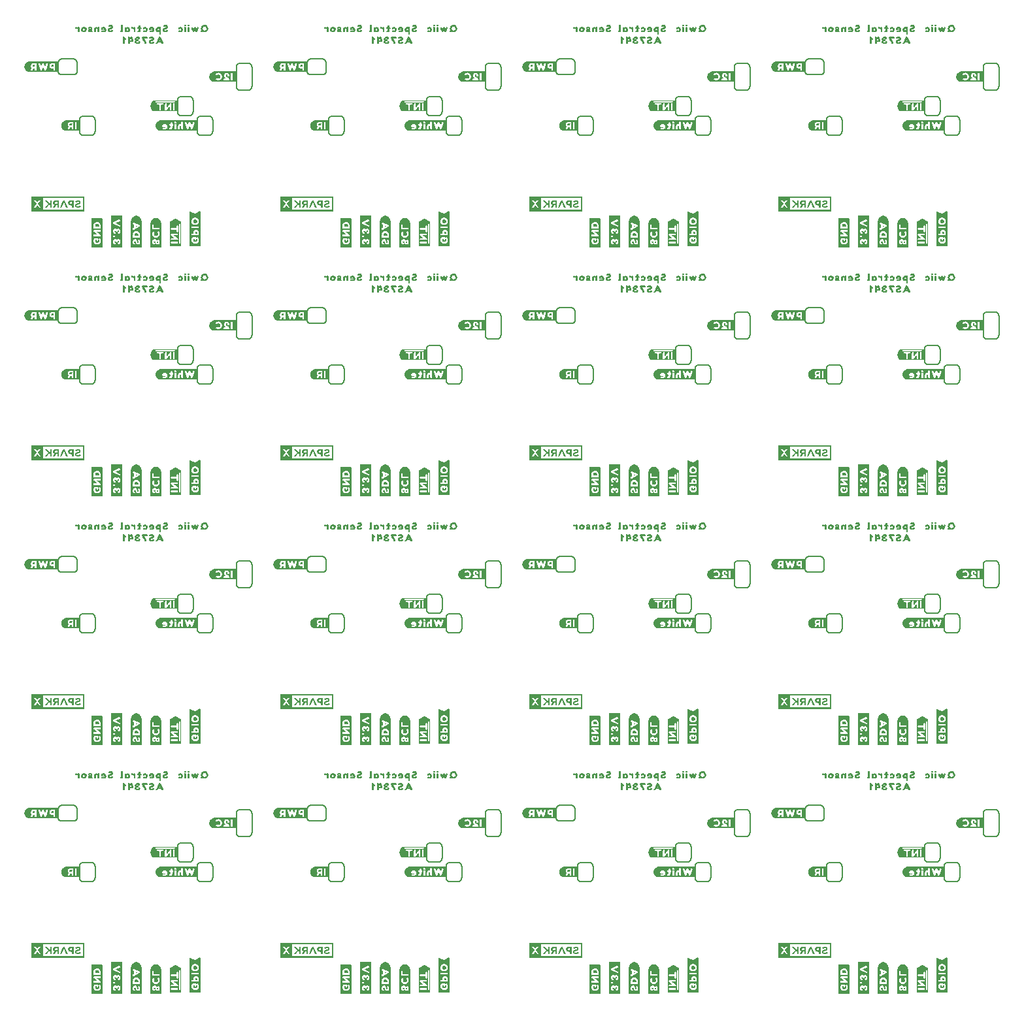
<source format=gbo>
G04 EAGLE Gerber RS-274X export*
G75*
%MOMM*%
%FSLAX34Y34*%
%LPD*%
%INSilkscreen Bottom*%
%IPPOS*%
%AMOC8*
5,1,8,0,0,1.08239X$1,22.5*%
G01*
%ADD10C,0.203200*%

G36*
X730297Y1034435D02*
X730297Y1034435D01*
X730292Y1034443D01*
X730299Y1034449D01*
X730299Y1053431D01*
X730263Y1053479D01*
X730256Y1053473D01*
X730250Y1053481D01*
X661670Y1053481D01*
X661623Y1053445D01*
X661628Y1053437D01*
X661621Y1053431D01*
X661621Y1034449D01*
X661657Y1034401D01*
X661664Y1034407D01*
X661670Y1034399D01*
X730250Y1034399D01*
X730297Y1034435D01*
G37*
G36*
X730297Y711855D02*
X730297Y711855D01*
X730292Y711863D01*
X730299Y711869D01*
X730299Y730851D01*
X730263Y730899D01*
X730256Y730893D01*
X730250Y730901D01*
X661670Y730901D01*
X661623Y730865D01*
X661628Y730857D01*
X661621Y730851D01*
X661621Y711869D01*
X661657Y711821D01*
X661664Y711827D01*
X661670Y711819D01*
X730250Y711819D01*
X730297Y711855D01*
G37*
G36*
X407717Y66695D02*
X407717Y66695D01*
X407712Y66703D01*
X407719Y66709D01*
X407719Y85691D01*
X407683Y85739D01*
X407676Y85733D01*
X407670Y85741D01*
X339090Y85741D01*
X339043Y85705D01*
X339048Y85697D01*
X339041Y85691D01*
X339041Y66709D01*
X339077Y66661D01*
X339084Y66667D01*
X339090Y66659D01*
X407670Y66659D01*
X407717Y66695D01*
G37*
G36*
X407717Y1034435D02*
X407717Y1034435D01*
X407712Y1034443D01*
X407719Y1034449D01*
X407719Y1053431D01*
X407683Y1053479D01*
X407676Y1053473D01*
X407670Y1053481D01*
X339090Y1053481D01*
X339043Y1053445D01*
X339048Y1053437D01*
X339041Y1053431D01*
X339041Y1034449D01*
X339077Y1034401D01*
X339084Y1034407D01*
X339090Y1034399D01*
X407670Y1034399D01*
X407717Y1034435D01*
G37*
G36*
X85137Y1034435D02*
X85137Y1034435D01*
X85132Y1034443D01*
X85139Y1034449D01*
X85139Y1053431D01*
X85103Y1053479D01*
X85096Y1053473D01*
X85090Y1053481D01*
X16510Y1053481D01*
X16463Y1053445D01*
X16468Y1053437D01*
X16461Y1053431D01*
X16461Y1034449D01*
X16497Y1034401D01*
X16504Y1034407D01*
X16510Y1034399D01*
X85090Y1034399D01*
X85137Y1034435D01*
G37*
G36*
X1052877Y711855D02*
X1052877Y711855D01*
X1052872Y711863D01*
X1052879Y711869D01*
X1052879Y730851D01*
X1052843Y730899D01*
X1052836Y730893D01*
X1052830Y730901D01*
X984250Y730901D01*
X984203Y730865D01*
X984208Y730857D01*
X984201Y730851D01*
X984201Y711869D01*
X984237Y711821D01*
X984244Y711827D01*
X984250Y711819D01*
X1052830Y711819D01*
X1052877Y711855D01*
G37*
G36*
X1052877Y389275D02*
X1052877Y389275D01*
X1052872Y389283D01*
X1052879Y389289D01*
X1052879Y408271D01*
X1052843Y408319D01*
X1052836Y408313D01*
X1052830Y408321D01*
X984250Y408321D01*
X984203Y408285D01*
X984208Y408277D01*
X984201Y408271D01*
X984201Y389289D01*
X984237Y389241D01*
X984244Y389247D01*
X984250Y389239D01*
X1052830Y389239D01*
X1052877Y389275D01*
G37*
G36*
X85137Y389275D02*
X85137Y389275D01*
X85132Y389283D01*
X85139Y389289D01*
X85139Y408271D01*
X85103Y408319D01*
X85096Y408313D01*
X85090Y408321D01*
X16510Y408321D01*
X16463Y408285D01*
X16468Y408277D01*
X16461Y408271D01*
X16461Y389289D01*
X16497Y389241D01*
X16504Y389247D01*
X16510Y389239D01*
X85090Y389239D01*
X85137Y389275D01*
G37*
G36*
X730297Y389275D02*
X730297Y389275D01*
X730292Y389283D01*
X730299Y389289D01*
X730299Y408271D01*
X730263Y408319D01*
X730256Y408313D01*
X730250Y408321D01*
X661670Y408321D01*
X661623Y408285D01*
X661628Y408277D01*
X661621Y408271D01*
X661621Y389289D01*
X661657Y389241D01*
X661664Y389247D01*
X661670Y389239D01*
X730250Y389239D01*
X730297Y389275D01*
G37*
G36*
X407717Y389275D02*
X407717Y389275D01*
X407712Y389283D01*
X407719Y389289D01*
X407719Y408271D01*
X407683Y408319D01*
X407676Y408313D01*
X407670Y408321D01*
X339090Y408321D01*
X339043Y408285D01*
X339048Y408277D01*
X339041Y408271D01*
X339041Y389289D01*
X339077Y389241D01*
X339084Y389247D01*
X339090Y389239D01*
X407670Y389239D01*
X407717Y389275D01*
G37*
G36*
X1052877Y1034435D02*
X1052877Y1034435D01*
X1052872Y1034443D01*
X1052879Y1034449D01*
X1052879Y1053431D01*
X1052843Y1053479D01*
X1052836Y1053473D01*
X1052830Y1053481D01*
X984250Y1053481D01*
X984203Y1053445D01*
X984208Y1053437D01*
X984201Y1053431D01*
X984201Y1034449D01*
X984237Y1034401D01*
X984244Y1034407D01*
X984250Y1034399D01*
X1052830Y1034399D01*
X1052877Y1034435D01*
G37*
G36*
X16497Y66661D02*
X16497Y66661D01*
X16504Y66667D01*
X16510Y66659D01*
X85090Y66659D01*
X85137Y66695D01*
X85132Y66703D01*
X85139Y66709D01*
X85139Y85691D01*
X85103Y85739D01*
X85096Y85733D01*
X85090Y85741D01*
X16510Y85741D01*
X16463Y85705D01*
X16468Y85697D01*
X16461Y85691D01*
X16461Y66709D01*
X16497Y66661D01*
G37*
G36*
X730297Y66695D02*
X730297Y66695D01*
X730292Y66703D01*
X730299Y66709D01*
X730299Y85691D01*
X730263Y85739D01*
X730256Y85733D01*
X730250Y85741D01*
X661670Y85741D01*
X661623Y85705D01*
X661628Y85697D01*
X661621Y85691D01*
X661621Y66709D01*
X661657Y66661D01*
X661664Y66667D01*
X661670Y66659D01*
X730250Y66659D01*
X730297Y66695D01*
G37*
G36*
X1052877Y66695D02*
X1052877Y66695D01*
X1052872Y66703D01*
X1052879Y66709D01*
X1052879Y85691D01*
X1052843Y85739D01*
X1052836Y85733D01*
X1052830Y85741D01*
X984250Y85741D01*
X984203Y85705D01*
X984208Y85697D01*
X984201Y85691D01*
X984201Y66709D01*
X984237Y66661D01*
X984244Y66667D01*
X984250Y66659D01*
X1052830Y66659D01*
X1052877Y66695D01*
G37*
G36*
X85137Y711855D02*
X85137Y711855D01*
X85132Y711863D01*
X85139Y711869D01*
X85139Y730851D01*
X85103Y730899D01*
X85096Y730893D01*
X85090Y730901D01*
X16510Y730901D01*
X16463Y730865D01*
X16468Y730857D01*
X16461Y730851D01*
X16461Y711869D01*
X16497Y711821D01*
X16504Y711827D01*
X16510Y711819D01*
X85090Y711819D01*
X85137Y711855D01*
G37*
G36*
X407717Y711855D02*
X407717Y711855D01*
X407712Y711863D01*
X407719Y711869D01*
X407719Y730851D01*
X407683Y730899D01*
X407676Y730893D01*
X407670Y730901D01*
X339090Y730901D01*
X339043Y730865D01*
X339048Y730857D01*
X339041Y730851D01*
X339041Y711869D01*
X339077Y711821D01*
X339084Y711827D01*
X339090Y711819D01*
X407670Y711819D01*
X407717Y711855D01*
G37*
%LPC*%
G36*
X999620Y713680D02*
X999620Y713680D01*
X999620Y729040D01*
X1051018Y729040D01*
X1051018Y713680D01*
X999620Y713680D01*
G37*
%LPD*%
%LPC*%
G36*
X677040Y391100D02*
X677040Y391100D01*
X677040Y406460D01*
X728438Y406460D01*
X728438Y391100D01*
X677040Y391100D01*
G37*
%LPD*%
%LPC*%
G36*
X31880Y391100D02*
X31880Y391100D01*
X31880Y406460D01*
X83278Y406460D01*
X83278Y391100D01*
X31880Y391100D01*
G37*
%LPD*%
%LPC*%
G36*
X354460Y1036260D02*
X354460Y1036260D01*
X354460Y1051620D01*
X405858Y1051620D01*
X405858Y1036260D01*
X354460Y1036260D01*
G37*
%LPD*%
%LPC*%
G36*
X354460Y68520D02*
X354460Y68520D01*
X354460Y83880D01*
X405858Y83880D01*
X405858Y68520D01*
X354460Y68520D01*
G37*
%LPD*%
%LPC*%
G36*
X83278Y83880D02*
X83278Y83880D01*
X83278Y68520D01*
X31880Y68520D01*
X31880Y83880D01*
X83278Y83880D01*
G37*
%LPD*%
%LPC*%
G36*
X677040Y1036260D02*
X677040Y1036260D01*
X677040Y1051620D01*
X728438Y1051620D01*
X728438Y1036260D01*
X677040Y1036260D01*
G37*
%LPD*%
%LPC*%
G36*
X354460Y713680D02*
X354460Y713680D01*
X354460Y729040D01*
X405858Y729040D01*
X405858Y713680D01*
X354460Y713680D01*
G37*
%LPD*%
%LPC*%
G36*
X999620Y68520D02*
X999620Y68520D01*
X999620Y83880D01*
X1051018Y83880D01*
X1051018Y68520D01*
X999620Y68520D01*
G37*
%LPD*%
%LPC*%
G36*
X999620Y1036260D02*
X999620Y1036260D01*
X999620Y1051620D01*
X1051018Y1051620D01*
X1051018Y1036260D01*
X999620Y1036260D01*
G37*
%LPD*%
%LPC*%
G36*
X31880Y1036260D02*
X31880Y1036260D01*
X31880Y1051620D01*
X83278Y1051620D01*
X83278Y1036260D01*
X31880Y1036260D01*
G37*
%LPD*%
%LPC*%
G36*
X677040Y713680D02*
X677040Y713680D01*
X677040Y729040D01*
X728438Y729040D01*
X728438Y713680D01*
X677040Y713680D01*
G37*
%LPD*%
%LPC*%
G36*
X31880Y713680D02*
X31880Y713680D01*
X31880Y729040D01*
X83278Y729040D01*
X83278Y713680D01*
X31880Y713680D01*
G37*
%LPD*%
%LPC*%
G36*
X354460Y391100D02*
X354460Y391100D01*
X354460Y406460D01*
X405858Y406460D01*
X405858Y391100D01*
X354460Y391100D01*
G37*
%LPD*%
%LPC*%
G36*
X999620Y391100D02*
X999620Y391100D01*
X999620Y406460D01*
X1051018Y406460D01*
X1051018Y391100D01*
X999620Y391100D01*
G37*
%LPD*%
%LPC*%
G36*
X677040Y68520D02*
X677040Y68520D01*
X677040Y83880D01*
X728438Y83880D01*
X728438Y68520D01*
X677040Y68520D01*
G37*
%LPD*%
G36*
X554077Y816147D02*
X554077Y816147D01*
X554075Y816150D01*
X554079Y816152D01*
X554179Y816752D01*
X554176Y816757D01*
X554179Y816760D01*
X554179Y829560D01*
X554150Y829598D01*
X554148Y829606D01*
X553648Y829806D01*
X553636Y829802D01*
X553635Y829802D01*
X553630Y829809D01*
X506730Y829809D01*
X506726Y829806D01*
X506723Y829809D01*
X506023Y829709D01*
X506022Y829708D01*
X506022Y829709D01*
X505422Y829609D01*
X504723Y829509D01*
X504715Y829501D01*
X504708Y829504D01*
X502908Y828604D01*
X502903Y828594D01*
X502895Y828595D01*
X502397Y828097D01*
X501899Y827698D01*
X501898Y827694D01*
X501895Y827695D01*
X501395Y827195D01*
X501394Y827188D01*
X501389Y827187D01*
X500989Y826587D01*
X500989Y826583D01*
X500986Y826582D01*
X500386Y825382D01*
X500387Y825375D01*
X500383Y825374D01*
X500371Y825334D01*
X500357Y825285D01*
X500315Y825137D01*
X500273Y824989D01*
X500259Y824940D01*
X500217Y824792D01*
X500183Y824674D01*
X500184Y824670D01*
X500181Y824668D01*
X500081Y824068D01*
X500082Y824067D01*
X500081Y824067D01*
X499981Y823367D01*
X499983Y823364D01*
X499984Y823362D01*
X499981Y823360D01*
X499981Y822660D01*
X499984Y822655D01*
X499981Y822652D01*
X500081Y822052D01*
X500181Y821353D01*
X500185Y821349D01*
X500183Y821346D01*
X500383Y820646D01*
X500384Y820645D01*
X500383Y820644D01*
X500583Y820044D01*
X500591Y820039D01*
X500589Y820033D01*
X500988Y819434D01*
X501288Y818935D01*
X501293Y818933D01*
X501292Y818928D01*
X501792Y818328D01*
X501796Y818328D01*
X501795Y818325D01*
X502195Y817925D01*
X502199Y817925D01*
X502198Y817922D01*
X502798Y817422D01*
X502804Y817422D01*
X502805Y817418D01*
X503304Y817118D01*
X503903Y816719D01*
X503914Y816720D01*
X503916Y816713D01*
X504615Y816513D01*
X505214Y816313D01*
X505221Y816315D01*
X505223Y816311D01*
X506623Y816111D01*
X506628Y816114D01*
X506630Y816111D01*
X554030Y816111D01*
X554077Y816147D01*
G37*
G36*
X1199237Y816147D02*
X1199237Y816147D01*
X1199235Y816150D01*
X1199239Y816152D01*
X1199339Y816752D01*
X1199336Y816757D01*
X1199339Y816760D01*
X1199339Y829560D01*
X1199310Y829598D01*
X1199308Y829606D01*
X1198808Y829806D01*
X1198796Y829802D01*
X1198795Y829802D01*
X1198790Y829809D01*
X1151890Y829809D01*
X1151886Y829806D01*
X1151883Y829809D01*
X1151183Y829709D01*
X1151182Y829708D01*
X1151182Y829709D01*
X1150582Y829609D01*
X1149883Y829509D01*
X1149875Y829501D01*
X1149868Y829504D01*
X1148068Y828604D01*
X1148063Y828594D01*
X1148055Y828595D01*
X1147557Y828097D01*
X1147059Y827698D01*
X1147058Y827694D01*
X1147055Y827695D01*
X1146555Y827195D01*
X1146554Y827188D01*
X1146549Y827187D01*
X1146149Y826587D01*
X1146149Y826583D01*
X1146146Y826582D01*
X1145546Y825382D01*
X1145547Y825375D01*
X1145543Y825374D01*
X1145531Y825334D01*
X1145517Y825285D01*
X1145475Y825137D01*
X1145433Y824989D01*
X1145419Y824940D01*
X1145377Y824792D01*
X1145343Y824674D01*
X1145344Y824670D01*
X1145341Y824668D01*
X1145241Y824068D01*
X1145242Y824067D01*
X1145241Y824067D01*
X1145141Y823367D01*
X1145143Y823364D01*
X1145144Y823362D01*
X1145141Y823360D01*
X1145141Y822660D01*
X1145144Y822655D01*
X1145141Y822652D01*
X1145241Y822052D01*
X1145341Y821353D01*
X1145345Y821349D01*
X1145343Y821346D01*
X1145543Y820646D01*
X1145544Y820645D01*
X1145543Y820644D01*
X1145743Y820044D01*
X1145751Y820039D01*
X1145749Y820033D01*
X1146148Y819434D01*
X1146448Y818935D01*
X1146453Y818933D01*
X1146452Y818928D01*
X1146952Y818328D01*
X1146956Y818328D01*
X1146955Y818325D01*
X1147355Y817925D01*
X1147359Y817925D01*
X1147358Y817922D01*
X1147958Y817422D01*
X1147964Y817422D01*
X1147965Y817418D01*
X1148464Y817118D01*
X1149063Y816719D01*
X1149074Y816720D01*
X1149076Y816713D01*
X1149775Y816513D01*
X1150374Y816313D01*
X1150381Y816315D01*
X1150383Y816311D01*
X1151783Y816111D01*
X1151788Y816114D01*
X1151790Y816111D01*
X1199190Y816111D01*
X1199237Y816147D01*
G37*
G36*
X876657Y816147D02*
X876657Y816147D01*
X876655Y816150D01*
X876659Y816152D01*
X876759Y816752D01*
X876756Y816757D01*
X876759Y816760D01*
X876759Y829560D01*
X876730Y829598D01*
X876728Y829606D01*
X876228Y829806D01*
X876216Y829802D01*
X876215Y829802D01*
X876210Y829809D01*
X829310Y829809D01*
X829306Y829806D01*
X829303Y829809D01*
X828603Y829709D01*
X828602Y829708D01*
X828602Y829709D01*
X828002Y829609D01*
X827303Y829509D01*
X827295Y829501D01*
X827288Y829504D01*
X825488Y828604D01*
X825483Y828594D01*
X825475Y828595D01*
X824977Y828097D01*
X824479Y827698D01*
X824478Y827694D01*
X824475Y827695D01*
X823975Y827195D01*
X823974Y827188D01*
X823969Y827187D01*
X823569Y826587D01*
X823569Y826583D01*
X823566Y826582D01*
X822966Y825382D01*
X822967Y825375D01*
X822963Y825374D01*
X822951Y825334D01*
X822937Y825285D01*
X822895Y825137D01*
X822853Y824989D01*
X822839Y824940D01*
X822797Y824792D01*
X822763Y824674D01*
X822764Y824670D01*
X822761Y824668D01*
X822661Y824068D01*
X822662Y824067D01*
X822661Y824067D01*
X822561Y823367D01*
X822563Y823364D01*
X822564Y823362D01*
X822561Y823360D01*
X822561Y822660D01*
X822564Y822655D01*
X822561Y822652D01*
X822661Y822052D01*
X822761Y821353D01*
X822765Y821349D01*
X822763Y821346D01*
X822963Y820646D01*
X822964Y820645D01*
X822963Y820644D01*
X823163Y820044D01*
X823171Y820039D01*
X823169Y820033D01*
X823568Y819434D01*
X823868Y818935D01*
X823873Y818933D01*
X823872Y818928D01*
X824372Y818328D01*
X824376Y818328D01*
X824375Y818325D01*
X824775Y817925D01*
X824779Y817925D01*
X824778Y817922D01*
X825378Y817422D01*
X825384Y817422D01*
X825385Y817418D01*
X825884Y817118D01*
X826483Y816719D01*
X826494Y816720D01*
X826496Y816713D01*
X827195Y816513D01*
X827794Y816313D01*
X827801Y816315D01*
X827803Y816311D01*
X829203Y816111D01*
X829208Y816114D01*
X829210Y816111D01*
X876610Y816111D01*
X876657Y816147D01*
G37*
G36*
X231497Y493567D02*
X231497Y493567D01*
X231495Y493570D01*
X231499Y493572D01*
X231599Y494172D01*
X231596Y494177D01*
X231599Y494180D01*
X231599Y506980D01*
X231570Y507018D01*
X231568Y507026D01*
X231068Y507226D01*
X231056Y507222D01*
X231055Y507222D01*
X231050Y507229D01*
X184150Y507229D01*
X184146Y507226D01*
X184143Y507229D01*
X183443Y507129D01*
X183442Y507128D01*
X183442Y507129D01*
X182842Y507029D01*
X182143Y506929D01*
X182135Y506921D01*
X182128Y506924D01*
X180328Y506024D01*
X180323Y506014D01*
X180315Y506015D01*
X179817Y505517D01*
X179319Y505118D01*
X179318Y505114D01*
X179315Y505115D01*
X178815Y504615D01*
X178814Y504608D01*
X178809Y504607D01*
X178409Y504007D01*
X178409Y504003D01*
X178406Y504002D01*
X177806Y502802D01*
X177807Y502795D01*
X177803Y502794D01*
X177791Y502754D01*
X177777Y502705D01*
X177735Y502557D01*
X177693Y502409D01*
X177679Y502360D01*
X177637Y502212D01*
X177603Y502094D01*
X177604Y502090D01*
X177601Y502088D01*
X177501Y501488D01*
X177502Y501487D01*
X177501Y501487D01*
X177401Y500787D01*
X177403Y500784D01*
X177404Y500782D01*
X177401Y500780D01*
X177401Y500080D01*
X177404Y500075D01*
X177401Y500072D01*
X177501Y499472D01*
X177601Y498773D01*
X177605Y498769D01*
X177603Y498766D01*
X177803Y498066D01*
X177804Y498065D01*
X177803Y498064D01*
X178003Y497464D01*
X178011Y497459D01*
X178009Y497453D01*
X178408Y496854D01*
X178708Y496355D01*
X178713Y496353D01*
X178712Y496348D01*
X179212Y495748D01*
X179216Y495748D01*
X179215Y495745D01*
X179615Y495345D01*
X179619Y495345D01*
X179618Y495342D01*
X180218Y494842D01*
X180224Y494842D01*
X180225Y494838D01*
X180724Y494538D01*
X181323Y494139D01*
X181334Y494140D01*
X181336Y494133D01*
X182035Y493933D01*
X182634Y493733D01*
X182641Y493735D01*
X182643Y493731D01*
X184043Y493531D01*
X184048Y493534D01*
X184050Y493531D01*
X231450Y493531D01*
X231497Y493567D01*
G37*
G36*
X231497Y170987D02*
X231497Y170987D01*
X231495Y170990D01*
X231499Y170992D01*
X231599Y171592D01*
X231596Y171597D01*
X231599Y171600D01*
X231599Y184400D01*
X231570Y184438D01*
X231568Y184446D01*
X231068Y184646D01*
X231056Y184642D01*
X231055Y184642D01*
X231050Y184649D01*
X184150Y184649D01*
X184146Y184646D01*
X184143Y184649D01*
X183443Y184549D01*
X183442Y184548D01*
X183442Y184549D01*
X182842Y184449D01*
X182143Y184349D01*
X182135Y184341D01*
X182128Y184344D01*
X180328Y183444D01*
X180323Y183434D01*
X180315Y183435D01*
X179817Y182937D01*
X179319Y182538D01*
X179318Y182534D01*
X179315Y182535D01*
X178815Y182035D01*
X178814Y182028D01*
X178809Y182027D01*
X178409Y181427D01*
X178409Y181423D01*
X178406Y181422D01*
X177806Y180222D01*
X177807Y180215D01*
X177803Y180214D01*
X177791Y180174D01*
X177777Y180125D01*
X177735Y179977D01*
X177693Y179829D01*
X177679Y179780D01*
X177637Y179632D01*
X177603Y179514D01*
X177604Y179510D01*
X177601Y179508D01*
X177501Y178908D01*
X177502Y178907D01*
X177501Y178907D01*
X177401Y178207D01*
X177403Y178204D01*
X177404Y178202D01*
X177401Y178200D01*
X177401Y177500D01*
X177404Y177495D01*
X177401Y177492D01*
X177501Y176892D01*
X177601Y176193D01*
X177605Y176189D01*
X177603Y176186D01*
X177803Y175486D01*
X177804Y175485D01*
X177803Y175484D01*
X178003Y174884D01*
X178011Y174879D01*
X178009Y174873D01*
X178408Y174274D01*
X178708Y173775D01*
X178713Y173773D01*
X178712Y173768D01*
X179212Y173168D01*
X179216Y173168D01*
X179215Y173165D01*
X179615Y172765D01*
X179619Y172765D01*
X179618Y172762D01*
X180218Y172262D01*
X180224Y172262D01*
X180225Y172258D01*
X180724Y171958D01*
X181323Y171559D01*
X181334Y171560D01*
X181336Y171553D01*
X182035Y171353D01*
X182634Y171153D01*
X182641Y171155D01*
X182643Y171151D01*
X184043Y170951D01*
X184048Y170954D01*
X184050Y170951D01*
X231450Y170951D01*
X231497Y170987D01*
G37*
G36*
X1199237Y170987D02*
X1199237Y170987D01*
X1199235Y170990D01*
X1199239Y170992D01*
X1199339Y171592D01*
X1199336Y171597D01*
X1199339Y171600D01*
X1199339Y184400D01*
X1199310Y184438D01*
X1199308Y184446D01*
X1198808Y184646D01*
X1198796Y184642D01*
X1198795Y184642D01*
X1198790Y184649D01*
X1151890Y184649D01*
X1151886Y184646D01*
X1151883Y184649D01*
X1151183Y184549D01*
X1151182Y184548D01*
X1151182Y184549D01*
X1150582Y184449D01*
X1149883Y184349D01*
X1149875Y184341D01*
X1149868Y184344D01*
X1148068Y183444D01*
X1148063Y183434D01*
X1148055Y183435D01*
X1147557Y182937D01*
X1147059Y182538D01*
X1147058Y182534D01*
X1147055Y182535D01*
X1146555Y182035D01*
X1146554Y182028D01*
X1146549Y182027D01*
X1146149Y181427D01*
X1146149Y181423D01*
X1146146Y181422D01*
X1145546Y180222D01*
X1145547Y180215D01*
X1145543Y180214D01*
X1145531Y180174D01*
X1145517Y180125D01*
X1145475Y179977D01*
X1145433Y179829D01*
X1145419Y179780D01*
X1145377Y179632D01*
X1145343Y179514D01*
X1145344Y179510D01*
X1145341Y179508D01*
X1145241Y178908D01*
X1145242Y178907D01*
X1145241Y178907D01*
X1145141Y178207D01*
X1145143Y178204D01*
X1145144Y178202D01*
X1145141Y178200D01*
X1145141Y177500D01*
X1145144Y177495D01*
X1145141Y177492D01*
X1145241Y176892D01*
X1145341Y176193D01*
X1145345Y176189D01*
X1145343Y176186D01*
X1145543Y175486D01*
X1145544Y175485D01*
X1145543Y175484D01*
X1145743Y174884D01*
X1145751Y174879D01*
X1145749Y174873D01*
X1146148Y174274D01*
X1146448Y173775D01*
X1146453Y173773D01*
X1146452Y173768D01*
X1146952Y173168D01*
X1146956Y173168D01*
X1146955Y173165D01*
X1147355Y172765D01*
X1147359Y172765D01*
X1147358Y172762D01*
X1147958Y172262D01*
X1147964Y172262D01*
X1147965Y172258D01*
X1148464Y171958D01*
X1149063Y171559D01*
X1149074Y171560D01*
X1149076Y171553D01*
X1149775Y171353D01*
X1150374Y171153D01*
X1150381Y171155D01*
X1150383Y171151D01*
X1151783Y170951D01*
X1151788Y170954D01*
X1151790Y170951D01*
X1199190Y170951D01*
X1199237Y170987D01*
G37*
G36*
X554077Y170987D02*
X554077Y170987D01*
X554075Y170990D01*
X554079Y170992D01*
X554179Y171592D01*
X554176Y171597D01*
X554179Y171600D01*
X554179Y184400D01*
X554150Y184438D01*
X554148Y184446D01*
X553648Y184646D01*
X553636Y184642D01*
X553635Y184642D01*
X553630Y184649D01*
X506730Y184649D01*
X506726Y184646D01*
X506723Y184649D01*
X506023Y184549D01*
X506022Y184548D01*
X506022Y184549D01*
X505422Y184449D01*
X504723Y184349D01*
X504715Y184341D01*
X504708Y184344D01*
X502908Y183444D01*
X502903Y183434D01*
X502895Y183435D01*
X502397Y182937D01*
X501899Y182538D01*
X501898Y182534D01*
X501895Y182535D01*
X501395Y182035D01*
X501394Y182028D01*
X501389Y182027D01*
X500989Y181427D01*
X500989Y181423D01*
X500986Y181422D01*
X500386Y180222D01*
X500387Y180215D01*
X500383Y180214D01*
X500371Y180174D01*
X500357Y180125D01*
X500315Y179977D01*
X500273Y179829D01*
X500259Y179780D01*
X500217Y179632D01*
X500183Y179514D01*
X500184Y179510D01*
X500181Y179508D01*
X500081Y178908D01*
X500082Y178907D01*
X500081Y178907D01*
X499981Y178207D01*
X499983Y178204D01*
X499984Y178202D01*
X499981Y178200D01*
X499981Y177500D01*
X499984Y177495D01*
X499981Y177492D01*
X500081Y176892D01*
X500181Y176193D01*
X500185Y176189D01*
X500183Y176186D01*
X500383Y175486D01*
X500384Y175485D01*
X500383Y175484D01*
X500583Y174884D01*
X500591Y174879D01*
X500589Y174873D01*
X500988Y174274D01*
X501288Y173775D01*
X501293Y173773D01*
X501292Y173768D01*
X501792Y173168D01*
X501796Y173168D01*
X501795Y173165D01*
X502195Y172765D01*
X502199Y172765D01*
X502198Y172762D01*
X502798Y172262D01*
X502804Y172262D01*
X502805Y172258D01*
X503304Y171958D01*
X503903Y171559D01*
X503914Y171560D01*
X503916Y171553D01*
X504615Y171353D01*
X505214Y171153D01*
X505221Y171155D01*
X505223Y171151D01*
X506623Y170951D01*
X506628Y170954D01*
X506630Y170951D01*
X554030Y170951D01*
X554077Y170987D01*
G37*
G36*
X231497Y1138727D02*
X231497Y1138727D01*
X231495Y1138730D01*
X231499Y1138732D01*
X231599Y1139332D01*
X231596Y1139337D01*
X231599Y1139340D01*
X231599Y1152140D01*
X231570Y1152178D01*
X231568Y1152186D01*
X231068Y1152386D01*
X231056Y1152382D01*
X231055Y1152382D01*
X231050Y1152389D01*
X184150Y1152389D01*
X184146Y1152386D01*
X184143Y1152389D01*
X183443Y1152289D01*
X183442Y1152288D01*
X183442Y1152289D01*
X182842Y1152189D01*
X182143Y1152089D01*
X182135Y1152081D01*
X182128Y1152084D01*
X180328Y1151184D01*
X180323Y1151174D01*
X180315Y1151175D01*
X179817Y1150677D01*
X179319Y1150278D01*
X179318Y1150274D01*
X179315Y1150275D01*
X178815Y1149775D01*
X178814Y1149768D01*
X178809Y1149767D01*
X178409Y1149167D01*
X178409Y1149163D01*
X178406Y1149162D01*
X177806Y1147962D01*
X177807Y1147955D01*
X177803Y1147954D01*
X177791Y1147914D01*
X177777Y1147865D01*
X177735Y1147717D01*
X177693Y1147569D01*
X177679Y1147520D01*
X177637Y1147372D01*
X177603Y1147254D01*
X177604Y1147250D01*
X177601Y1147248D01*
X177501Y1146648D01*
X177502Y1146647D01*
X177501Y1146647D01*
X177401Y1145947D01*
X177403Y1145944D01*
X177404Y1145942D01*
X177401Y1145940D01*
X177401Y1145240D01*
X177404Y1145235D01*
X177401Y1145232D01*
X177501Y1144632D01*
X177601Y1143933D01*
X177605Y1143929D01*
X177603Y1143926D01*
X177803Y1143226D01*
X177804Y1143225D01*
X177803Y1143224D01*
X178003Y1142624D01*
X178011Y1142619D01*
X178009Y1142613D01*
X178408Y1142014D01*
X178708Y1141515D01*
X178713Y1141513D01*
X178712Y1141508D01*
X179212Y1140908D01*
X179216Y1140908D01*
X179215Y1140905D01*
X179615Y1140505D01*
X179619Y1140505D01*
X179618Y1140502D01*
X180218Y1140002D01*
X180224Y1140002D01*
X180225Y1139998D01*
X180724Y1139698D01*
X181323Y1139299D01*
X181334Y1139300D01*
X181336Y1139293D01*
X182035Y1139093D01*
X182634Y1138893D01*
X182641Y1138895D01*
X182643Y1138891D01*
X184043Y1138691D01*
X184048Y1138694D01*
X184050Y1138691D01*
X231450Y1138691D01*
X231497Y1138727D01*
G37*
G36*
X554077Y1138727D02*
X554077Y1138727D01*
X554075Y1138730D01*
X554079Y1138732D01*
X554179Y1139332D01*
X554176Y1139337D01*
X554179Y1139340D01*
X554179Y1152140D01*
X554150Y1152178D01*
X554148Y1152186D01*
X553648Y1152386D01*
X553636Y1152382D01*
X553635Y1152382D01*
X553630Y1152389D01*
X506730Y1152389D01*
X506726Y1152386D01*
X506723Y1152389D01*
X506023Y1152289D01*
X506022Y1152288D01*
X506022Y1152289D01*
X505422Y1152189D01*
X504723Y1152089D01*
X504715Y1152081D01*
X504708Y1152084D01*
X502908Y1151184D01*
X502903Y1151174D01*
X502895Y1151175D01*
X502397Y1150677D01*
X501899Y1150278D01*
X501898Y1150274D01*
X501895Y1150275D01*
X501395Y1149775D01*
X501394Y1149768D01*
X501389Y1149767D01*
X500989Y1149167D01*
X500989Y1149163D01*
X500986Y1149162D01*
X500386Y1147962D01*
X500387Y1147955D01*
X500383Y1147954D01*
X500371Y1147914D01*
X500357Y1147865D01*
X500315Y1147717D01*
X500273Y1147569D01*
X500259Y1147520D01*
X500217Y1147372D01*
X500183Y1147254D01*
X500184Y1147250D01*
X500181Y1147248D01*
X500081Y1146648D01*
X500082Y1146647D01*
X500081Y1146647D01*
X499981Y1145947D01*
X499983Y1145944D01*
X499984Y1145942D01*
X499981Y1145940D01*
X499981Y1145240D01*
X499984Y1145235D01*
X499981Y1145232D01*
X500081Y1144632D01*
X500181Y1143933D01*
X500185Y1143929D01*
X500183Y1143926D01*
X500383Y1143226D01*
X500384Y1143225D01*
X500383Y1143224D01*
X500583Y1142624D01*
X500591Y1142619D01*
X500589Y1142613D01*
X500988Y1142014D01*
X501288Y1141515D01*
X501293Y1141513D01*
X501292Y1141508D01*
X501792Y1140908D01*
X501796Y1140908D01*
X501795Y1140905D01*
X502195Y1140505D01*
X502199Y1140505D01*
X502198Y1140502D01*
X502798Y1140002D01*
X502804Y1140002D01*
X502805Y1139998D01*
X503304Y1139698D01*
X503903Y1139299D01*
X503914Y1139300D01*
X503916Y1139293D01*
X504615Y1139093D01*
X505214Y1138893D01*
X505221Y1138895D01*
X505223Y1138891D01*
X506623Y1138691D01*
X506628Y1138694D01*
X506630Y1138691D01*
X554030Y1138691D01*
X554077Y1138727D01*
G37*
G36*
X876657Y1138727D02*
X876657Y1138727D01*
X876655Y1138730D01*
X876659Y1138732D01*
X876759Y1139332D01*
X876756Y1139337D01*
X876759Y1139340D01*
X876759Y1152140D01*
X876730Y1152178D01*
X876728Y1152186D01*
X876228Y1152386D01*
X876216Y1152382D01*
X876215Y1152382D01*
X876210Y1152389D01*
X829310Y1152389D01*
X829306Y1152386D01*
X829303Y1152389D01*
X828603Y1152289D01*
X828602Y1152288D01*
X828602Y1152289D01*
X828002Y1152189D01*
X827303Y1152089D01*
X827295Y1152081D01*
X827288Y1152084D01*
X825488Y1151184D01*
X825483Y1151174D01*
X825475Y1151175D01*
X824977Y1150677D01*
X824479Y1150278D01*
X824478Y1150274D01*
X824475Y1150275D01*
X823975Y1149775D01*
X823974Y1149768D01*
X823969Y1149767D01*
X823569Y1149167D01*
X823569Y1149163D01*
X823566Y1149162D01*
X822966Y1147962D01*
X822967Y1147955D01*
X822963Y1147954D01*
X822951Y1147914D01*
X822937Y1147865D01*
X822895Y1147717D01*
X822853Y1147569D01*
X822839Y1147520D01*
X822797Y1147372D01*
X822763Y1147254D01*
X822764Y1147250D01*
X822761Y1147248D01*
X822661Y1146648D01*
X822662Y1146647D01*
X822661Y1146647D01*
X822561Y1145947D01*
X822563Y1145944D01*
X822564Y1145942D01*
X822561Y1145940D01*
X822561Y1145240D01*
X822564Y1145235D01*
X822561Y1145232D01*
X822661Y1144632D01*
X822761Y1143933D01*
X822765Y1143929D01*
X822763Y1143926D01*
X822963Y1143226D01*
X822964Y1143225D01*
X822963Y1143224D01*
X823163Y1142624D01*
X823171Y1142619D01*
X823169Y1142613D01*
X823568Y1142014D01*
X823868Y1141515D01*
X823873Y1141513D01*
X823872Y1141508D01*
X824372Y1140908D01*
X824376Y1140908D01*
X824375Y1140905D01*
X824775Y1140505D01*
X824779Y1140505D01*
X824778Y1140502D01*
X825378Y1140002D01*
X825384Y1140002D01*
X825385Y1139998D01*
X825884Y1139698D01*
X826483Y1139299D01*
X826494Y1139300D01*
X826496Y1139293D01*
X827195Y1139093D01*
X827794Y1138893D01*
X827801Y1138895D01*
X827803Y1138891D01*
X829203Y1138691D01*
X829208Y1138694D01*
X829210Y1138691D01*
X876610Y1138691D01*
X876657Y1138727D01*
G37*
G36*
X1199237Y1138727D02*
X1199237Y1138727D01*
X1199235Y1138730D01*
X1199239Y1138732D01*
X1199339Y1139332D01*
X1199336Y1139337D01*
X1199339Y1139340D01*
X1199339Y1152140D01*
X1199310Y1152178D01*
X1199308Y1152186D01*
X1198808Y1152386D01*
X1198796Y1152382D01*
X1198795Y1152382D01*
X1198790Y1152389D01*
X1151890Y1152389D01*
X1151886Y1152386D01*
X1151883Y1152389D01*
X1151183Y1152289D01*
X1151182Y1152288D01*
X1151182Y1152289D01*
X1150582Y1152189D01*
X1149883Y1152089D01*
X1149875Y1152081D01*
X1149868Y1152084D01*
X1148068Y1151184D01*
X1148063Y1151174D01*
X1148055Y1151175D01*
X1147557Y1150677D01*
X1147059Y1150278D01*
X1147058Y1150274D01*
X1147055Y1150275D01*
X1146555Y1149775D01*
X1146554Y1149768D01*
X1146549Y1149767D01*
X1146149Y1149167D01*
X1146149Y1149163D01*
X1146146Y1149162D01*
X1145546Y1147962D01*
X1145547Y1147955D01*
X1145543Y1147954D01*
X1145531Y1147914D01*
X1145517Y1147865D01*
X1145475Y1147717D01*
X1145433Y1147569D01*
X1145419Y1147520D01*
X1145377Y1147372D01*
X1145343Y1147254D01*
X1145344Y1147250D01*
X1145341Y1147248D01*
X1145241Y1146648D01*
X1145242Y1146647D01*
X1145241Y1146647D01*
X1145141Y1145947D01*
X1145143Y1145944D01*
X1145144Y1145942D01*
X1145141Y1145940D01*
X1145141Y1145240D01*
X1145144Y1145235D01*
X1145141Y1145232D01*
X1145241Y1144632D01*
X1145341Y1143933D01*
X1145345Y1143929D01*
X1145343Y1143926D01*
X1145543Y1143226D01*
X1145544Y1143225D01*
X1145543Y1143224D01*
X1145743Y1142624D01*
X1145751Y1142619D01*
X1145749Y1142613D01*
X1146148Y1142014D01*
X1146448Y1141515D01*
X1146453Y1141513D01*
X1146452Y1141508D01*
X1146952Y1140908D01*
X1146956Y1140908D01*
X1146955Y1140905D01*
X1147355Y1140505D01*
X1147359Y1140505D01*
X1147358Y1140502D01*
X1147958Y1140002D01*
X1147964Y1140002D01*
X1147965Y1139998D01*
X1148464Y1139698D01*
X1149063Y1139299D01*
X1149074Y1139300D01*
X1149076Y1139293D01*
X1149775Y1139093D01*
X1150374Y1138893D01*
X1150381Y1138895D01*
X1150383Y1138891D01*
X1151783Y1138691D01*
X1151788Y1138694D01*
X1151790Y1138691D01*
X1199190Y1138691D01*
X1199237Y1138727D01*
G37*
G36*
X876657Y493567D02*
X876657Y493567D01*
X876655Y493570D01*
X876659Y493572D01*
X876759Y494172D01*
X876756Y494177D01*
X876759Y494180D01*
X876759Y506980D01*
X876730Y507018D01*
X876728Y507026D01*
X876228Y507226D01*
X876216Y507222D01*
X876215Y507222D01*
X876210Y507229D01*
X829310Y507229D01*
X829306Y507226D01*
X829303Y507229D01*
X828603Y507129D01*
X828602Y507128D01*
X828602Y507129D01*
X828002Y507029D01*
X827303Y506929D01*
X827295Y506921D01*
X827288Y506924D01*
X825488Y506024D01*
X825483Y506014D01*
X825475Y506015D01*
X824977Y505517D01*
X824479Y505118D01*
X824478Y505114D01*
X824475Y505115D01*
X823975Y504615D01*
X823974Y504608D01*
X823969Y504607D01*
X823569Y504007D01*
X823569Y504003D01*
X823566Y504002D01*
X822966Y502802D01*
X822967Y502795D01*
X822963Y502794D01*
X822951Y502754D01*
X822937Y502705D01*
X822895Y502557D01*
X822853Y502409D01*
X822839Y502360D01*
X822797Y502212D01*
X822763Y502094D01*
X822764Y502090D01*
X822761Y502088D01*
X822661Y501488D01*
X822662Y501487D01*
X822661Y501487D01*
X822561Y500787D01*
X822563Y500784D01*
X822564Y500782D01*
X822561Y500780D01*
X822561Y500080D01*
X822564Y500075D01*
X822561Y500072D01*
X822661Y499472D01*
X822761Y498773D01*
X822765Y498769D01*
X822763Y498766D01*
X822963Y498066D01*
X822964Y498065D01*
X822963Y498064D01*
X823163Y497464D01*
X823171Y497459D01*
X823169Y497453D01*
X823568Y496854D01*
X823868Y496355D01*
X823873Y496353D01*
X823872Y496348D01*
X824372Y495748D01*
X824376Y495748D01*
X824375Y495745D01*
X824775Y495345D01*
X824779Y495345D01*
X824778Y495342D01*
X825378Y494842D01*
X825384Y494842D01*
X825385Y494838D01*
X825884Y494538D01*
X826483Y494139D01*
X826494Y494140D01*
X826496Y494133D01*
X827195Y493933D01*
X827794Y493733D01*
X827801Y493735D01*
X827803Y493731D01*
X829203Y493531D01*
X829208Y493534D01*
X829210Y493531D01*
X876610Y493531D01*
X876657Y493567D01*
G37*
G36*
X554077Y493567D02*
X554077Y493567D01*
X554075Y493570D01*
X554079Y493572D01*
X554179Y494172D01*
X554176Y494177D01*
X554179Y494180D01*
X554179Y506980D01*
X554150Y507018D01*
X554148Y507026D01*
X553648Y507226D01*
X553636Y507222D01*
X553635Y507222D01*
X553630Y507229D01*
X506730Y507229D01*
X506726Y507226D01*
X506723Y507229D01*
X506023Y507129D01*
X506022Y507128D01*
X506022Y507129D01*
X505422Y507029D01*
X504723Y506929D01*
X504715Y506921D01*
X504708Y506924D01*
X502908Y506024D01*
X502903Y506014D01*
X502895Y506015D01*
X502397Y505517D01*
X501899Y505118D01*
X501898Y505114D01*
X501895Y505115D01*
X501395Y504615D01*
X501394Y504608D01*
X501389Y504607D01*
X500989Y504007D01*
X500989Y504003D01*
X500986Y504002D01*
X500386Y502802D01*
X500387Y502795D01*
X500383Y502794D01*
X500371Y502754D01*
X500357Y502705D01*
X500315Y502557D01*
X500273Y502409D01*
X500259Y502360D01*
X500217Y502212D01*
X500183Y502094D01*
X500184Y502090D01*
X500181Y502088D01*
X500081Y501488D01*
X500082Y501487D01*
X500081Y501487D01*
X499981Y500787D01*
X499983Y500784D01*
X499984Y500782D01*
X499981Y500780D01*
X499981Y500080D01*
X499984Y500075D01*
X499981Y500072D01*
X500081Y499472D01*
X500181Y498773D01*
X500185Y498769D01*
X500183Y498766D01*
X500383Y498066D01*
X500384Y498065D01*
X500383Y498064D01*
X500583Y497464D01*
X500591Y497459D01*
X500589Y497453D01*
X500988Y496854D01*
X501288Y496355D01*
X501293Y496353D01*
X501292Y496348D01*
X501792Y495748D01*
X501796Y495748D01*
X501795Y495745D01*
X502195Y495345D01*
X502199Y495345D01*
X502198Y495342D01*
X502798Y494842D01*
X502804Y494842D01*
X502805Y494838D01*
X503304Y494538D01*
X503903Y494139D01*
X503914Y494140D01*
X503916Y494133D01*
X504615Y493933D01*
X505214Y493733D01*
X505221Y493735D01*
X505223Y493731D01*
X506623Y493531D01*
X506628Y493534D01*
X506630Y493531D01*
X554030Y493531D01*
X554077Y493567D01*
G37*
G36*
X876657Y170987D02*
X876657Y170987D01*
X876655Y170990D01*
X876659Y170992D01*
X876759Y171592D01*
X876756Y171597D01*
X876759Y171600D01*
X876759Y184400D01*
X876730Y184438D01*
X876728Y184446D01*
X876228Y184646D01*
X876216Y184642D01*
X876215Y184642D01*
X876210Y184649D01*
X829310Y184649D01*
X829306Y184646D01*
X829303Y184649D01*
X828603Y184549D01*
X828602Y184548D01*
X828602Y184549D01*
X828002Y184449D01*
X827303Y184349D01*
X827295Y184341D01*
X827288Y184344D01*
X825488Y183444D01*
X825483Y183434D01*
X825475Y183435D01*
X824977Y182937D01*
X824479Y182538D01*
X824478Y182534D01*
X824475Y182535D01*
X823975Y182035D01*
X823974Y182028D01*
X823969Y182027D01*
X823569Y181427D01*
X823569Y181423D01*
X823566Y181422D01*
X822966Y180222D01*
X822967Y180215D01*
X822963Y180214D01*
X822951Y180174D01*
X822937Y180125D01*
X822895Y179977D01*
X822853Y179829D01*
X822839Y179780D01*
X822797Y179632D01*
X822763Y179514D01*
X822764Y179510D01*
X822761Y179508D01*
X822661Y178908D01*
X822662Y178907D01*
X822661Y178907D01*
X822561Y178207D01*
X822563Y178204D01*
X822564Y178202D01*
X822561Y178200D01*
X822561Y177500D01*
X822564Y177495D01*
X822561Y177492D01*
X822661Y176892D01*
X822761Y176193D01*
X822765Y176189D01*
X822763Y176186D01*
X822963Y175486D01*
X822964Y175485D01*
X822963Y175484D01*
X823163Y174884D01*
X823171Y174879D01*
X823169Y174873D01*
X823568Y174274D01*
X823868Y173775D01*
X823873Y173773D01*
X823872Y173768D01*
X824372Y173168D01*
X824376Y173168D01*
X824375Y173165D01*
X824775Y172765D01*
X824779Y172765D01*
X824778Y172762D01*
X825378Y172262D01*
X825384Y172262D01*
X825385Y172258D01*
X825884Y171958D01*
X826483Y171559D01*
X826494Y171560D01*
X826496Y171553D01*
X827195Y171353D01*
X827794Y171153D01*
X827801Y171155D01*
X827803Y171151D01*
X829203Y170951D01*
X829208Y170954D01*
X829210Y170951D01*
X876610Y170951D01*
X876657Y170987D01*
G37*
G36*
X231497Y816147D02*
X231497Y816147D01*
X231495Y816150D01*
X231499Y816152D01*
X231599Y816752D01*
X231596Y816757D01*
X231599Y816760D01*
X231599Y829560D01*
X231570Y829598D01*
X231568Y829606D01*
X231068Y829806D01*
X231056Y829802D01*
X231055Y829802D01*
X231050Y829809D01*
X184150Y829809D01*
X184146Y829806D01*
X184143Y829809D01*
X183443Y829709D01*
X183442Y829708D01*
X183442Y829709D01*
X182842Y829609D01*
X182143Y829509D01*
X182135Y829501D01*
X182128Y829504D01*
X180328Y828604D01*
X180323Y828594D01*
X180315Y828595D01*
X179817Y828097D01*
X179319Y827698D01*
X179318Y827694D01*
X179315Y827695D01*
X178815Y827195D01*
X178814Y827188D01*
X178809Y827187D01*
X178409Y826587D01*
X178409Y826583D01*
X178406Y826582D01*
X177806Y825382D01*
X177807Y825375D01*
X177803Y825374D01*
X177791Y825334D01*
X177777Y825285D01*
X177735Y825137D01*
X177693Y824989D01*
X177679Y824940D01*
X177637Y824792D01*
X177603Y824674D01*
X177604Y824670D01*
X177601Y824668D01*
X177501Y824068D01*
X177502Y824067D01*
X177501Y824067D01*
X177401Y823367D01*
X177403Y823364D01*
X177404Y823362D01*
X177401Y823360D01*
X177401Y822660D01*
X177404Y822655D01*
X177401Y822652D01*
X177501Y822052D01*
X177601Y821353D01*
X177605Y821349D01*
X177603Y821346D01*
X177803Y820646D01*
X177804Y820645D01*
X177803Y820644D01*
X178003Y820044D01*
X178011Y820039D01*
X178009Y820033D01*
X178408Y819434D01*
X178708Y818935D01*
X178713Y818933D01*
X178712Y818928D01*
X179212Y818328D01*
X179216Y818328D01*
X179215Y818325D01*
X179615Y817925D01*
X179619Y817925D01*
X179618Y817922D01*
X180218Y817422D01*
X180224Y817422D01*
X180225Y817418D01*
X180724Y817118D01*
X181323Y816719D01*
X181334Y816720D01*
X181336Y816713D01*
X182035Y816513D01*
X182634Y816313D01*
X182641Y816315D01*
X182643Y816311D01*
X184043Y816111D01*
X184048Y816114D01*
X184050Y816111D01*
X231450Y816111D01*
X231497Y816147D01*
G37*
G36*
X1199237Y493567D02*
X1199237Y493567D01*
X1199235Y493570D01*
X1199239Y493572D01*
X1199339Y494172D01*
X1199336Y494177D01*
X1199339Y494180D01*
X1199339Y506980D01*
X1199310Y507018D01*
X1199308Y507026D01*
X1198808Y507226D01*
X1198796Y507222D01*
X1198795Y507222D01*
X1198790Y507229D01*
X1151890Y507229D01*
X1151886Y507226D01*
X1151883Y507229D01*
X1151183Y507129D01*
X1151182Y507128D01*
X1151182Y507129D01*
X1150582Y507029D01*
X1149883Y506929D01*
X1149875Y506921D01*
X1149868Y506924D01*
X1148068Y506024D01*
X1148063Y506014D01*
X1148055Y506015D01*
X1147557Y505517D01*
X1147059Y505118D01*
X1147058Y505114D01*
X1147055Y505115D01*
X1146555Y504615D01*
X1146554Y504608D01*
X1146549Y504607D01*
X1146149Y504007D01*
X1146149Y504003D01*
X1146146Y504002D01*
X1145546Y502802D01*
X1145547Y502795D01*
X1145543Y502794D01*
X1145531Y502754D01*
X1145517Y502705D01*
X1145475Y502557D01*
X1145433Y502409D01*
X1145419Y502360D01*
X1145377Y502212D01*
X1145343Y502094D01*
X1145344Y502090D01*
X1145341Y502088D01*
X1145241Y501488D01*
X1145242Y501487D01*
X1145241Y501487D01*
X1145141Y500787D01*
X1145143Y500784D01*
X1145144Y500782D01*
X1145141Y500780D01*
X1145141Y500080D01*
X1145144Y500075D01*
X1145141Y500072D01*
X1145241Y499472D01*
X1145341Y498773D01*
X1145345Y498769D01*
X1145343Y498766D01*
X1145543Y498066D01*
X1145544Y498065D01*
X1145543Y498064D01*
X1145743Y497464D01*
X1145751Y497459D01*
X1145749Y497453D01*
X1146148Y496854D01*
X1146448Y496355D01*
X1146453Y496353D01*
X1146452Y496348D01*
X1146952Y495748D01*
X1146956Y495748D01*
X1146955Y495745D01*
X1147355Y495345D01*
X1147359Y495345D01*
X1147358Y495342D01*
X1147958Y494842D01*
X1147964Y494842D01*
X1147965Y494838D01*
X1148464Y494538D01*
X1149063Y494139D01*
X1149074Y494140D01*
X1149076Y494133D01*
X1149775Y493933D01*
X1150374Y493733D01*
X1150381Y493735D01*
X1150383Y493731D01*
X1151783Y493531D01*
X1151788Y493534D01*
X1151790Y493531D01*
X1199190Y493531D01*
X1199237Y493567D01*
G37*
G36*
X1202758Y343724D02*
X1202758Y343724D01*
X1202770Y343721D01*
X1203170Y344021D01*
X1203174Y344037D01*
X1203181Y344042D01*
X1203177Y344048D01*
X1203179Y344052D01*
X1203189Y344060D01*
X1203189Y389160D01*
X1203168Y389188D01*
X1203167Y389201D01*
X1202867Y389401D01*
X1202829Y389399D01*
X1202818Y389404D01*
X1196825Y386408D01*
X1196148Y386311D01*
X1190162Y389304D01*
X1190157Y389303D01*
X1190156Y389307D01*
X1189556Y389507D01*
X1189554Y389506D01*
X1189553Y389507D01*
X1189550Y389505D01*
X1189499Y389488D01*
X1189505Y389471D01*
X1189491Y389460D01*
X1189491Y344060D01*
X1189510Y344034D01*
X1189510Y344021D01*
X1189910Y343721D01*
X1189932Y343721D01*
X1189940Y343711D01*
X1202740Y343711D01*
X1202758Y343724D01*
G37*
G36*
X880178Y343724D02*
X880178Y343724D01*
X880190Y343721D01*
X880590Y344021D01*
X880594Y344037D01*
X880601Y344042D01*
X880597Y344048D01*
X880599Y344052D01*
X880609Y344060D01*
X880609Y389160D01*
X880588Y389188D01*
X880587Y389201D01*
X880287Y389401D01*
X880249Y389399D01*
X880238Y389404D01*
X874245Y386408D01*
X873568Y386311D01*
X867582Y389304D01*
X867577Y389303D01*
X867576Y389307D01*
X866976Y389507D01*
X866974Y389506D01*
X866973Y389507D01*
X866970Y389505D01*
X866919Y389488D01*
X866925Y389471D01*
X866911Y389460D01*
X866911Y344060D01*
X866930Y344034D01*
X866930Y344021D01*
X867330Y343721D01*
X867352Y343721D01*
X867360Y343711D01*
X880160Y343711D01*
X880178Y343724D01*
G37*
G36*
X557598Y343724D02*
X557598Y343724D01*
X557610Y343721D01*
X558010Y344021D01*
X558014Y344037D01*
X558021Y344042D01*
X558017Y344048D01*
X558019Y344052D01*
X558029Y344060D01*
X558029Y389160D01*
X558008Y389188D01*
X558007Y389201D01*
X557707Y389401D01*
X557669Y389399D01*
X557658Y389404D01*
X551665Y386408D01*
X550988Y386311D01*
X545002Y389304D01*
X544997Y389303D01*
X544996Y389307D01*
X544396Y389507D01*
X544394Y389506D01*
X544393Y389507D01*
X544390Y389505D01*
X544339Y389488D01*
X544345Y389471D01*
X544331Y389460D01*
X544331Y344060D01*
X544350Y344034D01*
X544350Y344021D01*
X544750Y343721D01*
X544772Y343721D01*
X544780Y343711D01*
X557580Y343711D01*
X557598Y343724D01*
G37*
G36*
X557598Y21144D02*
X557598Y21144D01*
X557610Y21141D01*
X558010Y21441D01*
X558014Y21457D01*
X558021Y21462D01*
X558017Y21468D01*
X558019Y21472D01*
X558029Y21480D01*
X558029Y66580D01*
X558008Y66608D01*
X558007Y66621D01*
X557707Y66821D01*
X557669Y66819D01*
X557658Y66824D01*
X551665Y63828D01*
X550988Y63731D01*
X545002Y66724D01*
X544997Y66723D01*
X544996Y66727D01*
X544396Y66927D01*
X544394Y66926D01*
X544393Y66927D01*
X544390Y66925D01*
X544339Y66908D01*
X544345Y66891D01*
X544331Y66880D01*
X544331Y21480D01*
X544350Y21454D01*
X544350Y21441D01*
X544750Y21141D01*
X544772Y21141D01*
X544780Y21131D01*
X557580Y21131D01*
X557598Y21144D01*
G37*
G36*
X235018Y21144D02*
X235018Y21144D01*
X235030Y21141D01*
X235430Y21441D01*
X235434Y21457D01*
X235441Y21462D01*
X235437Y21468D01*
X235439Y21472D01*
X235449Y21480D01*
X235449Y66580D01*
X235428Y66608D01*
X235427Y66621D01*
X235127Y66821D01*
X235089Y66819D01*
X235078Y66824D01*
X229085Y63828D01*
X228408Y63731D01*
X222422Y66724D01*
X222417Y66723D01*
X222416Y66727D01*
X221816Y66927D01*
X221814Y66926D01*
X221813Y66927D01*
X221810Y66925D01*
X221759Y66908D01*
X221765Y66891D01*
X221751Y66880D01*
X221751Y21480D01*
X221770Y21454D01*
X221770Y21441D01*
X222170Y21141D01*
X222192Y21141D01*
X222200Y21131D01*
X235000Y21131D01*
X235018Y21144D01*
G37*
G36*
X235018Y988884D02*
X235018Y988884D01*
X235030Y988881D01*
X235430Y989181D01*
X235434Y989197D01*
X235441Y989202D01*
X235437Y989208D01*
X235439Y989212D01*
X235449Y989220D01*
X235449Y1034320D01*
X235428Y1034348D01*
X235427Y1034361D01*
X235127Y1034561D01*
X235089Y1034559D01*
X235078Y1034564D01*
X229085Y1031568D01*
X228408Y1031471D01*
X222422Y1034464D01*
X222417Y1034463D01*
X222416Y1034467D01*
X221816Y1034667D01*
X221814Y1034666D01*
X221813Y1034667D01*
X221810Y1034665D01*
X221759Y1034648D01*
X221765Y1034631D01*
X221751Y1034620D01*
X221751Y989220D01*
X221770Y989194D01*
X221770Y989181D01*
X222170Y988881D01*
X222192Y988881D01*
X222200Y988871D01*
X235000Y988871D01*
X235018Y988884D01*
G37*
G36*
X235018Y343724D02*
X235018Y343724D01*
X235030Y343721D01*
X235430Y344021D01*
X235434Y344037D01*
X235441Y344042D01*
X235437Y344048D01*
X235439Y344052D01*
X235449Y344060D01*
X235449Y389160D01*
X235428Y389188D01*
X235427Y389201D01*
X235127Y389401D01*
X235089Y389399D01*
X235078Y389404D01*
X229085Y386408D01*
X228408Y386311D01*
X222422Y389304D01*
X222417Y389303D01*
X222416Y389307D01*
X221816Y389507D01*
X221814Y389506D01*
X221813Y389507D01*
X221810Y389505D01*
X221759Y389488D01*
X221765Y389471D01*
X221751Y389460D01*
X221751Y344060D01*
X221770Y344034D01*
X221770Y344021D01*
X222170Y343721D01*
X222192Y343721D01*
X222200Y343711D01*
X235000Y343711D01*
X235018Y343724D01*
G37*
G36*
X557598Y988884D02*
X557598Y988884D01*
X557610Y988881D01*
X558010Y989181D01*
X558014Y989197D01*
X558021Y989202D01*
X558017Y989208D01*
X558019Y989212D01*
X558029Y989220D01*
X558029Y1034320D01*
X558008Y1034348D01*
X558007Y1034361D01*
X557707Y1034561D01*
X557669Y1034559D01*
X557658Y1034564D01*
X551665Y1031568D01*
X550988Y1031471D01*
X545002Y1034464D01*
X544997Y1034463D01*
X544996Y1034467D01*
X544396Y1034667D01*
X544394Y1034666D01*
X544393Y1034667D01*
X544390Y1034665D01*
X544339Y1034648D01*
X544345Y1034631D01*
X544331Y1034620D01*
X544331Y989220D01*
X544350Y989194D01*
X544350Y989181D01*
X544750Y988881D01*
X544772Y988881D01*
X544780Y988871D01*
X557580Y988871D01*
X557598Y988884D01*
G37*
G36*
X1202758Y988884D02*
X1202758Y988884D01*
X1202770Y988881D01*
X1203170Y989181D01*
X1203174Y989197D01*
X1203181Y989202D01*
X1203177Y989208D01*
X1203179Y989212D01*
X1203189Y989220D01*
X1203189Y1034320D01*
X1203168Y1034348D01*
X1203167Y1034361D01*
X1202867Y1034561D01*
X1202829Y1034559D01*
X1202818Y1034564D01*
X1196825Y1031568D01*
X1196148Y1031471D01*
X1190162Y1034464D01*
X1190157Y1034463D01*
X1190156Y1034467D01*
X1189556Y1034667D01*
X1189554Y1034666D01*
X1189553Y1034667D01*
X1189550Y1034665D01*
X1189499Y1034648D01*
X1189505Y1034631D01*
X1189491Y1034620D01*
X1189491Y989220D01*
X1189510Y989194D01*
X1189510Y989181D01*
X1189910Y988881D01*
X1189932Y988881D01*
X1189940Y988871D01*
X1202740Y988871D01*
X1202758Y988884D01*
G37*
G36*
X880178Y988884D02*
X880178Y988884D01*
X880190Y988881D01*
X880590Y989181D01*
X880594Y989197D01*
X880601Y989202D01*
X880597Y989208D01*
X880599Y989212D01*
X880609Y989220D01*
X880609Y1034320D01*
X880588Y1034348D01*
X880587Y1034361D01*
X880287Y1034561D01*
X880249Y1034559D01*
X880238Y1034564D01*
X874245Y1031568D01*
X873568Y1031471D01*
X867582Y1034464D01*
X867577Y1034463D01*
X867576Y1034467D01*
X866976Y1034667D01*
X866974Y1034666D01*
X866973Y1034667D01*
X866970Y1034665D01*
X866919Y1034648D01*
X866925Y1034631D01*
X866911Y1034620D01*
X866911Y989220D01*
X866930Y989194D01*
X866930Y989181D01*
X867330Y988881D01*
X867352Y988881D01*
X867360Y988871D01*
X880160Y988871D01*
X880178Y988884D01*
G37*
G36*
X235018Y666304D02*
X235018Y666304D01*
X235030Y666301D01*
X235430Y666601D01*
X235434Y666617D01*
X235441Y666622D01*
X235437Y666628D01*
X235439Y666632D01*
X235449Y666640D01*
X235449Y711740D01*
X235428Y711768D01*
X235427Y711781D01*
X235127Y711981D01*
X235089Y711979D01*
X235078Y711984D01*
X229085Y708988D01*
X228408Y708891D01*
X222422Y711884D01*
X222417Y711883D01*
X222416Y711887D01*
X221816Y712087D01*
X221814Y712086D01*
X221813Y712087D01*
X221810Y712085D01*
X221759Y712068D01*
X221765Y712051D01*
X221751Y712040D01*
X221751Y666640D01*
X221770Y666614D01*
X221770Y666601D01*
X222170Y666301D01*
X222192Y666301D01*
X222200Y666291D01*
X235000Y666291D01*
X235018Y666304D01*
G37*
G36*
X880178Y666304D02*
X880178Y666304D01*
X880190Y666301D01*
X880590Y666601D01*
X880594Y666617D01*
X880601Y666622D01*
X880597Y666628D01*
X880599Y666632D01*
X880609Y666640D01*
X880609Y711740D01*
X880588Y711768D01*
X880587Y711781D01*
X880287Y711981D01*
X880249Y711979D01*
X880238Y711984D01*
X874245Y708988D01*
X873568Y708891D01*
X867582Y711884D01*
X867577Y711883D01*
X867576Y711887D01*
X866976Y712087D01*
X866974Y712086D01*
X866973Y712087D01*
X866970Y712085D01*
X866919Y712068D01*
X866925Y712051D01*
X866911Y712040D01*
X866911Y666640D01*
X866930Y666614D01*
X866930Y666601D01*
X867330Y666301D01*
X867352Y666301D01*
X867360Y666291D01*
X880160Y666291D01*
X880178Y666304D01*
G37*
G36*
X557598Y666304D02*
X557598Y666304D01*
X557610Y666301D01*
X558010Y666601D01*
X558014Y666617D01*
X558021Y666622D01*
X558017Y666628D01*
X558019Y666632D01*
X558029Y666640D01*
X558029Y711740D01*
X558008Y711768D01*
X558007Y711781D01*
X557707Y711981D01*
X557669Y711979D01*
X557658Y711984D01*
X551665Y708988D01*
X550988Y708891D01*
X545002Y711884D01*
X544997Y711883D01*
X544996Y711887D01*
X544396Y712087D01*
X544394Y712086D01*
X544393Y712087D01*
X544390Y712085D01*
X544339Y712068D01*
X544345Y712051D01*
X544331Y712040D01*
X544331Y666640D01*
X544350Y666614D01*
X544350Y666601D01*
X544750Y666301D01*
X544772Y666301D01*
X544780Y666291D01*
X557580Y666291D01*
X557598Y666304D01*
G37*
G36*
X1202758Y666304D02*
X1202758Y666304D01*
X1202770Y666301D01*
X1203170Y666601D01*
X1203174Y666617D01*
X1203181Y666622D01*
X1203177Y666628D01*
X1203179Y666632D01*
X1203189Y666640D01*
X1203189Y711740D01*
X1203168Y711768D01*
X1203167Y711781D01*
X1202867Y711981D01*
X1202829Y711979D01*
X1202818Y711984D01*
X1196825Y708988D01*
X1196148Y708891D01*
X1190162Y711884D01*
X1190157Y711883D01*
X1190156Y711887D01*
X1189556Y712087D01*
X1189554Y712086D01*
X1189553Y712087D01*
X1189550Y712085D01*
X1189499Y712068D01*
X1189505Y712051D01*
X1189491Y712040D01*
X1189491Y666640D01*
X1189510Y666614D01*
X1189510Y666601D01*
X1189910Y666301D01*
X1189932Y666301D01*
X1189940Y666291D01*
X1202740Y666291D01*
X1202758Y666304D01*
G37*
G36*
X880178Y21144D02*
X880178Y21144D01*
X880190Y21141D01*
X880590Y21441D01*
X880594Y21457D01*
X880601Y21462D01*
X880597Y21468D01*
X880599Y21472D01*
X880609Y21480D01*
X880609Y66580D01*
X880588Y66608D01*
X880587Y66621D01*
X880287Y66821D01*
X880249Y66819D01*
X880238Y66824D01*
X874245Y63828D01*
X873568Y63731D01*
X867582Y66724D01*
X867577Y66723D01*
X867576Y66727D01*
X866976Y66927D01*
X866974Y66926D01*
X866973Y66927D01*
X866970Y66925D01*
X866919Y66908D01*
X866925Y66891D01*
X866911Y66880D01*
X866911Y21480D01*
X866930Y21454D01*
X866930Y21441D01*
X867330Y21141D01*
X867352Y21141D01*
X867360Y21131D01*
X880160Y21131D01*
X880178Y21144D01*
G37*
G36*
X1202758Y21144D02*
X1202758Y21144D01*
X1202770Y21141D01*
X1203170Y21441D01*
X1203174Y21457D01*
X1203181Y21462D01*
X1203177Y21468D01*
X1203179Y21472D01*
X1203189Y21480D01*
X1203189Y66580D01*
X1203168Y66608D01*
X1203167Y66621D01*
X1202867Y66821D01*
X1202829Y66819D01*
X1202818Y66824D01*
X1196825Y63828D01*
X1196148Y63731D01*
X1190162Y66724D01*
X1190157Y66723D01*
X1190156Y66727D01*
X1189556Y66927D01*
X1189554Y66926D01*
X1189553Y66927D01*
X1189550Y66925D01*
X1189499Y66908D01*
X1189505Y66891D01*
X1189491Y66880D01*
X1189491Y21480D01*
X1189510Y21454D01*
X1189510Y21441D01*
X1189910Y21141D01*
X1189932Y21141D01*
X1189940Y21131D01*
X1202740Y21131D01*
X1202758Y21144D01*
G37*
G36*
X50936Y247170D02*
X50936Y247170D01*
X50949Y247170D01*
X51249Y247570D01*
X51249Y247578D01*
X51253Y247581D01*
X51249Y247585D01*
X51249Y247592D01*
X51259Y247600D01*
X51259Y260400D01*
X51246Y260418D01*
X51249Y260430D01*
X50949Y260830D01*
X50918Y260839D01*
X50910Y260849D01*
X14010Y260849D01*
X14006Y260846D01*
X14003Y260849D01*
X12603Y260649D01*
X12600Y260645D01*
X12598Y260645D01*
X12597Y260645D01*
X12594Y260647D01*
X11994Y260447D01*
X11991Y260442D01*
X11988Y260444D01*
X10788Y259844D01*
X10786Y259840D01*
X10783Y259841D01*
X10183Y259441D01*
X10182Y259438D01*
X10179Y259438D01*
X9679Y259038D01*
X9678Y259034D01*
X9675Y259035D01*
X9175Y258535D01*
X9175Y258531D01*
X9172Y258531D01*
X8772Y258031D01*
X8771Y258027D01*
X8769Y258027D01*
X8369Y257427D01*
X8369Y257423D01*
X8366Y257422D01*
X8066Y256822D01*
X8067Y256819D01*
X8064Y256817D01*
X8065Y256816D01*
X8063Y256816D01*
X7863Y256216D01*
X7864Y256214D01*
X7863Y256214D01*
X7824Y256078D01*
X7782Y255931D01*
X7768Y255881D01*
X7726Y255734D01*
X7683Y255586D01*
X7669Y255537D01*
X7663Y255514D01*
X7665Y255509D01*
X7661Y255507D01*
X7561Y254808D01*
X7461Y254208D01*
X7464Y254203D01*
X7461Y254200D01*
X7461Y253500D01*
X7464Y253496D01*
X7461Y253493D01*
X7561Y252793D01*
X7566Y252788D01*
X7563Y252784D01*
X7763Y252185D01*
X7963Y251486D01*
X7968Y251482D01*
X7966Y251478D01*
X8566Y250278D01*
X8573Y250275D01*
X8572Y250269D01*
X8972Y249769D01*
X8976Y249768D01*
X8975Y249765D01*
X9975Y248765D01*
X9979Y248765D01*
X9979Y248762D01*
X10479Y248362D01*
X10483Y248361D01*
X10483Y248359D01*
X11083Y247959D01*
X11092Y247960D01*
X11094Y247953D01*
X11691Y247754D01*
X12288Y247456D01*
X12299Y247458D01*
X12303Y247451D01*
X13002Y247351D01*
X13602Y247251D01*
X13603Y247252D01*
X13603Y247251D01*
X14303Y247151D01*
X14308Y247154D01*
X14310Y247151D01*
X50910Y247151D01*
X50936Y247170D01*
G37*
G36*
X696096Y247170D02*
X696096Y247170D01*
X696109Y247170D01*
X696409Y247570D01*
X696409Y247578D01*
X696413Y247581D01*
X696409Y247585D01*
X696409Y247592D01*
X696419Y247600D01*
X696419Y260400D01*
X696406Y260418D01*
X696409Y260430D01*
X696109Y260830D01*
X696078Y260839D01*
X696070Y260849D01*
X659170Y260849D01*
X659166Y260846D01*
X659163Y260849D01*
X657763Y260649D01*
X657760Y260645D01*
X657758Y260645D01*
X657757Y260645D01*
X657754Y260647D01*
X657154Y260447D01*
X657151Y260442D01*
X657148Y260444D01*
X655948Y259844D01*
X655946Y259840D01*
X655943Y259841D01*
X655343Y259441D01*
X655342Y259438D01*
X655339Y259438D01*
X654839Y259038D01*
X654838Y259034D01*
X654835Y259035D01*
X654335Y258535D01*
X654335Y258531D01*
X654332Y258531D01*
X653932Y258031D01*
X653931Y258027D01*
X653929Y258027D01*
X653529Y257427D01*
X653529Y257423D01*
X653526Y257422D01*
X653226Y256822D01*
X653227Y256819D01*
X653224Y256817D01*
X653225Y256816D01*
X653223Y256816D01*
X653023Y256216D01*
X653024Y256214D01*
X653023Y256214D01*
X652984Y256078D01*
X652942Y255931D01*
X652928Y255881D01*
X652886Y255734D01*
X652843Y255586D01*
X652829Y255537D01*
X652823Y255514D01*
X652825Y255509D01*
X652821Y255507D01*
X652721Y254808D01*
X652621Y254208D01*
X652624Y254203D01*
X652621Y254200D01*
X652621Y253500D01*
X652624Y253496D01*
X652621Y253493D01*
X652721Y252793D01*
X652726Y252788D01*
X652723Y252784D01*
X652923Y252185D01*
X653123Y251486D01*
X653128Y251482D01*
X653126Y251478D01*
X653726Y250278D01*
X653733Y250275D01*
X653732Y250269D01*
X654132Y249769D01*
X654136Y249768D01*
X654135Y249765D01*
X655135Y248765D01*
X655139Y248765D01*
X655139Y248762D01*
X655639Y248362D01*
X655643Y248361D01*
X655643Y248359D01*
X656243Y247959D01*
X656252Y247960D01*
X656254Y247953D01*
X656851Y247754D01*
X657448Y247456D01*
X657459Y247458D01*
X657463Y247451D01*
X658162Y247351D01*
X658762Y247251D01*
X658763Y247252D01*
X658763Y247251D01*
X659463Y247151D01*
X659468Y247154D01*
X659470Y247151D01*
X696070Y247151D01*
X696096Y247170D01*
G37*
G36*
X1018676Y247170D02*
X1018676Y247170D01*
X1018689Y247170D01*
X1018989Y247570D01*
X1018989Y247578D01*
X1018993Y247581D01*
X1018989Y247585D01*
X1018989Y247592D01*
X1018999Y247600D01*
X1018999Y260400D01*
X1018986Y260418D01*
X1018989Y260430D01*
X1018689Y260830D01*
X1018658Y260839D01*
X1018650Y260849D01*
X981750Y260849D01*
X981746Y260846D01*
X981743Y260849D01*
X980343Y260649D01*
X980340Y260645D01*
X980338Y260645D01*
X980337Y260645D01*
X980334Y260647D01*
X979734Y260447D01*
X979731Y260442D01*
X979728Y260444D01*
X978528Y259844D01*
X978526Y259840D01*
X978523Y259841D01*
X977923Y259441D01*
X977922Y259438D01*
X977919Y259438D01*
X977419Y259038D01*
X977418Y259034D01*
X977415Y259035D01*
X976915Y258535D01*
X976915Y258531D01*
X976912Y258531D01*
X976512Y258031D01*
X976511Y258027D01*
X976509Y258027D01*
X976109Y257427D01*
X976109Y257423D01*
X976106Y257422D01*
X975806Y256822D01*
X975807Y256819D01*
X975804Y256817D01*
X975805Y256816D01*
X975803Y256816D01*
X975603Y256216D01*
X975604Y256214D01*
X975603Y256214D01*
X975564Y256078D01*
X975522Y255931D01*
X975508Y255881D01*
X975466Y255734D01*
X975423Y255586D01*
X975409Y255537D01*
X975403Y255514D01*
X975405Y255509D01*
X975401Y255507D01*
X975301Y254808D01*
X975201Y254208D01*
X975204Y254203D01*
X975201Y254200D01*
X975201Y253500D01*
X975204Y253496D01*
X975201Y253493D01*
X975301Y252793D01*
X975306Y252788D01*
X975303Y252784D01*
X975503Y252185D01*
X975703Y251486D01*
X975708Y251482D01*
X975706Y251478D01*
X976306Y250278D01*
X976313Y250275D01*
X976312Y250269D01*
X976712Y249769D01*
X976716Y249768D01*
X976715Y249765D01*
X977715Y248765D01*
X977719Y248765D01*
X977719Y248762D01*
X978219Y248362D01*
X978223Y248361D01*
X978223Y248359D01*
X978823Y247959D01*
X978832Y247960D01*
X978834Y247953D01*
X979431Y247754D01*
X980028Y247456D01*
X980039Y247458D01*
X980043Y247451D01*
X980742Y247351D01*
X981342Y247251D01*
X981343Y247252D01*
X981343Y247251D01*
X982043Y247151D01*
X982048Y247154D01*
X982050Y247151D01*
X1018650Y247151D01*
X1018676Y247170D01*
G37*
G36*
X696096Y892330D02*
X696096Y892330D01*
X696109Y892330D01*
X696409Y892730D01*
X696409Y892738D01*
X696413Y892741D01*
X696409Y892745D01*
X696409Y892752D01*
X696419Y892760D01*
X696419Y905560D01*
X696406Y905578D01*
X696409Y905590D01*
X696109Y905990D01*
X696078Y905999D01*
X696070Y906009D01*
X659170Y906009D01*
X659166Y906006D01*
X659163Y906009D01*
X657763Y905809D01*
X657760Y905805D01*
X657758Y905805D01*
X657757Y905805D01*
X657754Y905807D01*
X657154Y905607D01*
X657151Y905602D01*
X657148Y905604D01*
X655948Y905004D01*
X655946Y905000D01*
X655943Y905001D01*
X655343Y904601D01*
X655342Y904598D01*
X655339Y904598D01*
X654839Y904198D01*
X654838Y904194D01*
X654835Y904195D01*
X654335Y903695D01*
X654335Y903691D01*
X654332Y903691D01*
X653932Y903191D01*
X653931Y903187D01*
X653929Y903187D01*
X653529Y902587D01*
X653529Y902583D01*
X653526Y902582D01*
X653226Y901982D01*
X653227Y901979D01*
X653224Y901977D01*
X653225Y901976D01*
X653223Y901976D01*
X653023Y901376D01*
X653024Y901374D01*
X653023Y901374D01*
X652984Y901238D01*
X652942Y901091D01*
X652928Y901041D01*
X652886Y900894D01*
X652843Y900746D01*
X652829Y900697D01*
X652823Y900674D01*
X652825Y900669D01*
X652821Y900667D01*
X652721Y899968D01*
X652621Y899368D01*
X652624Y899363D01*
X652621Y899360D01*
X652621Y898660D01*
X652624Y898656D01*
X652621Y898653D01*
X652721Y897953D01*
X652726Y897948D01*
X652723Y897944D01*
X652923Y897345D01*
X653123Y896646D01*
X653128Y896642D01*
X653126Y896638D01*
X653726Y895438D01*
X653733Y895435D01*
X653732Y895429D01*
X654132Y894929D01*
X654136Y894928D01*
X654135Y894925D01*
X655135Y893925D01*
X655139Y893925D01*
X655139Y893922D01*
X655639Y893522D01*
X655643Y893521D01*
X655643Y893519D01*
X656243Y893119D01*
X656252Y893120D01*
X656254Y893113D01*
X656851Y892914D01*
X657448Y892616D01*
X657459Y892618D01*
X657463Y892611D01*
X658162Y892511D01*
X658762Y892411D01*
X658763Y892412D01*
X658763Y892411D01*
X659463Y892311D01*
X659468Y892314D01*
X659470Y892311D01*
X696070Y892311D01*
X696096Y892330D01*
G37*
G36*
X50936Y892330D02*
X50936Y892330D01*
X50949Y892330D01*
X51249Y892730D01*
X51249Y892738D01*
X51253Y892741D01*
X51249Y892745D01*
X51249Y892752D01*
X51259Y892760D01*
X51259Y905560D01*
X51246Y905578D01*
X51249Y905590D01*
X50949Y905990D01*
X50918Y905999D01*
X50910Y906009D01*
X14010Y906009D01*
X14006Y906006D01*
X14003Y906009D01*
X12603Y905809D01*
X12600Y905805D01*
X12598Y905805D01*
X12597Y905805D01*
X12594Y905807D01*
X11994Y905607D01*
X11991Y905602D01*
X11988Y905604D01*
X10788Y905004D01*
X10786Y905000D01*
X10783Y905001D01*
X10183Y904601D01*
X10182Y904598D01*
X10179Y904598D01*
X9679Y904198D01*
X9678Y904194D01*
X9675Y904195D01*
X9175Y903695D01*
X9175Y903691D01*
X9172Y903691D01*
X8772Y903191D01*
X8771Y903187D01*
X8769Y903187D01*
X8369Y902587D01*
X8369Y902583D01*
X8366Y902582D01*
X8066Y901982D01*
X8067Y901979D01*
X8064Y901977D01*
X8065Y901976D01*
X8063Y901976D01*
X7863Y901376D01*
X7864Y901374D01*
X7863Y901374D01*
X7824Y901238D01*
X7782Y901091D01*
X7768Y901041D01*
X7726Y900894D01*
X7683Y900746D01*
X7669Y900697D01*
X7663Y900674D01*
X7665Y900669D01*
X7661Y900667D01*
X7561Y899968D01*
X7461Y899368D01*
X7464Y899363D01*
X7461Y899360D01*
X7461Y898660D01*
X7464Y898656D01*
X7461Y898653D01*
X7561Y897953D01*
X7566Y897948D01*
X7563Y897944D01*
X7763Y897345D01*
X7963Y896646D01*
X7968Y896642D01*
X7966Y896638D01*
X8566Y895438D01*
X8573Y895435D01*
X8572Y895429D01*
X8972Y894929D01*
X8976Y894928D01*
X8975Y894925D01*
X9975Y893925D01*
X9979Y893925D01*
X9979Y893922D01*
X10479Y893522D01*
X10483Y893521D01*
X10483Y893519D01*
X11083Y893119D01*
X11092Y893120D01*
X11094Y893113D01*
X11691Y892914D01*
X12288Y892616D01*
X12299Y892618D01*
X12303Y892611D01*
X13002Y892511D01*
X13602Y892411D01*
X13603Y892412D01*
X13603Y892411D01*
X14303Y892311D01*
X14308Y892314D01*
X14310Y892311D01*
X50910Y892311D01*
X50936Y892330D01*
G37*
G36*
X373516Y892330D02*
X373516Y892330D01*
X373529Y892330D01*
X373829Y892730D01*
X373829Y892738D01*
X373833Y892741D01*
X373829Y892745D01*
X373829Y892752D01*
X373839Y892760D01*
X373839Y905560D01*
X373826Y905578D01*
X373829Y905590D01*
X373529Y905990D01*
X373498Y905999D01*
X373490Y906009D01*
X336590Y906009D01*
X336586Y906006D01*
X336583Y906009D01*
X335183Y905809D01*
X335180Y905805D01*
X335178Y905805D01*
X335177Y905805D01*
X335174Y905807D01*
X334574Y905607D01*
X334571Y905602D01*
X334568Y905604D01*
X333368Y905004D01*
X333366Y905000D01*
X333363Y905001D01*
X332763Y904601D01*
X332762Y904598D01*
X332759Y904598D01*
X332259Y904198D01*
X332258Y904194D01*
X332255Y904195D01*
X331755Y903695D01*
X331755Y903691D01*
X331752Y903691D01*
X331352Y903191D01*
X331351Y903187D01*
X331349Y903187D01*
X330949Y902587D01*
X330949Y902583D01*
X330946Y902582D01*
X330646Y901982D01*
X330647Y901979D01*
X330644Y901977D01*
X330645Y901976D01*
X330643Y901976D01*
X330443Y901376D01*
X330444Y901374D01*
X330443Y901374D01*
X330404Y901238D01*
X330362Y901091D01*
X330348Y901041D01*
X330306Y900894D01*
X330263Y900746D01*
X330249Y900697D01*
X330243Y900674D01*
X330245Y900669D01*
X330241Y900667D01*
X330141Y899968D01*
X330041Y899368D01*
X330044Y899363D01*
X330041Y899360D01*
X330041Y898660D01*
X330044Y898656D01*
X330041Y898653D01*
X330141Y897953D01*
X330146Y897948D01*
X330143Y897944D01*
X330343Y897345D01*
X330543Y896646D01*
X330548Y896642D01*
X330546Y896638D01*
X331146Y895438D01*
X331153Y895435D01*
X331152Y895429D01*
X331552Y894929D01*
X331556Y894928D01*
X331555Y894925D01*
X332555Y893925D01*
X332559Y893925D01*
X332559Y893922D01*
X333059Y893522D01*
X333063Y893521D01*
X333063Y893519D01*
X333663Y893119D01*
X333672Y893120D01*
X333674Y893113D01*
X334271Y892914D01*
X334868Y892616D01*
X334879Y892618D01*
X334883Y892611D01*
X335582Y892511D01*
X336182Y892411D01*
X336183Y892412D01*
X336183Y892411D01*
X336883Y892311D01*
X336888Y892314D01*
X336890Y892311D01*
X373490Y892311D01*
X373516Y892330D01*
G37*
G36*
X1018676Y892330D02*
X1018676Y892330D01*
X1018689Y892330D01*
X1018989Y892730D01*
X1018989Y892738D01*
X1018993Y892741D01*
X1018989Y892745D01*
X1018989Y892752D01*
X1018999Y892760D01*
X1018999Y905560D01*
X1018986Y905578D01*
X1018989Y905590D01*
X1018689Y905990D01*
X1018658Y905999D01*
X1018650Y906009D01*
X981750Y906009D01*
X981746Y906006D01*
X981743Y906009D01*
X980343Y905809D01*
X980340Y905805D01*
X980338Y905805D01*
X980337Y905805D01*
X980334Y905807D01*
X979734Y905607D01*
X979731Y905602D01*
X979728Y905604D01*
X978528Y905004D01*
X978526Y905000D01*
X978523Y905001D01*
X977923Y904601D01*
X977922Y904598D01*
X977919Y904598D01*
X977419Y904198D01*
X977418Y904194D01*
X977415Y904195D01*
X976915Y903695D01*
X976915Y903691D01*
X976912Y903691D01*
X976512Y903191D01*
X976511Y903187D01*
X976509Y903187D01*
X976109Y902587D01*
X976109Y902583D01*
X976106Y902582D01*
X975806Y901982D01*
X975807Y901979D01*
X975804Y901977D01*
X975805Y901976D01*
X975803Y901976D01*
X975603Y901376D01*
X975604Y901374D01*
X975603Y901374D01*
X975564Y901238D01*
X975522Y901091D01*
X975508Y901041D01*
X975466Y900894D01*
X975423Y900746D01*
X975409Y900697D01*
X975403Y900674D01*
X975405Y900669D01*
X975401Y900667D01*
X975301Y899968D01*
X975201Y899368D01*
X975204Y899363D01*
X975201Y899360D01*
X975201Y898660D01*
X975204Y898656D01*
X975201Y898653D01*
X975301Y897953D01*
X975306Y897948D01*
X975303Y897944D01*
X975503Y897345D01*
X975703Y896646D01*
X975708Y896642D01*
X975706Y896638D01*
X976306Y895438D01*
X976313Y895435D01*
X976312Y895429D01*
X976712Y894929D01*
X976716Y894928D01*
X976715Y894925D01*
X977715Y893925D01*
X977719Y893925D01*
X977719Y893922D01*
X978219Y893522D01*
X978223Y893521D01*
X978223Y893519D01*
X978823Y893119D01*
X978832Y893120D01*
X978834Y893113D01*
X979431Y892914D01*
X980028Y892616D01*
X980039Y892618D01*
X980043Y892611D01*
X980742Y892511D01*
X981342Y892411D01*
X981343Y892412D01*
X981343Y892411D01*
X982043Y892311D01*
X982048Y892314D01*
X982050Y892311D01*
X1018650Y892311D01*
X1018676Y892330D01*
G37*
G36*
X50936Y569750D02*
X50936Y569750D01*
X50949Y569750D01*
X51249Y570150D01*
X51249Y570158D01*
X51253Y570161D01*
X51249Y570165D01*
X51249Y570172D01*
X51259Y570180D01*
X51259Y582980D01*
X51246Y582998D01*
X51249Y583010D01*
X50949Y583410D01*
X50918Y583419D01*
X50910Y583429D01*
X14010Y583429D01*
X14006Y583426D01*
X14003Y583429D01*
X12603Y583229D01*
X12600Y583225D01*
X12598Y583225D01*
X12597Y583225D01*
X12594Y583227D01*
X11994Y583027D01*
X11991Y583022D01*
X11988Y583024D01*
X10788Y582424D01*
X10786Y582420D01*
X10783Y582421D01*
X10183Y582021D01*
X10182Y582018D01*
X10179Y582018D01*
X9679Y581618D01*
X9678Y581614D01*
X9675Y581615D01*
X9175Y581115D01*
X9175Y581111D01*
X9172Y581111D01*
X8772Y580611D01*
X8771Y580607D01*
X8769Y580607D01*
X8369Y580007D01*
X8369Y580003D01*
X8366Y580002D01*
X8066Y579402D01*
X8067Y579399D01*
X8064Y579397D01*
X8065Y579396D01*
X8063Y579396D01*
X7863Y578796D01*
X7864Y578794D01*
X7863Y578794D01*
X7824Y578658D01*
X7782Y578511D01*
X7768Y578461D01*
X7726Y578314D01*
X7683Y578166D01*
X7669Y578117D01*
X7663Y578094D01*
X7665Y578089D01*
X7661Y578087D01*
X7561Y577388D01*
X7461Y576788D01*
X7464Y576783D01*
X7461Y576780D01*
X7461Y576080D01*
X7464Y576076D01*
X7461Y576073D01*
X7561Y575373D01*
X7566Y575368D01*
X7563Y575364D01*
X7763Y574765D01*
X7963Y574066D01*
X7968Y574062D01*
X7966Y574058D01*
X8566Y572858D01*
X8573Y572855D01*
X8572Y572849D01*
X8972Y572349D01*
X8976Y572348D01*
X8975Y572345D01*
X9975Y571345D01*
X9979Y571345D01*
X9979Y571342D01*
X10479Y570942D01*
X10483Y570941D01*
X10483Y570939D01*
X11083Y570539D01*
X11092Y570540D01*
X11094Y570533D01*
X11691Y570334D01*
X12288Y570036D01*
X12299Y570038D01*
X12303Y570031D01*
X13002Y569931D01*
X13602Y569831D01*
X13603Y569832D01*
X13603Y569831D01*
X14303Y569731D01*
X14308Y569734D01*
X14310Y569731D01*
X50910Y569731D01*
X50936Y569750D01*
G37*
G36*
X373516Y569750D02*
X373516Y569750D01*
X373529Y569750D01*
X373829Y570150D01*
X373829Y570158D01*
X373833Y570161D01*
X373829Y570165D01*
X373829Y570172D01*
X373839Y570180D01*
X373839Y582980D01*
X373826Y582998D01*
X373829Y583010D01*
X373529Y583410D01*
X373498Y583419D01*
X373490Y583429D01*
X336590Y583429D01*
X336586Y583426D01*
X336583Y583429D01*
X335183Y583229D01*
X335180Y583225D01*
X335178Y583225D01*
X335177Y583225D01*
X335174Y583227D01*
X334574Y583027D01*
X334571Y583022D01*
X334568Y583024D01*
X333368Y582424D01*
X333366Y582420D01*
X333363Y582421D01*
X332763Y582021D01*
X332762Y582018D01*
X332759Y582018D01*
X332259Y581618D01*
X332258Y581614D01*
X332255Y581615D01*
X331755Y581115D01*
X331755Y581111D01*
X331752Y581111D01*
X331352Y580611D01*
X331351Y580607D01*
X331349Y580607D01*
X330949Y580007D01*
X330949Y580003D01*
X330946Y580002D01*
X330646Y579402D01*
X330647Y579399D01*
X330644Y579397D01*
X330645Y579396D01*
X330643Y579396D01*
X330443Y578796D01*
X330444Y578794D01*
X330443Y578794D01*
X330404Y578658D01*
X330362Y578511D01*
X330348Y578461D01*
X330306Y578314D01*
X330263Y578166D01*
X330249Y578117D01*
X330243Y578094D01*
X330245Y578089D01*
X330241Y578087D01*
X330141Y577388D01*
X330041Y576788D01*
X330044Y576783D01*
X330041Y576780D01*
X330041Y576080D01*
X330044Y576076D01*
X330041Y576073D01*
X330141Y575373D01*
X330146Y575368D01*
X330143Y575364D01*
X330343Y574765D01*
X330543Y574066D01*
X330548Y574062D01*
X330546Y574058D01*
X331146Y572858D01*
X331153Y572855D01*
X331152Y572849D01*
X331552Y572349D01*
X331556Y572348D01*
X331555Y572345D01*
X332555Y571345D01*
X332559Y571345D01*
X332559Y571342D01*
X333059Y570942D01*
X333063Y570941D01*
X333063Y570939D01*
X333663Y570539D01*
X333672Y570540D01*
X333674Y570533D01*
X334271Y570334D01*
X334868Y570036D01*
X334879Y570038D01*
X334883Y570031D01*
X335582Y569931D01*
X336182Y569831D01*
X336183Y569832D01*
X336183Y569831D01*
X336883Y569731D01*
X336888Y569734D01*
X336890Y569731D01*
X373490Y569731D01*
X373516Y569750D01*
G37*
G36*
X1018676Y569750D02*
X1018676Y569750D01*
X1018689Y569750D01*
X1018989Y570150D01*
X1018989Y570158D01*
X1018993Y570161D01*
X1018989Y570165D01*
X1018989Y570172D01*
X1018999Y570180D01*
X1018999Y582980D01*
X1018986Y582998D01*
X1018989Y583010D01*
X1018689Y583410D01*
X1018658Y583419D01*
X1018650Y583429D01*
X981750Y583429D01*
X981746Y583426D01*
X981743Y583429D01*
X980343Y583229D01*
X980340Y583225D01*
X980338Y583225D01*
X980337Y583225D01*
X980334Y583227D01*
X979734Y583027D01*
X979731Y583022D01*
X979728Y583024D01*
X978528Y582424D01*
X978526Y582420D01*
X978523Y582421D01*
X977923Y582021D01*
X977922Y582018D01*
X977919Y582018D01*
X977419Y581618D01*
X977418Y581614D01*
X977415Y581615D01*
X976915Y581115D01*
X976915Y581111D01*
X976912Y581111D01*
X976512Y580611D01*
X976511Y580607D01*
X976509Y580607D01*
X976109Y580007D01*
X976109Y580003D01*
X976106Y580002D01*
X975806Y579402D01*
X975807Y579399D01*
X975804Y579397D01*
X975805Y579396D01*
X975803Y579396D01*
X975603Y578796D01*
X975604Y578794D01*
X975603Y578794D01*
X975564Y578658D01*
X975522Y578511D01*
X975508Y578461D01*
X975466Y578314D01*
X975423Y578166D01*
X975409Y578117D01*
X975403Y578094D01*
X975405Y578089D01*
X975401Y578087D01*
X975301Y577388D01*
X975201Y576788D01*
X975204Y576783D01*
X975201Y576780D01*
X975201Y576080D01*
X975204Y576076D01*
X975201Y576073D01*
X975301Y575373D01*
X975306Y575368D01*
X975303Y575364D01*
X975503Y574765D01*
X975703Y574066D01*
X975708Y574062D01*
X975706Y574058D01*
X976306Y572858D01*
X976313Y572855D01*
X976312Y572849D01*
X976712Y572349D01*
X976716Y572348D01*
X976715Y572345D01*
X977715Y571345D01*
X977719Y571345D01*
X977719Y571342D01*
X978219Y570942D01*
X978223Y570941D01*
X978223Y570939D01*
X978823Y570539D01*
X978832Y570540D01*
X978834Y570533D01*
X979431Y570334D01*
X980028Y570036D01*
X980039Y570038D01*
X980043Y570031D01*
X980742Y569931D01*
X981342Y569831D01*
X981343Y569832D01*
X981343Y569831D01*
X982043Y569731D01*
X982048Y569734D01*
X982050Y569731D01*
X1018650Y569731D01*
X1018676Y569750D01*
G37*
G36*
X50936Y1214910D02*
X50936Y1214910D01*
X50949Y1214910D01*
X51249Y1215310D01*
X51249Y1215318D01*
X51253Y1215321D01*
X51249Y1215325D01*
X51249Y1215332D01*
X51259Y1215340D01*
X51259Y1228140D01*
X51246Y1228158D01*
X51249Y1228170D01*
X50949Y1228570D01*
X50918Y1228579D01*
X50910Y1228589D01*
X14010Y1228589D01*
X14006Y1228586D01*
X14003Y1228589D01*
X12603Y1228389D01*
X12600Y1228385D01*
X12598Y1228385D01*
X12597Y1228385D01*
X12594Y1228387D01*
X11994Y1228187D01*
X11991Y1228182D01*
X11988Y1228184D01*
X10788Y1227584D01*
X10786Y1227580D01*
X10783Y1227581D01*
X10183Y1227181D01*
X10182Y1227178D01*
X10179Y1227178D01*
X9679Y1226778D01*
X9678Y1226774D01*
X9675Y1226775D01*
X9175Y1226275D01*
X9175Y1226271D01*
X9172Y1226271D01*
X8772Y1225771D01*
X8771Y1225767D01*
X8769Y1225767D01*
X8369Y1225167D01*
X8369Y1225163D01*
X8366Y1225162D01*
X8066Y1224562D01*
X8067Y1224559D01*
X8064Y1224557D01*
X8065Y1224556D01*
X8063Y1224556D01*
X7863Y1223956D01*
X7864Y1223954D01*
X7863Y1223954D01*
X7824Y1223818D01*
X7782Y1223671D01*
X7768Y1223621D01*
X7726Y1223474D01*
X7683Y1223326D01*
X7669Y1223277D01*
X7663Y1223254D01*
X7665Y1223249D01*
X7661Y1223247D01*
X7561Y1222548D01*
X7461Y1221948D01*
X7464Y1221943D01*
X7461Y1221940D01*
X7461Y1221240D01*
X7464Y1221236D01*
X7461Y1221233D01*
X7561Y1220533D01*
X7566Y1220528D01*
X7563Y1220524D01*
X7763Y1219925D01*
X7963Y1219226D01*
X7968Y1219222D01*
X7966Y1219218D01*
X8566Y1218018D01*
X8573Y1218015D01*
X8572Y1218009D01*
X8972Y1217509D01*
X8976Y1217508D01*
X8975Y1217505D01*
X9975Y1216505D01*
X9979Y1216505D01*
X9979Y1216502D01*
X10479Y1216102D01*
X10483Y1216101D01*
X10483Y1216099D01*
X11083Y1215699D01*
X11092Y1215700D01*
X11094Y1215693D01*
X11691Y1215494D01*
X12288Y1215196D01*
X12299Y1215198D01*
X12303Y1215191D01*
X13002Y1215091D01*
X13602Y1214991D01*
X13603Y1214992D01*
X13603Y1214991D01*
X14303Y1214891D01*
X14308Y1214894D01*
X14310Y1214891D01*
X50910Y1214891D01*
X50936Y1214910D01*
G37*
G36*
X373516Y247170D02*
X373516Y247170D01*
X373529Y247170D01*
X373829Y247570D01*
X373829Y247578D01*
X373833Y247581D01*
X373829Y247585D01*
X373829Y247592D01*
X373839Y247600D01*
X373839Y260400D01*
X373826Y260418D01*
X373829Y260430D01*
X373529Y260830D01*
X373498Y260839D01*
X373490Y260849D01*
X336590Y260849D01*
X336586Y260846D01*
X336583Y260849D01*
X335183Y260649D01*
X335180Y260645D01*
X335178Y260645D01*
X335177Y260645D01*
X335174Y260647D01*
X334574Y260447D01*
X334571Y260442D01*
X334568Y260444D01*
X333368Y259844D01*
X333366Y259840D01*
X333363Y259841D01*
X332763Y259441D01*
X332762Y259438D01*
X332759Y259438D01*
X332259Y259038D01*
X332258Y259034D01*
X332255Y259035D01*
X331755Y258535D01*
X331755Y258531D01*
X331752Y258531D01*
X331352Y258031D01*
X331351Y258027D01*
X331349Y258027D01*
X330949Y257427D01*
X330949Y257423D01*
X330946Y257422D01*
X330646Y256822D01*
X330647Y256819D01*
X330644Y256817D01*
X330645Y256816D01*
X330643Y256816D01*
X330443Y256216D01*
X330444Y256214D01*
X330443Y256214D01*
X330404Y256078D01*
X330362Y255931D01*
X330348Y255881D01*
X330306Y255734D01*
X330263Y255586D01*
X330249Y255537D01*
X330243Y255514D01*
X330245Y255509D01*
X330241Y255507D01*
X330141Y254808D01*
X330041Y254208D01*
X330044Y254203D01*
X330041Y254200D01*
X330041Y253500D01*
X330044Y253496D01*
X330041Y253493D01*
X330141Y252793D01*
X330146Y252788D01*
X330143Y252784D01*
X330343Y252185D01*
X330543Y251486D01*
X330548Y251482D01*
X330546Y251478D01*
X331146Y250278D01*
X331153Y250275D01*
X331152Y250269D01*
X331552Y249769D01*
X331556Y249768D01*
X331555Y249765D01*
X332555Y248765D01*
X332559Y248765D01*
X332559Y248762D01*
X333059Y248362D01*
X333063Y248361D01*
X333063Y248359D01*
X333663Y247959D01*
X333672Y247960D01*
X333674Y247953D01*
X334271Y247754D01*
X334868Y247456D01*
X334879Y247458D01*
X334883Y247451D01*
X335582Y247351D01*
X336182Y247251D01*
X336183Y247252D01*
X336183Y247251D01*
X336883Y247151D01*
X336888Y247154D01*
X336890Y247151D01*
X373490Y247151D01*
X373516Y247170D01*
G37*
G36*
X1018676Y1214910D02*
X1018676Y1214910D01*
X1018689Y1214910D01*
X1018989Y1215310D01*
X1018989Y1215318D01*
X1018993Y1215321D01*
X1018989Y1215325D01*
X1018989Y1215332D01*
X1018999Y1215340D01*
X1018999Y1228140D01*
X1018986Y1228158D01*
X1018989Y1228170D01*
X1018689Y1228570D01*
X1018658Y1228579D01*
X1018650Y1228589D01*
X981750Y1228589D01*
X981746Y1228586D01*
X981743Y1228589D01*
X980343Y1228389D01*
X980340Y1228385D01*
X980338Y1228385D01*
X980337Y1228385D01*
X980334Y1228387D01*
X979734Y1228187D01*
X979731Y1228182D01*
X979728Y1228184D01*
X978528Y1227584D01*
X978526Y1227580D01*
X978523Y1227581D01*
X977923Y1227181D01*
X977922Y1227178D01*
X977919Y1227178D01*
X977419Y1226778D01*
X977418Y1226774D01*
X977415Y1226775D01*
X976915Y1226275D01*
X976915Y1226271D01*
X976912Y1226271D01*
X976512Y1225771D01*
X976511Y1225767D01*
X976509Y1225767D01*
X976109Y1225167D01*
X976109Y1225163D01*
X976106Y1225162D01*
X975806Y1224562D01*
X975807Y1224559D01*
X975804Y1224557D01*
X975805Y1224556D01*
X975803Y1224556D01*
X975603Y1223956D01*
X975604Y1223954D01*
X975603Y1223954D01*
X975564Y1223818D01*
X975522Y1223671D01*
X975508Y1223621D01*
X975466Y1223474D01*
X975423Y1223326D01*
X975409Y1223277D01*
X975403Y1223254D01*
X975405Y1223249D01*
X975401Y1223247D01*
X975301Y1222548D01*
X975201Y1221948D01*
X975204Y1221943D01*
X975201Y1221940D01*
X975201Y1221240D01*
X975204Y1221236D01*
X975201Y1221233D01*
X975301Y1220533D01*
X975306Y1220528D01*
X975303Y1220524D01*
X975503Y1219925D01*
X975703Y1219226D01*
X975708Y1219222D01*
X975706Y1219218D01*
X976306Y1218018D01*
X976313Y1218015D01*
X976312Y1218009D01*
X976712Y1217509D01*
X976716Y1217508D01*
X976715Y1217505D01*
X977715Y1216505D01*
X977719Y1216505D01*
X977719Y1216502D01*
X978219Y1216102D01*
X978223Y1216101D01*
X978223Y1216099D01*
X978823Y1215699D01*
X978832Y1215700D01*
X978834Y1215693D01*
X979431Y1215494D01*
X980028Y1215196D01*
X980039Y1215198D01*
X980043Y1215191D01*
X980742Y1215091D01*
X981342Y1214991D01*
X981343Y1214992D01*
X981343Y1214991D01*
X982043Y1214891D01*
X982048Y1214894D01*
X982050Y1214891D01*
X1018650Y1214891D01*
X1018676Y1214910D01*
G37*
G36*
X373516Y1214910D02*
X373516Y1214910D01*
X373529Y1214910D01*
X373829Y1215310D01*
X373829Y1215318D01*
X373833Y1215321D01*
X373829Y1215325D01*
X373829Y1215332D01*
X373839Y1215340D01*
X373839Y1228140D01*
X373826Y1228158D01*
X373829Y1228170D01*
X373529Y1228570D01*
X373498Y1228579D01*
X373490Y1228589D01*
X336590Y1228589D01*
X336586Y1228586D01*
X336583Y1228589D01*
X335183Y1228389D01*
X335180Y1228385D01*
X335178Y1228385D01*
X335177Y1228385D01*
X335174Y1228387D01*
X334574Y1228187D01*
X334571Y1228182D01*
X334568Y1228184D01*
X333368Y1227584D01*
X333366Y1227580D01*
X333363Y1227581D01*
X332763Y1227181D01*
X332762Y1227178D01*
X332759Y1227178D01*
X332259Y1226778D01*
X332258Y1226774D01*
X332255Y1226775D01*
X331755Y1226275D01*
X331755Y1226271D01*
X331752Y1226271D01*
X331352Y1225771D01*
X331351Y1225767D01*
X331349Y1225767D01*
X330949Y1225167D01*
X330949Y1225163D01*
X330946Y1225162D01*
X330646Y1224562D01*
X330647Y1224559D01*
X330644Y1224557D01*
X330645Y1224556D01*
X330643Y1224556D01*
X330443Y1223956D01*
X330444Y1223954D01*
X330443Y1223954D01*
X330404Y1223818D01*
X330362Y1223671D01*
X330348Y1223621D01*
X330306Y1223474D01*
X330263Y1223326D01*
X330249Y1223277D01*
X330243Y1223254D01*
X330245Y1223249D01*
X330241Y1223247D01*
X330141Y1222548D01*
X330041Y1221948D01*
X330044Y1221943D01*
X330041Y1221940D01*
X330041Y1221240D01*
X330044Y1221236D01*
X330041Y1221233D01*
X330141Y1220533D01*
X330146Y1220528D01*
X330143Y1220524D01*
X330343Y1219925D01*
X330543Y1219226D01*
X330548Y1219222D01*
X330546Y1219218D01*
X331146Y1218018D01*
X331153Y1218015D01*
X331152Y1218009D01*
X331552Y1217509D01*
X331556Y1217508D01*
X331555Y1217505D01*
X332555Y1216505D01*
X332559Y1216505D01*
X332559Y1216502D01*
X333059Y1216102D01*
X333063Y1216101D01*
X333063Y1216099D01*
X333663Y1215699D01*
X333672Y1215700D01*
X333674Y1215693D01*
X334271Y1215494D01*
X334868Y1215196D01*
X334879Y1215198D01*
X334883Y1215191D01*
X335582Y1215091D01*
X336182Y1214991D01*
X336183Y1214992D01*
X336183Y1214991D01*
X336883Y1214891D01*
X336888Y1214894D01*
X336890Y1214891D01*
X373490Y1214891D01*
X373516Y1214910D01*
G37*
G36*
X696096Y1214910D02*
X696096Y1214910D01*
X696109Y1214910D01*
X696409Y1215310D01*
X696409Y1215318D01*
X696413Y1215321D01*
X696409Y1215325D01*
X696409Y1215332D01*
X696419Y1215340D01*
X696419Y1228140D01*
X696406Y1228158D01*
X696409Y1228170D01*
X696109Y1228570D01*
X696078Y1228579D01*
X696070Y1228589D01*
X659170Y1228589D01*
X659166Y1228586D01*
X659163Y1228589D01*
X657763Y1228389D01*
X657760Y1228385D01*
X657758Y1228385D01*
X657757Y1228385D01*
X657754Y1228387D01*
X657154Y1228187D01*
X657151Y1228182D01*
X657148Y1228184D01*
X655948Y1227584D01*
X655946Y1227580D01*
X655943Y1227581D01*
X655343Y1227181D01*
X655342Y1227178D01*
X655339Y1227178D01*
X654839Y1226778D01*
X654838Y1226774D01*
X654835Y1226775D01*
X654335Y1226275D01*
X654335Y1226271D01*
X654332Y1226271D01*
X653932Y1225771D01*
X653931Y1225767D01*
X653929Y1225767D01*
X653529Y1225167D01*
X653529Y1225163D01*
X653526Y1225162D01*
X653226Y1224562D01*
X653227Y1224559D01*
X653224Y1224557D01*
X653225Y1224556D01*
X653223Y1224556D01*
X653023Y1223956D01*
X653024Y1223954D01*
X653023Y1223954D01*
X652984Y1223818D01*
X652942Y1223671D01*
X652928Y1223621D01*
X652886Y1223474D01*
X652843Y1223326D01*
X652829Y1223277D01*
X652823Y1223254D01*
X652825Y1223249D01*
X652821Y1223247D01*
X652721Y1222548D01*
X652621Y1221948D01*
X652624Y1221943D01*
X652621Y1221940D01*
X652621Y1221240D01*
X652624Y1221236D01*
X652621Y1221233D01*
X652721Y1220533D01*
X652726Y1220528D01*
X652723Y1220524D01*
X652923Y1219925D01*
X653123Y1219226D01*
X653128Y1219222D01*
X653126Y1219218D01*
X653726Y1218018D01*
X653733Y1218015D01*
X653732Y1218009D01*
X654132Y1217509D01*
X654136Y1217508D01*
X654135Y1217505D01*
X655135Y1216505D01*
X655139Y1216505D01*
X655139Y1216502D01*
X655639Y1216102D01*
X655643Y1216101D01*
X655643Y1216099D01*
X656243Y1215699D01*
X656252Y1215700D01*
X656254Y1215693D01*
X656851Y1215494D01*
X657448Y1215196D01*
X657459Y1215198D01*
X657463Y1215191D01*
X658162Y1215091D01*
X658762Y1214991D01*
X658763Y1214992D01*
X658763Y1214991D01*
X659463Y1214891D01*
X659468Y1214894D01*
X659470Y1214891D01*
X696070Y1214891D01*
X696096Y1214910D01*
G37*
G36*
X696096Y569750D02*
X696096Y569750D01*
X696109Y569750D01*
X696409Y570150D01*
X696409Y570158D01*
X696413Y570161D01*
X696409Y570165D01*
X696409Y570172D01*
X696419Y570180D01*
X696419Y582980D01*
X696406Y582998D01*
X696409Y583010D01*
X696109Y583410D01*
X696078Y583419D01*
X696070Y583429D01*
X659170Y583429D01*
X659166Y583426D01*
X659163Y583429D01*
X657763Y583229D01*
X657760Y583225D01*
X657758Y583225D01*
X657757Y583225D01*
X657754Y583227D01*
X657154Y583027D01*
X657151Y583022D01*
X657148Y583024D01*
X655948Y582424D01*
X655946Y582420D01*
X655943Y582421D01*
X655343Y582021D01*
X655342Y582018D01*
X655339Y582018D01*
X654839Y581618D01*
X654838Y581614D01*
X654835Y581615D01*
X654335Y581115D01*
X654335Y581111D01*
X654332Y581111D01*
X653932Y580611D01*
X653931Y580607D01*
X653929Y580607D01*
X653529Y580007D01*
X653529Y580003D01*
X653526Y580002D01*
X653226Y579402D01*
X653227Y579399D01*
X653224Y579397D01*
X653225Y579396D01*
X653223Y579396D01*
X653023Y578796D01*
X653024Y578794D01*
X653023Y578794D01*
X652984Y578658D01*
X652942Y578511D01*
X652928Y578461D01*
X652886Y578314D01*
X652843Y578166D01*
X652829Y578117D01*
X652823Y578094D01*
X652825Y578089D01*
X652821Y578087D01*
X652721Y577388D01*
X652621Y576788D01*
X652624Y576783D01*
X652621Y576780D01*
X652621Y576080D01*
X652624Y576076D01*
X652621Y576073D01*
X652721Y575373D01*
X652726Y575368D01*
X652723Y575364D01*
X652923Y574765D01*
X653123Y574066D01*
X653128Y574062D01*
X653126Y574058D01*
X653726Y572858D01*
X653733Y572855D01*
X653732Y572849D01*
X654132Y572349D01*
X654136Y572348D01*
X654135Y572345D01*
X655135Y571345D01*
X655139Y571345D01*
X655139Y571342D01*
X655639Y570942D01*
X655643Y570941D01*
X655643Y570939D01*
X656243Y570539D01*
X656252Y570540D01*
X656254Y570533D01*
X656851Y570334D01*
X657448Y570036D01*
X657459Y570038D01*
X657463Y570031D01*
X658162Y569931D01*
X658762Y569831D01*
X658763Y569832D01*
X658763Y569831D01*
X659463Y569731D01*
X659468Y569734D01*
X659470Y569731D01*
X696070Y569731D01*
X696096Y569750D01*
G37*
G36*
X1100945Y987604D02*
X1100945Y987604D01*
X1100948Y987601D01*
X1101548Y987701D01*
X1101589Y987745D01*
X1101586Y987748D01*
X1101589Y987750D01*
X1101589Y1028950D01*
X1101570Y1028976D01*
X1101570Y1028989D01*
X1101170Y1029289D01*
X1101148Y1029289D01*
X1101140Y1029299D01*
X1088240Y1029299D01*
X1088214Y1029280D01*
X1088201Y1029280D01*
X1087901Y1028880D01*
X1087901Y1028858D01*
X1087891Y1028850D01*
X1087891Y988150D01*
X1087899Y988139D01*
X1087894Y988132D01*
X1088094Y987632D01*
X1088135Y987607D01*
X1088140Y987601D01*
X1100940Y987601D01*
X1100945Y987604D01*
G37*
G36*
X455785Y987604D02*
X455785Y987604D01*
X455788Y987601D01*
X456388Y987701D01*
X456429Y987745D01*
X456426Y987748D01*
X456429Y987750D01*
X456429Y1028950D01*
X456410Y1028976D01*
X456410Y1028989D01*
X456010Y1029289D01*
X455988Y1029289D01*
X455980Y1029299D01*
X443080Y1029299D01*
X443054Y1029280D01*
X443041Y1029280D01*
X442741Y1028880D01*
X442741Y1028858D01*
X442731Y1028850D01*
X442731Y988150D01*
X442739Y988139D01*
X442734Y988132D01*
X442934Y987632D01*
X442975Y987607D01*
X442980Y987601D01*
X455780Y987601D01*
X455785Y987604D01*
G37*
G36*
X778365Y987604D02*
X778365Y987604D01*
X778368Y987601D01*
X778968Y987701D01*
X779009Y987745D01*
X779006Y987748D01*
X779009Y987750D01*
X779009Y1028950D01*
X778990Y1028976D01*
X778990Y1028989D01*
X778590Y1029289D01*
X778568Y1029289D01*
X778560Y1029299D01*
X765660Y1029299D01*
X765634Y1029280D01*
X765621Y1029280D01*
X765321Y1028880D01*
X765321Y1028858D01*
X765311Y1028850D01*
X765311Y988150D01*
X765319Y988139D01*
X765314Y988132D01*
X765514Y987632D01*
X765555Y987607D01*
X765560Y987601D01*
X778360Y987601D01*
X778365Y987604D01*
G37*
G36*
X133205Y987604D02*
X133205Y987604D01*
X133208Y987601D01*
X133808Y987701D01*
X133849Y987745D01*
X133846Y987748D01*
X133849Y987750D01*
X133849Y1028950D01*
X133830Y1028976D01*
X133830Y1028989D01*
X133430Y1029289D01*
X133408Y1029289D01*
X133400Y1029299D01*
X120500Y1029299D01*
X120474Y1029280D01*
X120461Y1029280D01*
X120161Y1028880D01*
X120161Y1028858D01*
X120151Y1028850D01*
X120151Y988150D01*
X120159Y988139D01*
X120154Y988132D01*
X120354Y987632D01*
X120395Y987607D01*
X120400Y987601D01*
X133200Y987601D01*
X133205Y987604D01*
G37*
G36*
X778365Y665024D02*
X778365Y665024D01*
X778368Y665021D01*
X778968Y665121D01*
X779009Y665165D01*
X779006Y665168D01*
X779009Y665170D01*
X779009Y706370D01*
X778990Y706396D01*
X778990Y706409D01*
X778590Y706709D01*
X778568Y706709D01*
X778560Y706719D01*
X765660Y706719D01*
X765634Y706700D01*
X765621Y706700D01*
X765321Y706300D01*
X765321Y706278D01*
X765311Y706270D01*
X765311Y665570D01*
X765319Y665559D01*
X765314Y665552D01*
X765514Y665052D01*
X765555Y665027D01*
X765560Y665021D01*
X778360Y665021D01*
X778365Y665024D01*
G37*
G36*
X455785Y665024D02*
X455785Y665024D01*
X455788Y665021D01*
X456388Y665121D01*
X456429Y665165D01*
X456426Y665168D01*
X456429Y665170D01*
X456429Y706370D01*
X456410Y706396D01*
X456410Y706409D01*
X456010Y706709D01*
X455988Y706709D01*
X455980Y706719D01*
X443080Y706719D01*
X443054Y706700D01*
X443041Y706700D01*
X442741Y706300D01*
X442741Y706278D01*
X442731Y706270D01*
X442731Y665570D01*
X442739Y665559D01*
X442734Y665552D01*
X442934Y665052D01*
X442975Y665027D01*
X442980Y665021D01*
X455780Y665021D01*
X455785Y665024D01*
G37*
G36*
X133205Y665024D02*
X133205Y665024D01*
X133208Y665021D01*
X133808Y665121D01*
X133849Y665165D01*
X133846Y665168D01*
X133849Y665170D01*
X133849Y706370D01*
X133830Y706396D01*
X133830Y706409D01*
X133430Y706709D01*
X133408Y706709D01*
X133400Y706719D01*
X120500Y706719D01*
X120474Y706700D01*
X120461Y706700D01*
X120161Y706300D01*
X120161Y706278D01*
X120151Y706270D01*
X120151Y665570D01*
X120159Y665559D01*
X120154Y665552D01*
X120354Y665052D01*
X120395Y665027D01*
X120400Y665021D01*
X133200Y665021D01*
X133205Y665024D01*
G37*
G36*
X1100945Y665024D02*
X1100945Y665024D01*
X1100948Y665021D01*
X1101548Y665121D01*
X1101589Y665165D01*
X1101586Y665168D01*
X1101589Y665170D01*
X1101589Y706370D01*
X1101570Y706396D01*
X1101570Y706409D01*
X1101170Y706709D01*
X1101148Y706709D01*
X1101140Y706719D01*
X1088240Y706719D01*
X1088214Y706700D01*
X1088201Y706700D01*
X1087901Y706300D01*
X1087901Y706278D01*
X1087891Y706270D01*
X1087891Y665570D01*
X1087899Y665559D01*
X1087894Y665552D01*
X1088094Y665052D01*
X1088135Y665027D01*
X1088140Y665021D01*
X1100940Y665021D01*
X1100945Y665024D01*
G37*
G36*
X133205Y19864D02*
X133205Y19864D01*
X133208Y19861D01*
X133808Y19961D01*
X133849Y20005D01*
X133846Y20008D01*
X133849Y20010D01*
X133849Y61210D01*
X133830Y61236D01*
X133830Y61249D01*
X133430Y61549D01*
X133408Y61549D01*
X133400Y61559D01*
X120500Y61559D01*
X120474Y61540D01*
X120461Y61540D01*
X120161Y61140D01*
X120161Y61118D01*
X120151Y61110D01*
X120151Y20410D01*
X120159Y20399D01*
X120154Y20392D01*
X120354Y19892D01*
X120395Y19867D01*
X120400Y19861D01*
X133200Y19861D01*
X133205Y19864D01*
G37*
G36*
X455785Y342444D02*
X455785Y342444D01*
X455788Y342441D01*
X456388Y342541D01*
X456429Y342585D01*
X456426Y342588D01*
X456429Y342590D01*
X456429Y383790D01*
X456410Y383816D01*
X456410Y383829D01*
X456010Y384129D01*
X455988Y384129D01*
X455980Y384139D01*
X443080Y384139D01*
X443054Y384120D01*
X443041Y384120D01*
X442741Y383720D01*
X442741Y383698D01*
X442731Y383690D01*
X442731Y342990D01*
X442739Y342979D01*
X442734Y342972D01*
X442934Y342472D01*
X442975Y342447D01*
X442980Y342441D01*
X455780Y342441D01*
X455785Y342444D01*
G37*
G36*
X133205Y342444D02*
X133205Y342444D01*
X133208Y342441D01*
X133808Y342541D01*
X133849Y342585D01*
X133846Y342588D01*
X133849Y342590D01*
X133849Y383790D01*
X133830Y383816D01*
X133830Y383829D01*
X133430Y384129D01*
X133408Y384129D01*
X133400Y384139D01*
X120500Y384139D01*
X120474Y384120D01*
X120461Y384120D01*
X120161Y383720D01*
X120161Y383698D01*
X120151Y383690D01*
X120151Y342990D01*
X120159Y342979D01*
X120154Y342972D01*
X120354Y342472D01*
X120395Y342447D01*
X120400Y342441D01*
X133200Y342441D01*
X133205Y342444D01*
G37*
G36*
X778365Y342444D02*
X778365Y342444D01*
X778368Y342441D01*
X778968Y342541D01*
X779009Y342585D01*
X779006Y342588D01*
X779009Y342590D01*
X779009Y383790D01*
X778990Y383816D01*
X778990Y383829D01*
X778590Y384129D01*
X778568Y384129D01*
X778560Y384139D01*
X765660Y384139D01*
X765634Y384120D01*
X765621Y384120D01*
X765321Y383720D01*
X765321Y383698D01*
X765311Y383690D01*
X765311Y342990D01*
X765319Y342979D01*
X765314Y342972D01*
X765514Y342472D01*
X765555Y342447D01*
X765560Y342441D01*
X778360Y342441D01*
X778365Y342444D01*
G37*
G36*
X1100945Y342444D02*
X1100945Y342444D01*
X1100948Y342441D01*
X1101548Y342541D01*
X1101589Y342585D01*
X1101586Y342588D01*
X1101589Y342590D01*
X1101589Y383790D01*
X1101570Y383816D01*
X1101570Y383829D01*
X1101170Y384129D01*
X1101148Y384129D01*
X1101140Y384139D01*
X1088240Y384139D01*
X1088214Y384120D01*
X1088201Y384120D01*
X1087901Y383720D01*
X1087901Y383698D01*
X1087891Y383690D01*
X1087891Y342990D01*
X1087899Y342979D01*
X1087894Y342972D01*
X1088094Y342472D01*
X1088135Y342447D01*
X1088140Y342441D01*
X1100940Y342441D01*
X1100945Y342444D01*
G37*
G36*
X1100945Y19864D02*
X1100945Y19864D01*
X1100948Y19861D01*
X1101548Y19961D01*
X1101589Y20005D01*
X1101586Y20008D01*
X1101589Y20010D01*
X1101589Y61210D01*
X1101570Y61236D01*
X1101570Y61249D01*
X1101170Y61549D01*
X1101148Y61549D01*
X1101140Y61559D01*
X1088240Y61559D01*
X1088214Y61540D01*
X1088201Y61540D01*
X1087901Y61140D01*
X1087901Y61118D01*
X1087891Y61110D01*
X1087891Y20410D01*
X1087899Y20399D01*
X1087894Y20392D01*
X1088094Y19892D01*
X1088135Y19867D01*
X1088140Y19861D01*
X1100940Y19861D01*
X1100945Y19864D01*
G37*
G36*
X455785Y19864D02*
X455785Y19864D01*
X455788Y19861D01*
X456388Y19961D01*
X456429Y20005D01*
X456426Y20008D01*
X456429Y20010D01*
X456429Y61210D01*
X456410Y61236D01*
X456410Y61249D01*
X456010Y61549D01*
X455988Y61549D01*
X455980Y61559D01*
X443080Y61559D01*
X443054Y61540D01*
X443041Y61540D01*
X442741Y61140D01*
X442741Y61118D01*
X442731Y61110D01*
X442731Y20410D01*
X442739Y20399D01*
X442734Y20392D01*
X442934Y19892D01*
X442975Y19867D01*
X442980Y19861D01*
X455780Y19861D01*
X455785Y19864D01*
G37*
G36*
X778365Y19864D02*
X778365Y19864D01*
X778368Y19861D01*
X778968Y19961D01*
X779009Y20005D01*
X779006Y20008D01*
X779009Y20010D01*
X779009Y61210D01*
X778990Y61236D01*
X778990Y61249D01*
X778590Y61549D01*
X778568Y61549D01*
X778560Y61559D01*
X765660Y61559D01*
X765634Y61540D01*
X765621Y61540D01*
X765321Y61140D01*
X765321Y61118D01*
X765311Y61110D01*
X765311Y20410D01*
X765319Y20399D01*
X765314Y20392D01*
X765514Y19892D01*
X765555Y19867D01*
X765560Y19861D01*
X778360Y19861D01*
X778365Y19864D01*
G37*
G36*
X1126558Y19874D02*
X1126558Y19874D01*
X1126570Y19871D01*
X1126970Y20171D01*
X1126974Y20187D01*
X1126981Y20192D01*
X1126977Y20198D01*
X1126979Y20202D01*
X1126989Y20210D01*
X1126989Y54410D01*
X1126986Y54414D01*
X1126989Y54417D01*
X1126889Y55117D01*
X1126888Y55118D01*
X1126889Y55118D01*
X1126789Y55718D01*
X1126785Y55721D01*
X1126787Y55724D01*
X1126587Y56424D01*
X1126582Y56428D01*
X1126584Y56432D01*
X1125984Y57632D01*
X1125980Y57634D01*
X1125981Y57637D01*
X1125581Y58237D01*
X1125578Y58238D01*
X1125578Y58241D01*
X1125178Y58741D01*
X1125174Y58742D01*
X1125175Y58745D01*
X1124675Y59245D01*
X1124671Y59245D01*
X1124671Y59248D01*
X1124171Y59648D01*
X1124163Y59649D01*
X1124162Y59654D01*
X1123565Y59953D01*
X1122967Y60351D01*
X1122958Y60350D01*
X1122956Y60357D01*
X1122356Y60557D01*
X1122354Y60556D01*
X1122354Y60557D01*
X1121654Y60757D01*
X1121650Y60756D01*
X1121648Y60759D01*
X1121048Y60859D01*
X1121047Y60858D01*
X1121047Y60859D01*
X1120347Y60959D01*
X1120338Y60954D01*
X1120333Y60959D01*
X1119637Y60859D01*
X1118940Y60859D01*
X1118931Y60852D01*
X1118924Y60857D01*
X1118325Y60657D01*
X1117626Y60457D01*
X1117622Y60452D01*
X1117618Y60454D01*
X1116418Y59854D01*
X1116415Y59847D01*
X1116409Y59848D01*
X1115909Y59448D01*
X1115908Y59444D01*
X1115905Y59445D01*
X1115407Y58947D01*
X1114909Y58548D01*
X1114907Y58538D01*
X1114899Y58537D01*
X1114499Y57937D01*
X1114499Y57933D01*
X1114496Y57932D01*
X1113596Y56132D01*
X1113597Y56126D01*
X1113592Y56122D01*
X1113595Y56119D01*
X1113591Y56117D01*
X1113491Y55418D01*
X1113391Y54818D01*
X1113392Y54817D01*
X1113391Y54817D01*
X1113291Y54117D01*
X1113294Y54112D01*
X1113291Y54110D01*
X1113291Y20310D01*
X1113304Y20292D01*
X1113301Y20280D01*
X1113601Y19880D01*
X1113632Y19872D01*
X1113640Y19861D01*
X1126540Y19861D01*
X1126558Y19874D01*
G37*
G36*
X1126558Y342454D02*
X1126558Y342454D01*
X1126570Y342451D01*
X1126970Y342751D01*
X1126974Y342767D01*
X1126981Y342772D01*
X1126977Y342778D01*
X1126979Y342782D01*
X1126989Y342790D01*
X1126989Y376990D01*
X1126986Y376994D01*
X1126989Y376997D01*
X1126889Y377697D01*
X1126888Y377698D01*
X1126889Y377698D01*
X1126789Y378298D01*
X1126785Y378301D01*
X1126787Y378304D01*
X1126587Y379004D01*
X1126582Y379008D01*
X1126584Y379012D01*
X1125984Y380212D01*
X1125980Y380214D01*
X1125981Y380217D01*
X1125581Y380817D01*
X1125578Y380818D01*
X1125578Y380821D01*
X1125178Y381321D01*
X1125174Y381322D01*
X1125175Y381325D01*
X1124675Y381825D01*
X1124671Y381825D01*
X1124671Y381828D01*
X1124171Y382228D01*
X1124163Y382229D01*
X1124162Y382234D01*
X1123565Y382533D01*
X1122967Y382931D01*
X1122958Y382930D01*
X1122956Y382937D01*
X1122356Y383137D01*
X1122354Y383136D01*
X1122354Y383137D01*
X1121654Y383337D01*
X1121650Y383336D01*
X1121648Y383339D01*
X1121048Y383439D01*
X1121047Y383438D01*
X1121047Y383439D01*
X1120347Y383539D01*
X1120338Y383534D01*
X1120333Y383539D01*
X1119637Y383439D01*
X1118940Y383439D01*
X1118931Y383432D01*
X1118924Y383437D01*
X1118325Y383237D01*
X1117626Y383037D01*
X1117622Y383032D01*
X1117618Y383034D01*
X1116418Y382434D01*
X1116415Y382427D01*
X1116409Y382428D01*
X1115909Y382028D01*
X1115908Y382024D01*
X1115905Y382025D01*
X1115407Y381527D01*
X1114909Y381128D01*
X1114907Y381118D01*
X1114899Y381117D01*
X1114499Y380517D01*
X1114499Y380513D01*
X1114496Y380512D01*
X1113596Y378712D01*
X1113597Y378706D01*
X1113592Y378702D01*
X1113595Y378699D01*
X1113591Y378697D01*
X1113491Y377998D01*
X1113391Y377398D01*
X1113392Y377397D01*
X1113391Y377397D01*
X1113291Y376697D01*
X1113294Y376692D01*
X1113291Y376690D01*
X1113291Y342890D01*
X1113304Y342872D01*
X1113301Y342860D01*
X1113601Y342460D01*
X1113632Y342452D01*
X1113640Y342441D01*
X1126540Y342441D01*
X1126558Y342454D01*
G37*
G36*
X803978Y19874D02*
X803978Y19874D01*
X803990Y19871D01*
X804390Y20171D01*
X804394Y20187D01*
X804401Y20192D01*
X804397Y20198D01*
X804399Y20202D01*
X804409Y20210D01*
X804409Y54410D01*
X804406Y54414D01*
X804409Y54417D01*
X804309Y55117D01*
X804308Y55118D01*
X804309Y55118D01*
X804209Y55718D01*
X804205Y55721D01*
X804207Y55724D01*
X804007Y56424D01*
X804002Y56428D01*
X804004Y56432D01*
X803404Y57632D01*
X803400Y57634D01*
X803401Y57637D01*
X803001Y58237D01*
X802998Y58238D01*
X802998Y58241D01*
X802598Y58741D01*
X802594Y58742D01*
X802595Y58745D01*
X802095Y59245D01*
X802091Y59245D01*
X802091Y59248D01*
X801591Y59648D01*
X801583Y59649D01*
X801582Y59654D01*
X800985Y59953D01*
X800387Y60351D01*
X800378Y60350D01*
X800376Y60357D01*
X799776Y60557D01*
X799774Y60556D01*
X799774Y60557D01*
X799074Y60757D01*
X799070Y60756D01*
X799068Y60759D01*
X798468Y60859D01*
X798467Y60858D01*
X798467Y60859D01*
X797767Y60959D01*
X797758Y60954D01*
X797753Y60959D01*
X797057Y60859D01*
X796360Y60859D01*
X796351Y60852D01*
X796344Y60857D01*
X795745Y60657D01*
X795046Y60457D01*
X795042Y60452D01*
X795038Y60454D01*
X793838Y59854D01*
X793835Y59847D01*
X793829Y59848D01*
X793329Y59448D01*
X793328Y59444D01*
X793325Y59445D01*
X792827Y58947D01*
X792329Y58548D01*
X792327Y58538D01*
X792319Y58537D01*
X791919Y57937D01*
X791919Y57933D01*
X791916Y57932D01*
X791016Y56132D01*
X791017Y56126D01*
X791012Y56122D01*
X791015Y56119D01*
X791011Y56117D01*
X790911Y55418D01*
X790811Y54818D01*
X790812Y54817D01*
X790811Y54817D01*
X790711Y54117D01*
X790714Y54112D01*
X790711Y54110D01*
X790711Y20310D01*
X790724Y20292D01*
X790721Y20280D01*
X791021Y19880D01*
X791052Y19872D01*
X791060Y19861D01*
X803960Y19861D01*
X803978Y19874D01*
G37*
G36*
X481398Y19874D02*
X481398Y19874D01*
X481410Y19871D01*
X481810Y20171D01*
X481814Y20187D01*
X481821Y20192D01*
X481817Y20198D01*
X481819Y20202D01*
X481829Y20210D01*
X481829Y54410D01*
X481826Y54414D01*
X481829Y54417D01*
X481729Y55117D01*
X481728Y55118D01*
X481729Y55118D01*
X481629Y55718D01*
X481625Y55721D01*
X481627Y55724D01*
X481427Y56424D01*
X481422Y56428D01*
X481424Y56432D01*
X480824Y57632D01*
X480820Y57634D01*
X480821Y57637D01*
X480421Y58237D01*
X480418Y58238D01*
X480418Y58241D01*
X480018Y58741D01*
X480014Y58742D01*
X480015Y58745D01*
X479515Y59245D01*
X479511Y59245D01*
X479511Y59248D01*
X479011Y59648D01*
X479003Y59649D01*
X479002Y59654D01*
X478405Y59953D01*
X477807Y60351D01*
X477798Y60350D01*
X477796Y60357D01*
X477196Y60557D01*
X477194Y60556D01*
X477194Y60557D01*
X476494Y60757D01*
X476490Y60756D01*
X476488Y60759D01*
X475888Y60859D01*
X475887Y60858D01*
X475887Y60859D01*
X475187Y60959D01*
X475178Y60954D01*
X475173Y60959D01*
X474477Y60859D01*
X473780Y60859D01*
X473771Y60852D01*
X473764Y60857D01*
X473165Y60657D01*
X472466Y60457D01*
X472462Y60452D01*
X472458Y60454D01*
X471258Y59854D01*
X471255Y59847D01*
X471249Y59848D01*
X470749Y59448D01*
X470748Y59444D01*
X470745Y59445D01*
X470247Y58947D01*
X469749Y58548D01*
X469747Y58538D01*
X469739Y58537D01*
X469339Y57937D01*
X469339Y57933D01*
X469336Y57932D01*
X468436Y56132D01*
X468437Y56126D01*
X468432Y56122D01*
X468435Y56119D01*
X468431Y56117D01*
X468331Y55418D01*
X468231Y54818D01*
X468232Y54817D01*
X468231Y54817D01*
X468131Y54117D01*
X468134Y54112D01*
X468131Y54110D01*
X468131Y20310D01*
X468144Y20292D01*
X468141Y20280D01*
X468441Y19880D01*
X468472Y19872D01*
X468480Y19861D01*
X481380Y19861D01*
X481398Y19874D01*
G37*
G36*
X481398Y342454D02*
X481398Y342454D01*
X481410Y342451D01*
X481810Y342751D01*
X481814Y342767D01*
X481821Y342772D01*
X481817Y342778D01*
X481819Y342782D01*
X481829Y342790D01*
X481829Y376990D01*
X481826Y376994D01*
X481829Y376997D01*
X481729Y377697D01*
X481728Y377698D01*
X481729Y377698D01*
X481629Y378298D01*
X481625Y378301D01*
X481627Y378304D01*
X481427Y379004D01*
X481422Y379008D01*
X481424Y379012D01*
X480824Y380212D01*
X480820Y380214D01*
X480821Y380217D01*
X480421Y380817D01*
X480418Y380818D01*
X480418Y380821D01*
X480018Y381321D01*
X480014Y381322D01*
X480015Y381325D01*
X479515Y381825D01*
X479511Y381825D01*
X479511Y381828D01*
X479011Y382228D01*
X479003Y382229D01*
X479002Y382234D01*
X478405Y382533D01*
X477807Y382931D01*
X477798Y382930D01*
X477796Y382937D01*
X477196Y383137D01*
X477194Y383136D01*
X477194Y383137D01*
X476494Y383337D01*
X476490Y383336D01*
X476488Y383339D01*
X475888Y383439D01*
X475887Y383438D01*
X475887Y383439D01*
X475187Y383539D01*
X475178Y383534D01*
X475173Y383539D01*
X474477Y383439D01*
X473780Y383439D01*
X473771Y383432D01*
X473764Y383437D01*
X473165Y383237D01*
X472466Y383037D01*
X472462Y383032D01*
X472458Y383034D01*
X471258Y382434D01*
X471255Y382427D01*
X471249Y382428D01*
X470749Y382028D01*
X470748Y382024D01*
X470745Y382025D01*
X470247Y381527D01*
X469749Y381128D01*
X469747Y381118D01*
X469739Y381117D01*
X469339Y380517D01*
X469339Y380513D01*
X469336Y380512D01*
X468436Y378712D01*
X468437Y378706D01*
X468432Y378702D01*
X468435Y378699D01*
X468431Y378697D01*
X468331Y377998D01*
X468231Y377398D01*
X468232Y377397D01*
X468231Y377397D01*
X468131Y376697D01*
X468134Y376692D01*
X468131Y376690D01*
X468131Y342890D01*
X468144Y342872D01*
X468141Y342860D01*
X468441Y342460D01*
X468472Y342452D01*
X468480Y342441D01*
X481380Y342441D01*
X481398Y342454D01*
G37*
G36*
X803978Y665034D02*
X803978Y665034D01*
X803990Y665031D01*
X804390Y665331D01*
X804394Y665347D01*
X804401Y665352D01*
X804397Y665358D01*
X804399Y665362D01*
X804409Y665370D01*
X804409Y699570D01*
X804406Y699574D01*
X804409Y699577D01*
X804309Y700277D01*
X804308Y700278D01*
X804309Y700278D01*
X804209Y700878D01*
X804205Y700881D01*
X804207Y700884D01*
X804007Y701584D01*
X804002Y701588D01*
X804004Y701592D01*
X803404Y702792D01*
X803400Y702794D01*
X803401Y702797D01*
X803001Y703397D01*
X802998Y703398D01*
X802998Y703401D01*
X802598Y703901D01*
X802594Y703902D01*
X802595Y703905D01*
X802095Y704405D01*
X802091Y704405D01*
X802091Y704408D01*
X801591Y704808D01*
X801583Y704809D01*
X801582Y704814D01*
X800985Y705113D01*
X800387Y705511D01*
X800378Y705510D01*
X800376Y705517D01*
X799776Y705717D01*
X799774Y705716D01*
X799774Y705717D01*
X799074Y705917D01*
X799070Y705916D01*
X799068Y705919D01*
X798468Y706019D01*
X798467Y706018D01*
X798467Y706019D01*
X797767Y706119D01*
X797758Y706114D01*
X797753Y706119D01*
X797057Y706019D01*
X796360Y706019D01*
X796351Y706012D01*
X796344Y706017D01*
X795745Y705817D01*
X795046Y705617D01*
X795042Y705612D01*
X795038Y705614D01*
X793838Y705014D01*
X793835Y705007D01*
X793829Y705008D01*
X793329Y704608D01*
X793328Y704604D01*
X793325Y704605D01*
X792827Y704107D01*
X792329Y703708D01*
X792327Y703698D01*
X792319Y703697D01*
X791919Y703097D01*
X791919Y703093D01*
X791916Y703092D01*
X791016Y701292D01*
X791017Y701286D01*
X791012Y701282D01*
X791015Y701279D01*
X791011Y701277D01*
X790911Y700578D01*
X790811Y699978D01*
X790812Y699977D01*
X790811Y699977D01*
X790711Y699277D01*
X790714Y699272D01*
X790711Y699270D01*
X790711Y665470D01*
X790724Y665452D01*
X790721Y665440D01*
X791021Y665040D01*
X791052Y665032D01*
X791060Y665021D01*
X803960Y665021D01*
X803978Y665034D01*
G37*
G36*
X803978Y987614D02*
X803978Y987614D01*
X803990Y987611D01*
X804390Y987911D01*
X804394Y987927D01*
X804401Y987932D01*
X804397Y987938D01*
X804399Y987942D01*
X804409Y987950D01*
X804409Y1022150D01*
X804406Y1022154D01*
X804409Y1022157D01*
X804309Y1022857D01*
X804308Y1022858D01*
X804309Y1022858D01*
X804209Y1023458D01*
X804205Y1023461D01*
X804207Y1023464D01*
X804007Y1024164D01*
X804002Y1024168D01*
X804004Y1024172D01*
X803404Y1025372D01*
X803400Y1025374D01*
X803401Y1025377D01*
X803001Y1025977D01*
X802998Y1025978D01*
X802998Y1025981D01*
X802598Y1026481D01*
X802594Y1026482D01*
X802595Y1026485D01*
X802095Y1026985D01*
X802091Y1026985D01*
X802091Y1026988D01*
X801591Y1027388D01*
X801583Y1027389D01*
X801582Y1027394D01*
X800985Y1027693D01*
X800387Y1028091D01*
X800378Y1028090D01*
X800376Y1028097D01*
X799776Y1028297D01*
X799774Y1028296D01*
X799774Y1028297D01*
X799074Y1028497D01*
X799070Y1028496D01*
X799068Y1028499D01*
X798468Y1028599D01*
X798467Y1028598D01*
X798467Y1028599D01*
X797767Y1028699D01*
X797758Y1028694D01*
X797753Y1028699D01*
X797057Y1028599D01*
X796360Y1028599D01*
X796351Y1028592D01*
X796344Y1028597D01*
X795745Y1028397D01*
X795046Y1028197D01*
X795042Y1028192D01*
X795038Y1028194D01*
X793838Y1027594D01*
X793835Y1027587D01*
X793829Y1027588D01*
X793329Y1027188D01*
X793328Y1027184D01*
X793325Y1027185D01*
X792827Y1026687D01*
X792329Y1026288D01*
X792327Y1026278D01*
X792319Y1026277D01*
X791919Y1025677D01*
X791919Y1025673D01*
X791916Y1025672D01*
X791016Y1023872D01*
X791017Y1023866D01*
X791012Y1023862D01*
X791015Y1023859D01*
X791011Y1023857D01*
X790911Y1023158D01*
X790811Y1022558D01*
X790812Y1022557D01*
X790811Y1022557D01*
X790711Y1021857D01*
X790714Y1021852D01*
X790711Y1021850D01*
X790711Y988050D01*
X790724Y988032D01*
X790721Y988020D01*
X791021Y987620D01*
X791052Y987612D01*
X791060Y987601D01*
X803960Y987601D01*
X803978Y987614D01*
G37*
G36*
X803978Y342454D02*
X803978Y342454D01*
X803990Y342451D01*
X804390Y342751D01*
X804394Y342767D01*
X804401Y342772D01*
X804397Y342778D01*
X804399Y342782D01*
X804409Y342790D01*
X804409Y376990D01*
X804406Y376994D01*
X804409Y376997D01*
X804309Y377697D01*
X804308Y377698D01*
X804309Y377698D01*
X804209Y378298D01*
X804205Y378301D01*
X804207Y378304D01*
X804007Y379004D01*
X804002Y379008D01*
X804004Y379012D01*
X803404Y380212D01*
X803400Y380214D01*
X803401Y380217D01*
X803001Y380817D01*
X802998Y380818D01*
X802998Y380821D01*
X802598Y381321D01*
X802594Y381322D01*
X802595Y381325D01*
X802095Y381825D01*
X802091Y381825D01*
X802091Y381828D01*
X801591Y382228D01*
X801583Y382229D01*
X801582Y382234D01*
X800985Y382533D01*
X800387Y382931D01*
X800378Y382930D01*
X800376Y382937D01*
X799776Y383137D01*
X799774Y383136D01*
X799774Y383137D01*
X799074Y383337D01*
X799070Y383336D01*
X799068Y383339D01*
X798468Y383439D01*
X798467Y383438D01*
X798467Y383439D01*
X797767Y383539D01*
X797758Y383534D01*
X797753Y383539D01*
X797057Y383439D01*
X796360Y383439D01*
X796351Y383432D01*
X796344Y383437D01*
X795745Y383237D01*
X795046Y383037D01*
X795042Y383032D01*
X795038Y383034D01*
X793838Y382434D01*
X793835Y382427D01*
X793829Y382428D01*
X793329Y382028D01*
X793328Y382024D01*
X793325Y382025D01*
X792827Y381527D01*
X792329Y381128D01*
X792327Y381118D01*
X792319Y381117D01*
X791919Y380517D01*
X791919Y380513D01*
X791916Y380512D01*
X791016Y378712D01*
X791017Y378706D01*
X791012Y378702D01*
X791015Y378699D01*
X791011Y378697D01*
X790911Y377998D01*
X790811Y377398D01*
X790812Y377397D01*
X790811Y377397D01*
X790711Y376697D01*
X790714Y376692D01*
X790711Y376690D01*
X790711Y342890D01*
X790724Y342872D01*
X790721Y342860D01*
X791021Y342460D01*
X791052Y342452D01*
X791060Y342441D01*
X803960Y342441D01*
X803978Y342454D01*
G37*
G36*
X158818Y19874D02*
X158818Y19874D01*
X158830Y19871D01*
X159230Y20171D01*
X159234Y20187D01*
X159241Y20192D01*
X159237Y20198D01*
X159239Y20202D01*
X159249Y20210D01*
X159249Y54410D01*
X159246Y54414D01*
X159249Y54417D01*
X159149Y55117D01*
X159148Y55118D01*
X159149Y55118D01*
X159049Y55718D01*
X159045Y55721D01*
X159047Y55724D01*
X158847Y56424D01*
X158842Y56428D01*
X158844Y56432D01*
X158244Y57632D01*
X158240Y57634D01*
X158241Y57637D01*
X157841Y58237D01*
X157838Y58238D01*
X157838Y58241D01*
X157438Y58741D01*
X157434Y58742D01*
X157435Y58745D01*
X156935Y59245D01*
X156931Y59245D01*
X156931Y59248D01*
X156431Y59648D01*
X156423Y59649D01*
X156422Y59654D01*
X155825Y59953D01*
X155227Y60351D01*
X155218Y60350D01*
X155216Y60357D01*
X154616Y60557D01*
X154614Y60556D01*
X154614Y60557D01*
X153914Y60757D01*
X153910Y60756D01*
X153908Y60759D01*
X153308Y60859D01*
X153307Y60858D01*
X153307Y60859D01*
X152607Y60959D01*
X152598Y60954D01*
X152593Y60959D01*
X151897Y60859D01*
X151200Y60859D01*
X151191Y60852D01*
X151184Y60857D01*
X150585Y60657D01*
X149886Y60457D01*
X149882Y60452D01*
X149878Y60454D01*
X148678Y59854D01*
X148675Y59847D01*
X148669Y59848D01*
X148169Y59448D01*
X148168Y59444D01*
X148165Y59445D01*
X147667Y58947D01*
X147169Y58548D01*
X147167Y58538D01*
X147159Y58537D01*
X146759Y57937D01*
X146759Y57933D01*
X146756Y57932D01*
X145856Y56132D01*
X145857Y56126D01*
X145852Y56122D01*
X145855Y56119D01*
X145851Y56117D01*
X145751Y55418D01*
X145651Y54818D01*
X145652Y54817D01*
X145651Y54817D01*
X145551Y54117D01*
X145554Y54112D01*
X145551Y54110D01*
X145551Y20310D01*
X145564Y20292D01*
X145561Y20280D01*
X145861Y19880D01*
X145892Y19872D01*
X145900Y19861D01*
X158800Y19861D01*
X158818Y19874D01*
G37*
G36*
X158818Y987614D02*
X158818Y987614D01*
X158830Y987611D01*
X159230Y987911D01*
X159234Y987927D01*
X159241Y987932D01*
X159237Y987938D01*
X159239Y987942D01*
X159249Y987950D01*
X159249Y1022150D01*
X159246Y1022154D01*
X159249Y1022157D01*
X159149Y1022857D01*
X159148Y1022858D01*
X159149Y1022858D01*
X159049Y1023458D01*
X159045Y1023461D01*
X159047Y1023464D01*
X158847Y1024164D01*
X158842Y1024168D01*
X158844Y1024172D01*
X158244Y1025372D01*
X158240Y1025374D01*
X158241Y1025377D01*
X157841Y1025977D01*
X157838Y1025978D01*
X157838Y1025981D01*
X157438Y1026481D01*
X157434Y1026482D01*
X157435Y1026485D01*
X156935Y1026985D01*
X156931Y1026985D01*
X156931Y1026988D01*
X156431Y1027388D01*
X156423Y1027389D01*
X156422Y1027394D01*
X155825Y1027693D01*
X155227Y1028091D01*
X155218Y1028090D01*
X155216Y1028097D01*
X154616Y1028297D01*
X154614Y1028296D01*
X154614Y1028297D01*
X153914Y1028497D01*
X153910Y1028496D01*
X153908Y1028499D01*
X153308Y1028599D01*
X153307Y1028598D01*
X153307Y1028599D01*
X152607Y1028699D01*
X152598Y1028694D01*
X152593Y1028699D01*
X151897Y1028599D01*
X151200Y1028599D01*
X151191Y1028592D01*
X151184Y1028597D01*
X150585Y1028397D01*
X149886Y1028197D01*
X149882Y1028192D01*
X149878Y1028194D01*
X148678Y1027594D01*
X148675Y1027587D01*
X148669Y1027588D01*
X148169Y1027188D01*
X148168Y1027184D01*
X148165Y1027185D01*
X147667Y1026687D01*
X147169Y1026288D01*
X147167Y1026278D01*
X147159Y1026277D01*
X146759Y1025677D01*
X146759Y1025673D01*
X146756Y1025672D01*
X145856Y1023872D01*
X145857Y1023866D01*
X145852Y1023862D01*
X145855Y1023859D01*
X145851Y1023857D01*
X145751Y1023158D01*
X145651Y1022558D01*
X145652Y1022557D01*
X145651Y1022557D01*
X145551Y1021857D01*
X145554Y1021852D01*
X145551Y1021850D01*
X145551Y988050D01*
X145564Y988032D01*
X145561Y988020D01*
X145861Y987620D01*
X145892Y987612D01*
X145900Y987601D01*
X158800Y987601D01*
X158818Y987614D01*
G37*
G36*
X158818Y342454D02*
X158818Y342454D01*
X158830Y342451D01*
X159230Y342751D01*
X159234Y342767D01*
X159241Y342772D01*
X159237Y342778D01*
X159239Y342782D01*
X159249Y342790D01*
X159249Y376990D01*
X159246Y376994D01*
X159249Y376997D01*
X159149Y377697D01*
X159148Y377698D01*
X159149Y377698D01*
X159049Y378298D01*
X159045Y378301D01*
X159047Y378304D01*
X158847Y379004D01*
X158842Y379008D01*
X158844Y379012D01*
X158244Y380212D01*
X158240Y380214D01*
X158241Y380217D01*
X157841Y380817D01*
X157838Y380818D01*
X157838Y380821D01*
X157438Y381321D01*
X157434Y381322D01*
X157435Y381325D01*
X156935Y381825D01*
X156931Y381825D01*
X156931Y381828D01*
X156431Y382228D01*
X156423Y382229D01*
X156422Y382234D01*
X155825Y382533D01*
X155227Y382931D01*
X155218Y382930D01*
X155216Y382937D01*
X154616Y383137D01*
X154614Y383136D01*
X154614Y383137D01*
X153914Y383337D01*
X153910Y383336D01*
X153908Y383339D01*
X153308Y383439D01*
X153307Y383438D01*
X153307Y383439D01*
X152607Y383539D01*
X152598Y383534D01*
X152593Y383539D01*
X151897Y383439D01*
X151200Y383439D01*
X151191Y383432D01*
X151184Y383437D01*
X150585Y383237D01*
X149886Y383037D01*
X149882Y383032D01*
X149878Y383034D01*
X148678Y382434D01*
X148675Y382427D01*
X148669Y382428D01*
X148169Y382028D01*
X148168Y382024D01*
X148165Y382025D01*
X147667Y381527D01*
X147169Y381128D01*
X147167Y381118D01*
X147159Y381117D01*
X146759Y380517D01*
X146759Y380513D01*
X146756Y380512D01*
X145856Y378712D01*
X145857Y378706D01*
X145852Y378702D01*
X145855Y378699D01*
X145851Y378697D01*
X145751Y377998D01*
X145651Y377398D01*
X145652Y377397D01*
X145651Y377397D01*
X145551Y376697D01*
X145554Y376692D01*
X145551Y376690D01*
X145551Y342890D01*
X145564Y342872D01*
X145561Y342860D01*
X145861Y342460D01*
X145892Y342452D01*
X145900Y342441D01*
X158800Y342441D01*
X158818Y342454D01*
G37*
G36*
X481398Y987614D02*
X481398Y987614D01*
X481410Y987611D01*
X481810Y987911D01*
X481814Y987927D01*
X481821Y987932D01*
X481817Y987938D01*
X481819Y987942D01*
X481829Y987950D01*
X481829Y1022150D01*
X481826Y1022154D01*
X481829Y1022157D01*
X481729Y1022857D01*
X481728Y1022858D01*
X481729Y1022858D01*
X481629Y1023458D01*
X481625Y1023461D01*
X481627Y1023464D01*
X481427Y1024164D01*
X481422Y1024168D01*
X481424Y1024172D01*
X480824Y1025372D01*
X480820Y1025374D01*
X480821Y1025377D01*
X480421Y1025977D01*
X480418Y1025978D01*
X480418Y1025981D01*
X480018Y1026481D01*
X480014Y1026482D01*
X480015Y1026485D01*
X479515Y1026985D01*
X479511Y1026985D01*
X479511Y1026988D01*
X479011Y1027388D01*
X479003Y1027389D01*
X479002Y1027394D01*
X478405Y1027693D01*
X477807Y1028091D01*
X477798Y1028090D01*
X477796Y1028097D01*
X477196Y1028297D01*
X477194Y1028296D01*
X477194Y1028297D01*
X476494Y1028497D01*
X476490Y1028496D01*
X476488Y1028499D01*
X475888Y1028599D01*
X475887Y1028598D01*
X475887Y1028599D01*
X475187Y1028699D01*
X475178Y1028694D01*
X475173Y1028699D01*
X474477Y1028599D01*
X473780Y1028599D01*
X473771Y1028592D01*
X473764Y1028597D01*
X473165Y1028397D01*
X472466Y1028197D01*
X472462Y1028192D01*
X472458Y1028194D01*
X471258Y1027594D01*
X471255Y1027587D01*
X471249Y1027588D01*
X470749Y1027188D01*
X470748Y1027184D01*
X470745Y1027185D01*
X470247Y1026687D01*
X469749Y1026288D01*
X469747Y1026278D01*
X469739Y1026277D01*
X469339Y1025677D01*
X469339Y1025673D01*
X469336Y1025672D01*
X468436Y1023872D01*
X468437Y1023866D01*
X468432Y1023862D01*
X468435Y1023859D01*
X468431Y1023857D01*
X468331Y1023158D01*
X468231Y1022558D01*
X468232Y1022557D01*
X468231Y1022557D01*
X468131Y1021857D01*
X468134Y1021852D01*
X468131Y1021850D01*
X468131Y988050D01*
X468144Y988032D01*
X468141Y988020D01*
X468441Y987620D01*
X468472Y987612D01*
X468480Y987601D01*
X481380Y987601D01*
X481398Y987614D01*
G37*
G36*
X1126558Y987614D02*
X1126558Y987614D01*
X1126570Y987611D01*
X1126970Y987911D01*
X1126974Y987927D01*
X1126981Y987932D01*
X1126977Y987938D01*
X1126979Y987942D01*
X1126989Y987950D01*
X1126989Y1022150D01*
X1126986Y1022154D01*
X1126989Y1022157D01*
X1126889Y1022857D01*
X1126888Y1022858D01*
X1126889Y1022858D01*
X1126789Y1023458D01*
X1126785Y1023461D01*
X1126787Y1023464D01*
X1126587Y1024164D01*
X1126582Y1024168D01*
X1126584Y1024172D01*
X1125984Y1025372D01*
X1125980Y1025374D01*
X1125981Y1025377D01*
X1125581Y1025977D01*
X1125578Y1025978D01*
X1125578Y1025981D01*
X1125178Y1026481D01*
X1125174Y1026482D01*
X1125175Y1026485D01*
X1124675Y1026985D01*
X1124671Y1026985D01*
X1124671Y1026988D01*
X1124171Y1027388D01*
X1124163Y1027389D01*
X1124162Y1027394D01*
X1123565Y1027693D01*
X1122967Y1028091D01*
X1122958Y1028090D01*
X1122956Y1028097D01*
X1122356Y1028297D01*
X1122354Y1028296D01*
X1122354Y1028297D01*
X1121654Y1028497D01*
X1121650Y1028496D01*
X1121648Y1028499D01*
X1121048Y1028599D01*
X1121047Y1028598D01*
X1121047Y1028599D01*
X1120347Y1028699D01*
X1120338Y1028694D01*
X1120333Y1028699D01*
X1119637Y1028599D01*
X1118940Y1028599D01*
X1118931Y1028592D01*
X1118924Y1028597D01*
X1118325Y1028397D01*
X1117626Y1028197D01*
X1117622Y1028192D01*
X1117618Y1028194D01*
X1116418Y1027594D01*
X1116415Y1027587D01*
X1116409Y1027588D01*
X1115909Y1027188D01*
X1115908Y1027184D01*
X1115905Y1027185D01*
X1115407Y1026687D01*
X1114909Y1026288D01*
X1114907Y1026278D01*
X1114899Y1026277D01*
X1114499Y1025677D01*
X1114499Y1025673D01*
X1114496Y1025672D01*
X1113596Y1023872D01*
X1113597Y1023866D01*
X1113592Y1023862D01*
X1113595Y1023859D01*
X1113591Y1023857D01*
X1113491Y1023158D01*
X1113391Y1022558D01*
X1113392Y1022557D01*
X1113391Y1022557D01*
X1113291Y1021857D01*
X1113294Y1021852D01*
X1113291Y1021850D01*
X1113291Y988050D01*
X1113304Y988032D01*
X1113301Y988020D01*
X1113601Y987620D01*
X1113632Y987612D01*
X1113640Y987601D01*
X1126540Y987601D01*
X1126558Y987614D01*
G37*
G36*
X481398Y665034D02*
X481398Y665034D01*
X481410Y665031D01*
X481810Y665331D01*
X481814Y665347D01*
X481821Y665352D01*
X481817Y665358D01*
X481819Y665362D01*
X481829Y665370D01*
X481829Y699570D01*
X481826Y699574D01*
X481829Y699577D01*
X481729Y700277D01*
X481728Y700278D01*
X481729Y700278D01*
X481629Y700878D01*
X481625Y700881D01*
X481627Y700884D01*
X481427Y701584D01*
X481422Y701588D01*
X481424Y701592D01*
X480824Y702792D01*
X480820Y702794D01*
X480821Y702797D01*
X480421Y703397D01*
X480418Y703398D01*
X480418Y703401D01*
X480018Y703901D01*
X480014Y703902D01*
X480015Y703905D01*
X479515Y704405D01*
X479511Y704405D01*
X479511Y704408D01*
X479011Y704808D01*
X479003Y704809D01*
X479002Y704814D01*
X478405Y705113D01*
X477807Y705511D01*
X477798Y705510D01*
X477796Y705517D01*
X477196Y705717D01*
X477194Y705716D01*
X477194Y705717D01*
X476494Y705917D01*
X476490Y705916D01*
X476488Y705919D01*
X475888Y706019D01*
X475887Y706018D01*
X475887Y706019D01*
X475187Y706119D01*
X475178Y706114D01*
X475173Y706119D01*
X474477Y706019D01*
X473780Y706019D01*
X473771Y706012D01*
X473764Y706017D01*
X473165Y705817D01*
X472466Y705617D01*
X472462Y705612D01*
X472458Y705614D01*
X471258Y705014D01*
X471255Y705007D01*
X471249Y705008D01*
X470749Y704608D01*
X470748Y704604D01*
X470745Y704605D01*
X470247Y704107D01*
X469749Y703708D01*
X469747Y703698D01*
X469739Y703697D01*
X469339Y703097D01*
X469339Y703093D01*
X469336Y703092D01*
X468436Y701292D01*
X468437Y701286D01*
X468432Y701282D01*
X468435Y701279D01*
X468431Y701277D01*
X468331Y700578D01*
X468231Y699978D01*
X468232Y699977D01*
X468231Y699977D01*
X468131Y699277D01*
X468134Y699272D01*
X468131Y699270D01*
X468131Y665470D01*
X468144Y665452D01*
X468141Y665440D01*
X468441Y665040D01*
X468472Y665032D01*
X468480Y665021D01*
X481380Y665021D01*
X481398Y665034D01*
G37*
G36*
X1126558Y665034D02*
X1126558Y665034D01*
X1126570Y665031D01*
X1126970Y665331D01*
X1126974Y665347D01*
X1126981Y665352D01*
X1126977Y665358D01*
X1126979Y665362D01*
X1126989Y665370D01*
X1126989Y699570D01*
X1126986Y699574D01*
X1126989Y699577D01*
X1126889Y700277D01*
X1126888Y700278D01*
X1126889Y700278D01*
X1126789Y700878D01*
X1126785Y700881D01*
X1126787Y700884D01*
X1126587Y701584D01*
X1126582Y701588D01*
X1126584Y701592D01*
X1125984Y702792D01*
X1125980Y702794D01*
X1125981Y702797D01*
X1125581Y703397D01*
X1125578Y703398D01*
X1125578Y703401D01*
X1125178Y703901D01*
X1125174Y703902D01*
X1125175Y703905D01*
X1124675Y704405D01*
X1124671Y704405D01*
X1124671Y704408D01*
X1124171Y704808D01*
X1124163Y704809D01*
X1124162Y704814D01*
X1123565Y705113D01*
X1122967Y705511D01*
X1122958Y705510D01*
X1122956Y705517D01*
X1122356Y705717D01*
X1122354Y705716D01*
X1122354Y705717D01*
X1121654Y705917D01*
X1121650Y705916D01*
X1121648Y705919D01*
X1121048Y706019D01*
X1121047Y706018D01*
X1121047Y706019D01*
X1120347Y706119D01*
X1120338Y706114D01*
X1120333Y706119D01*
X1119637Y706019D01*
X1118940Y706019D01*
X1118931Y706012D01*
X1118924Y706017D01*
X1118325Y705817D01*
X1117626Y705617D01*
X1117622Y705612D01*
X1117618Y705614D01*
X1116418Y705014D01*
X1116415Y705007D01*
X1116409Y705008D01*
X1115909Y704608D01*
X1115908Y704604D01*
X1115905Y704605D01*
X1115407Y704107D01*
X1114909Y703708D01*
X1114907Y703698D01*
X1114899Y703697D01*
X1114499Y703097D01*
X1114499Y703093D01*
X1114496Y703092D01*
X1113596Y701292D01*
X1113597Y701286D01*
X1113592Y701282D01*
X1113595Y701279D01*
X1113591Y701277D01*
X1113491Y700578D01*
X1113391Y699978D01*
X1113392Y699977D01*
X1113391Y699977D01*
X1113291Y699277D01*
X1113294Y699272D01*
X1113291Y699270D01*
X1113291Y665470D01*
X1113304Y665452D01*
X1113301Y665440D01*
X1113601Y665040D01*
X1113632Y665032D01*
X1113640Y665021D01*
X1126540Y665021D01*
X1126558Y665034D01*
G37*
G36*
X158818Y665034D02*
X158818Y665034D01*
X158830Y665031D01*
X159230Y665331D01*
X159234Y665347D01*
X159241Y665352D01*
X159237Y665358D01*
X159239Y665362D01*
X159249Y665370D01*
X159249Y699570D01*
X159246Y699574D01*
X159249Y699577D01*
X159149Y700277D01*
X159148Y700278D01*
X159149Y700278D01*
X159049Y700878D01*
X159045Y700881D01*
X159047Y700884D01*
X158847Y701584D01*
X158842Y701588D01*
X158844Y701592D01*
X158244Y702792D01*
X158240Y702794D01*
X158241Y702797D01*
X157841Y703397D01*
X157838Y703398D01*
X157838Y703401D01*
X157438Y703901D01*
X157434Y703902D01*
X157435Y703905D01*
X156935Y704405D01*
X156931Y704405D01*
X156931Y704408D01*
X156431Y704808D01*
X156423Y704809D01*
X156422Y704814D01*
X155825Y705113D01*
X155227Y705511D01*
X155218Y705510D01*
X155216Y705517D01*
X154616Y705717D01*
X154614Y705716D01*
X154614Y705717D01*
X153914Y705917D01*
X153910Y705916D01*
X153908Y705919D01*
X153308Y706019D01*
X153307Y706018D01*
X153307Y706019D01*
X152607Y706119D01*
X152598Y706114D01*
X152593Y706119D01*
X151897Y706019D01*
X151200Y706019D01*
X151191Y706012D01*
X151184Y706017D01*
X150585Y705817D01*
X149886Y705617D01*
X149882Y705612D01*
X149878Y705614D01*
X148678Y705014D01*
X148675Y705007D01*
X148669Y705008D01*
X148169Y704608D01*
X148168Y704604D01*
X148165Y704605D01*
X147667Y704107D01*
X147169Y703708D01*
X147167Y703698D01*
X147159Y703697D01*
X146759Y703097D01*
X146759Y703093D01*
X146756Y703092D01*
X145856Y701292D01*
X145857Y701286D01*
X145852Y701282D01*
X145855Y701279D01*
X145851Y701277D01*
X145751Y700578D01*
X145651Y699978D01*
X145652Y699977D01*
X145651Y699977D01*
X145551Y699277D01*
X145554Y699272D01*
X145551Y699270D01*
X145551Y665470D01*
X145564Y665452D01*
X145561Y665440D01*
X145861Y665040D01*
X145892Y665032D01*
X145900Y665021D01*
X158800Y665021D01*
X158818Y665034D01*
G37*
G36*
X431027Y342477D02*
X431027Y342477D01*
X431022Y342484D01*
X431029Y342490D01*
X431029Y379690D01*
X431026Y379695D01*
X431029Y379698D01*
X430929Y380298D01*
X430885Y380339D01*
X430883Y380336D01*
X430880Y380339D01*
X417380Y380339D01*
X417333Y380303D01*
X417338Y380296D01*
X417331Y380290D01*
X417331Y343090D01*
X417334Y343085D01*
X417331Y343082D01*
X417431Y342482D01*
X417475Y342441D01*
X417478Y342444D01*
X417480Y342441D01*
X430980Y342441D01*
X431027Y342477D01*
G37*
G36*
X753607Y19897D02*
X753607Y19897D01*
X753602Y19904D01*
X753609Y19910D01*
X753609Y57110D01*
X753606Y57115D01*
X753609Y57118D01*
X753509Y57718D01*
X753465Y57759D01*
X753463Y57756D01*
X753460Y57759D01*
X739960Y57759D01*
X739913Y57723D01*
X739918Y57716D01*
X739911Y57710D01*
X739911Y20510D01*
X739914Y20505D01*
X739911Y20502D01*
X740011Y19902D01*
X740055Y19861D01*
X740058Y19864D01*
X740060Y19861D01*
X753560Y19861D01*
X753607Y19897D01*
G37*
G36*
X1076187Y19897D02*
X1076187Y19897D01*
X1076182Y19904D01*
X1076189Y19910D01*
X1076189Y57110D01*
X1076186Y57115D01*
X1076189Y57118D01*
X1076089Y57718D01*
X1076045Y57759D01*
X1076043Y57756D01*
X1076040Y57759D01*
X1062540Y57759D01*
X1062493Y57723D01*
X1062498Y57716D01*
X1062491Y57710D01*
X1062491Y20510D01*
X1062494Y20505D01*
X1062491Y20502D01*
X1062591Y19902D01*
X1062635Y19861D01*
X1062638Y19864D01*
X1062640Y19861D01*
X1076140Y19861D01*
X1076187Y19897D01*
G37*
G36*
X108447Y19897D02*
X108447Y19897D01*
X108442Y19904D01*
X108449Y19910D01*
X108449Y57110D01*
X108446Y57115D01*
X108449Y57118D01*
X108349Y57718D01*
X108305Y57759D01*
X108303Y57756D01*
X108300Y57759D01*
X94800Y57759D01*
X94753Y57723D01*
X94758Y57716D01*
X94751Y57710D01*
X94751Y20510D01*
X94754Y20505D01*
X94751Y20502D01*
X94851Y19902D01*
X94895Y19861D01*
X94898Y19864D01*
X94900Y19861D01*
X108400Y19861D01*
X108447Y19897D01*
G37*
G36*
X431027Y19897D02*
X431027Y19897D01*
X431022Y19904D01*
X431029Y19910D01*
X431029Y57110D01*
X431026Y57115D01*
X431029Y57118D01*
X430929Y57718D01*
X430885Y57759D01*
X430883Y57756D01*
X430880Y57759D01*
X417380Y57759D01*
X417333Y57723D01*
X417338Y57716D01*
X417331Y57710D01*
X417331Y20510D01*
X417334Y20505D01*
X417331Y20502D01*
X417431Y19902D01*
X417475Y19861D01*
X417478Y19864D01*
X417480Y19861D01*
X430980Y19861D01*
X431027Y19897D01*
G37*
G36*
X1076187Y665057D02*
X1076187Y665057D01*
X1076182Y665064D01*
X1076189Y665070D01*
X1076189Y702270D01*
X1076186Y702275D01*
X1076189Y702278D01*
X1076089Y702878D01*
X1076045Y702919D01*
X1076043Y702916D01*
X1076040Y702919D01*
X1062540Y702919D01*
X1062493Y702883D01*
X1062498Y702876D01*
X1062491Y702870D01*
X1062491Y665670D01*
X1062494Y665665D01*
X1062491Y665662D01*
X1062591Y665062D01*
X1062635Y665021D01*
X1062638Y665024D01*
X1062640Y665021D01*
X1076140Y665021D01*
X1076187Y665057D01*
G37*
G36*
X108447Y665057D02*
X108447Y665057D01*
X108442Y665064D01*
X108449Y665070D01*
X108449Y702270D01*
X108446Y702275D01*
X108449Y702278D01*
X108349Y702878D01*
X108305Y702919D01*
X108303Y702916D01*
X108300Y702919D01*
X94800Y702919D01*
X94753Y702883D01*
X94758Y702876D01*
X94751Y702870D01*
X94751Y665670D01*
X94754Y665665D01*
X94751Y665662D01*
X94851Y665062D01*
X94895Y665021D01*
X94898Y665024D01*
X94900Y665021D01*
X108400Y665021D01*
X108447Y665057D01*
G37*
G36*
X753607Y665057D02*
X753607Y665057D01*
X753602Y665064D01*
X753609Y665070D01*
X753609Y702270D01*
X753606Y702275D01*
X753609Y702278D01*
X753509Y702878D01*
X753465Y702919D01*
X753463Y702916D01*
X753460Y702919D01*
X739960Y702919D01*
X739913Y702883D01*
X739918Y702876D01*
X739911Y702870D01*
X739911Y665670D01*
X739914Y665665D01*
X739911Y665662D01*
X740011Y665062D01*
X740055Y665021D01*
X740058Y665024D01*
X740060Y665021D01*
X753560Y665021D01*
X753607Y665057D01*
G37*
G36*
X1076187Y342477D02*
X1076187Y342477D01*
X1076182Y342484D01*
X1076189Y342490D01*
X1076189Y379690D01*
X1076186Y379695D01*
X1076189Y379698D01*
X1076089Y380298D01*
X1076045Y380339D01*
X1076043Y380336D01*
X1076040Y380339D01*
X1062540Y380339D01*
X1062493Y380303D01*
X1062498Y380296D01*
X1062491Y380290D01*
X1062491Y343090D01*
X1062494Y343085D01*
X1062491Y343082D01*
X1062591Y342482D01*
X1062635Y342441D01*
X1062638Y342444D01*
X1062640Y342441D01*
X1076140Y342441D01*
X1076187Y342477D01*
G37*
G36*
X108447Y987637D02*
X108447Y987637D01*
X108442Y987644D01*
X108449Y987650D01*
X108449Y1024850D01*
X108446Y1024855D01*
X108449Y1024858D01*
X108349Y1025458D01*
X108305Y1025499D01*
X108303Y1025496D01*
X108300Y1025499D01*
X94800Y1025499D01*
X94753Y1025463D01*
X94758Y1025456D01*
X94751Y1025450D01*
X94751Y988250D01*
X94754Y988245D01*
X94751Y988242D01*
X94851Y987642D01*
X94895Y987601D01*
X94898Y987604D01*
X94900Y987601D01*
X108400Y987601D01*
X108447Y987637D01*
G37*
G36*
X1076187Y987637D02*
X1076187Y987637D01*
X1076182Y987644D01*
X1076189Y987650D01*
X1076189Y1024850D01*
X1076186Y1024855D01*
X1076189Y1024858D01*
X1076089Y1025458D01*
X1076045Y1025499D01*
X1076043Y1025496D01*
X1076040Y1025499D01*
X1062540Y1025499D01*
X1062493Y1025463D01*
X1062498Y1025456D01*
X1062491Y1025450D01*
X1062491Y988250D01*
X1062494Y988245D01*
X1062491Y988242D01*
X1062591Y987642D01*
X1062635Y987601D01*
X1062638Y987604D01*
X1062640Y987601D01*
X1076140Y987601D01*
X1076187Y987637D01*
G37*
G36*
X431027Y987637D02*
X431027Y987637D01*
X431022Y987644D01*
X431029Y987650D01*
X431029Y1024850D01*
X431026Y1024855D01*
X431029Y1024858D01*
X430929Y1025458D01*
X430885Y1025499D01*
X430883Y1025496D01*
X430880Y1025499D01*
X417380Y1025499D01*
X417333Y1025463D01*
X417338Y1025456D01*
X417331Y1025450D01*
X417331Y988250D01*
X417334Y988245D01*
X417331Y988242D01*
X417431Y987642D01*
X417475Y987601D01*
X417478Y987604D01*
X417480Y987601D01*
X430980Y987601D01*
X431027Y987637D01*
G37*
G36*
X108447Y342477D02*
X108447Y342477D01*
X108442Y342484D01*
X108449Y342490D01*
X108449Y379690D01*
X108446Y379695D01*
X108449Y379698D01*
X108349Y380298D01*
X108305Y380339D01*
X108303Y380336D01*
X108300Y380339D01*
X94800Y380339D01*
X94753Y380303D01*
X94758Y380296D01*
X94751Y380290D01*
X94751Y343090D01*
X94754Y343085D01*
X94751Y343082D01*
X94851Y342482D01*
X94895Y342441D01*
X94898Y342444D01*
X94900Y342441D01*
X108400Y342441D01*
X108447Y342477D01*
G37*
G36*
X753607Y342477D02*
X753607Y342477D01*
X753602Y342484D01*
X753609Y342490D01*
X753609Y379690D01*
X753606Y379695D01*
X753609Y379698D01*
X753509Y380298D01*
X753465Y380339D01*
X753463Y380336D01*
X753460Y380339D01*
X739960Y380339D01*
X739913Y380303D01*
X739918Y380296D01*
X739911Y380290D01*
X739911Y343090D01*
X739914Y343085D01*
X739911Y343082D01*
X740011Y342482D01*
X740055Y342441D01*
X740058Y342444D01*
X740060Y342441D01*
X753560Y342441D01*
X753607Y342477D01*
G37*
G36*
X431027Y665057D02*
X431027Y665057D01*
X431022Y665064D01*
X431029Y665070D01*
X431029Y702270D01*
X431026Y702275D01*
X431029Y702278D01*
X430929Y702878D01*
X430885Y702919D01*
X430883Y702916D01*
X430880Y702919D01*
X417380Y702919D01*
X417333Y702883D01*
X417338Y702876D01*
X417331Y702870D01*
X417331Y665670D01*
X417334Y665665D01*
X417331Y665662D01*
X417431Y665062D01*
X417475Y665021D01*
X417478Y665024D01*
X417480Y665021D01*
X430980Y665021D01*
X431027Y665057D01*
G37*
G36*
X753607Y987637D02*
X753607Y987637D01*
X753602Y987644D01*
X753609Y987650D01*
X753609Y1024850D01*
X753606Y1024855D01*
X753609Y1024858D01*
X753509Y1025458D01*
X753465Y1025499D01*
X753463Y1025496D01*
X753460Y1025499D01*
X739960Y1025499D01*
X739913Y1025463D01*
X739918Y1025456D01*
X739911Y1025450D01*
X739911Y988250D01*
X739914Y988245D01*
X739911Y988242D01*
X740011Y987642D01*
X740055Y987601D01*
X740058Y987604D01*
X740060Y987601D01*
X753560Y987601D01*
X753607Y987637D01*
G37*
G36*
X184647Y342477D02*
X184647Y342477D01*
X184642Y342484D01*
X184649Y342490D01*
X184649Y374290D01*
X184646Y374294D01*
X184649Y374297D01*
X184549Y374997D01*
X184545Y375001D01*
X184547Y375004D01*
X184347Y375704D01*
X184346Y375705D01*
X184347Y375706D01*
X184147Y376306D01*
X184142Y376309D01*
X184144Y376312D01*
X183544Y377512D01*
X183540Y377514D01*
X183541Y377517D01*
X183141Y378117D01*
X183134Y378120D01*
X183135Y378125D01*
X182635Y378625D01*
X182631Y378625D01*
X182631Y378628D01*
X181631Y379428D01*
X181627Y379429D01*
X181627Y379431D01*
X181027Y379831D01*
X181023Y379831D01*
X181022Y379834D01*
X180422Y380134D01*
X180417Y380133D01*
X180416Y380137D01*
X179816Y380337D01*
X179814Y380336D01*
X179814Y380337D01*
X179114Y380537D01*
X179110Y380536D01*
X179108Y380539D01*
X178508Y380639D01*
X178503Y380636D01*
X178500Y380639D01*
X177100Y380639D01*
X177096Y380636D01*
X177093Y380639D01*
X176393Y380539D01*
X176388Y380534D01*
X176384Y380537D01*
X175785Y380337D01*
X175086Y380137D01*
X175082Y380132D01*
X175078Y380134D01*
X174478Y379834D01*
X174475Y379827D01*
X174469Y379828D01*
X173971Y379430D01*
X173373Y379031D01*
X173370Y379024D01*
X173365Y379025D01*
X172865Y378525D01*
X172865Y378521D01*
X172862Y378521D01*
X172062Y377521D01*
X172061Y377517D01*
X172059Y377517D01*
X171659Y376917D01*
X171660Y376908D01*
X171653Y376906D01*
X171453Y376306D01*
X171454Y376304D01*
X171453Y376304D01*
X171420Y376190D01*
X171406Y376141D01*
X171364Y375993D01*
X171322Y375846D01*
X171308Y375796D01*
X171266Y375649D01*
X171253Y375605D01*
X171053Y375006D01*
X171055Y374999D01*
X171051Y374997D01*
X170951Y374297D01*
X170954Y374292D01*
X170951Y374290D01*
X170951Y343090D01*
X170954Y343085D01*
X170951Y343082D01*
X171051Y342482D01*
X171095Y342441D01*
X171098Y342444D01*
X171100Y342441D01*
X184600Y342441D01*
X184647Y342477D01*
G37*
G36*
X507227Y342477D02*
X507227Y342477D01*
X507222Y342484D01*
X507229Y342490D01*
X507229Y374290D01*
X507226Y374294D01*
X507229Y374297D01*
X507129Y374997D01*
X507125Y375001D01*
X507127Y375004D01*
X506927Y375704D01*
X506926Y375705D01*
X506927Y375706D01*
X506727Y376306D01*
X506722Y376309D01*
X506724Y376312D01*
X506124Y377512D01*
X506120Y377514D01*
X506121Y377517D01*
X505721Y378117D01*
X505714Y378120D01*
X505715Y378125D01*
X505215Y378625D01*
X505211Y378625D01*
X505211Y378628D01*
X504211Y379428D01*
X504207Y379429D01*
X504207Y379431D01*
X503607Y379831D01*
X503603Y379831D01*
X503602Y379834D01*
X503002Y380134D01*
X502997Y380133D01*
X502996Y380137D01*
X502396Y380337D01*
X502394Y380336D01*
X502394Y380337D01*
X501694Y380537D01*
X501690Y380536D01*
X501688Y380539D01*
X501088Y380639D01*
X501083Y380636D01*
X501080Y380639D01*
X499680Y380639D01*
X499676Y380636D01*
X499673Y380639D01*
X498973Y380539D01*
X498968Y380534D01*
X498964Y380537D01*
X498365Y380337D01*
X497666Y380137D01*
X497662Y380132D01*
X497658Y380134D01*
X497058Y379834D01*
X497055Y379827D01*
X497049Y379828D01*
X496551Y379430D01*
X495953Y379031D01*
X495950Y379024D01*
X495945Y379025D01*
X495445Y378525D01*
X495445Y378521D01*
X495442Y378521D01*
X494642Y377521D01*
X494641Y377517D01*
X494639Y377517D01*
X494239Y376917D01*
X494240Y376908D01*
X494233Y376906D01*
X494033Y376306D01*
X494034Y376304D01*
X494033Y376304D01*
X494000Y376190D01*
X493986Y376141D01*
X493944Y375993D01*
X493902Y375846D01*
X493888Y375796D01*
X493846Y375649D01*
X493833Y375605D01*
X493633Y375006D01*
X493635Y374999D01*
X493631Y374997D01*
X493531Y374297D01*
X493534Y374292D01*
X493531Y374290D01*
X493531Y343090D01*
X493534Y343085D01*
X493531Y343082D01*
X493631Y342482D01*
X493675Y342441D01*
X493678Y342444D01*
X493680Y342441D01*
X507180Y342441D01*
X507227Y342477D01*
G37*
G36*
X1152387Y342477D02*
X1152387Y342477D01*
X1152382Y342484D01*
X1152389Y342490D01*
X1152389Y374290D01*
X1152386Y374294D01*
X1152389Y374297D01*
X1152289Y374997D01*
X1152285Y375001D01*
X1152287Y375004D01*
X1152087Y375704D01*
X1152086Y375705D01*
X1152087Y375706D01*
X1151887Y376306D01*
X1151882Y376309D01*
X1151884Y376312D01*
X1151284Y377512D01*
X1151280Y377514D01*
X1151281Y377517D01*
X1150881Y378117D01*
X1150874Y378120D01*
X1150875Y378125D01*
X1150375Y378625D01*
X1150371Y378625D01*
X1150371Y378628D01*
X1149371Y379428D01*
X1149367Y379429D01*
X1149367Y379431D01*
X1148767Y379831D01*
X1148763Y379831D01*
X1148762Y379834D01*
X1148162Y380134D01*
X1148157Y380133D01*
X1148156Y380137D01*
X1147556Y380337D01*
X1147554Y380336D01*
X1147554Y380337D01*
X1146854Y380537D01*
X1146850Y380536D01*
X1146848Y380539D01*
X1146248Y380639D01*
X1146243Y380636D01*
X1146240Y380639D01*
X1144840Y380639D01*
X1144836Y380636D01*
X1144833Y380639D01*
X1144133Y380539D01*
X1144128Y380534D01*
X1144124Y380537D01*
X1143525Y380337D01*
X1142826Y380137D01*
X1142822Y380132D01*
X1142818Y380134D01*
X1142218Y379834D01*
X1142215Y379827D01*
X1142209Y379828D01*
X1141711Y379430D01*
X1141113Y379031D01*
X1141110Y379024D01*
X1141105Y379025D01*
X1140605Y378525D01*
X1140605Y378521D01*
X1140602Y378521D01*
X1139802Y377521D01*
X1139801Y377517D01*
X1139799Y377517D01*
X1139399Y376917D01*
X1139400Y376908D01*
X1139393Y376906D01*
X1139193Y376306D01*
X1139194Y376304D01*
X1139193Y376304D01*
X1139160Y376190D01*
X1139146Y376141D01*
X1139104Y375993D01*
X1139062Y375846D01*
X1139048Y375796D01*
X1139006Y375649D01*
X1138993Y375605D01*
X1138793Y375006D01*
X1138795Y374999D01*
X1138791Y374997D01*
X1138691Y374297D01*
X1138694Y374292D01*
X1138691Y374290D01*
X1138691Y343090D01*
X1138694Y343085D01*
X1138691Y343082D01*
X1138791Y342482D01*
X1138835Y342441D01*
X1138838Y342444D01*
X1138840Y342441D01*
X1152340Y342441D01*
X1152387Y342477D01*
G37*
G36*
X507227Y665057D02*
X507227Y665057D01*
X507222Y665064D01*
X507229Y665070D01*
X507229Y696870D01*
X507226Y696874D01*
X507229Y696877D01*
X507129Y697577D01*
X507125Y697581D01*
X507127Y697584D01*
X506927Y698284D01*
X506926Y698285D01*
X506927Y698286D01*
X506727Y698886D01*
X506722Y698889D01*
X506724Y698892D01*
X506124Y700092D01*
X506120Y700094D01*
X506121Y700097D01*
X505721Y700697D01*
X505714Y700700D01*
X505715Y700705D01*
X505215Y701205D01*
X505211Y701205D01*
X505211Y701208D01*
X504211Y702008D01*
X504207Y702009D01*
X504207Y702011D01*
X503607Y702411D01*
X503603Y702411D01*
X503602Y702414D01*
X503002Y702714D01*
X502997Y702713D01*
X502996Y702717D01*
X502396Y702917D01*
X502394Y702916D01*
X502394Y702917D01*
X501694Y703117D01*
X501690Y703116D01*
X501688Y703119D01*
X501088Y703219D01*
X501083Y703216D01*
X501080Y703219D01*
X499680Y703219D01*
X499676Y703216D01*
X499673Y703219D01*
X498973Y703119D01*
X498968Y703114D01*
X498964Y703117D01*
X498365Y702917D01*
X497666Y702717D01*
X497662Y702712D01*
X497658Y702714D01*
X497058Y702414D01*
X497055Y702407D01*
X497049Y702408D01*
X496551Y702010D01*
X495953Y701611D01*
X495950Y701604D01*
X495945Y701605D01*
X495445Y701105D01*
X495445Y701101D01*
X495442Y701101D01*
X494642Y700101D01*
X494641Y700097D01*
X494639Y700097D01*
X494239Y699497D01*
X494240Y699488D01*
X494233Y699486D01*
X494033Y698886D01*
X494034Y698884D01*
X494033Y698884D01*
X494000Y698770D01*
X493986Y698721D01*
X493944Y698573D01*
X493902Y698426D01*
X493888Y698376D01*
X493846Y698229D01*
X493833Y698185D01*
X493633Y697586D01*
X493635Y697579D01*
X493631Y697577D01*
X493531Y696877D01*
X493534Y696872D01*
X493531Y696870D01*
X493531Y665670D01*
X493534Y665665D01*
X493531Y665662D01*
X493631Y665062D01*
X493675Y665021D01*
X493678Y665024D01*
X493680Y665021D01*
X507180Y665021D01*
X507227Y665057D01*
G37*
G36*
X829807Y665057D02*
X829807Y665057D01*
X829802Y665064D01*
X829809Y665070D01*
X829809Y696870D01*
X829806Y696874D01*
X829809Y696877D01*
X829709Y697577D01*
X829705Y697581D01*
X829707Y697584D01*
X829507Y698284D01*
X829506Y698285D01*
X829507Y698286D01*
X829307Y698886D01*
X829302Y698889D01*
X829304Y698892D01*
X828704Y700092D01*
X828700Y700094D01*
X828701Y700097D01*
X828301Y700697D01*
X828294Y700700D01*
X828295Y700705D01*
X827795Y701205D01*
X827791Y701205D01*
X827791Y701208D01*
X826791Y702008D01*
X826787Y702009D01*
X826787Y702011D01*
X826187Y702411D01*
X826183Y702411D01*
X826182Y702414D01*
X825582Y702714D01*
X825577Y702713D01*
X825576Y702717D01*
X824976Y702917D01*
X824974Y702916D01*
X824974Y702917D01*
X824274Y703117D01*
X824270Y703116D01*
X824268Y703119D01*
X823668Y703219D01*
X823663Y703216D01*
X823660Y703219D01*
X822260Y703219D01*
X822256Y703216D01*
X822253Y703219D01*
X821553Y703119D01*
X821548Y703114D01*
X821544Y703117D01*
X820945Y702917D01*
X820246Y702717D01*
X820242Y702712D01*
X820238Y702714D01*
X819638Y702414D01*
X819635Y702407D01*
X819629Y702408D01*
X819131Y702010D01*
X818533Y701611D01*
X818530Y701604D01*
X818525Y701605D01*
X818025Y701105D01*
X818025Y701101D01*
X818022Y701101D01*
X817222Y700101D01*
X817221Y700097D01*
X817219Y700097D01*
X816819Y699497D01*
X816820Y699488D01*
X816813Y699486D01*
X816613Y698886D01*
X816614Y698884D01*
X816613Y698884D01*
X816580Y698770D01*
X816566Y698721D01*
X816524Y698573D01*
X816482Y698426D01*
X816468Y698376D01*
X816426Y698229D01*
X816413Y698185D01*
X816213Y697586D01*
X816215Y697579D01*
X816211Y697577D01*
X816111Y696877D01*
X816114Y696872D01*
X816111Y696870D01*
X816111Y665670D01*
X816114Y665665D01*
X816111Y665662D01*
X816211Y665062D01*
X816255Y665021D01*
X816258Y665024D01*
X816260Y665021D01*
X829760Y665021D01*
X829807Y665057D01*
G37*
G36*
X829807Y342477D02*
X829807Y342477D01*
X829802Y342484D01*
X829809Y342490D01*
X829809Y374290D01*
X829806Y374294D01*
X829809Y374297D01*
X829709Y374997D01*
X829705Y375001D01*
X829707Y375004D01*
X829507Y375704D01*
X829506Y375705D01*
X829507Y375706D01*
X829307Y376306D01*
X829302Y376309D01*
X829304Y376312D01*
X828704Y377512D01*
X828700Y377514D01*
X828701Y377517D01*
X828301Y378117D01*
X828294Y378120D01*
X828295Y378125D01*
X827795Y378625D01*
X827791Y378625D01*
X827791Y378628D01*
X826791Y379428D01*
X826787Y379429D01*
X826787Y379431D01*
X826187Y379831D01*
X826183Y379831D01*
X826182Y379834D01*
X825582Y380134D01*
X825577Y380133D01*
X825576Y380137D01*
X824976Y380337D01*
X824974Y380336D01*
X824974Y380337D01*
X824274Y380537D01*
X824270Y380536D01*
X824268Y380539D01*
X823668Y380639D01*
X823663Y380636D01*
X823660Y380639D01*
X822260Y380639D01*
X822256Y380636D01*
X822253Y380639D01*
X821553Y380539D01*
X821548Y380534D01*
X821544Y380537D01*
X820945Y380337D01*
X820246Y380137D01*
X820242Y380132D01*
X820238Y380134D01*
X819638Y379834D01*
X819635Y379827D01*
X819629Y379828D01*
X819131Y379430D01*
X818533Y379031D01*
X818530Y379024D01*
X818525Y379025D01*
X818025Y378525D01*
X818025Y378521D01*
X818022Y378521D01*
X817222Y377521D01*
X817221Y377517D01*
X817219Y377517D01*
X816819Y376917D01*
X816820Y376908D01*
X816813Y376906D01*
X816613Y376306D01*
X816614Y376304D01*
X816613Y376304D01*
X816580Y376190D01*
X816566Y376141D01*
X816524Y375993D01*
X816482Y375846D01*
X816468Y375796D01*
X816426Y375649D01*
X816413Y375605D01*
X816213Y375006D01*
X816215Y374999D01*
X816211Y374997D01*
X816111Y374297D01*
X816114Y374292D01*
X816111Y374290D01*
X816111Y343090D01*
X816114Y343085D01*
X816111Y343082D01*
X816211Y342482D01*
X816255Y342441D01*
X816258Y342444D01*
X816260Y342441D01*
X829760Y342441D01*
X829807Y342477D01*
G37*
G36*
X1152387Y665057D02*
X1152387Y665057D01*
X1152382Y665064D01*
X1152389Y665070D01*
X1152389Y696870D01*
X1152386Y696874D01*
X1152389Y696877D01*
X1152289Y697577D01*
X1152285Y697581D01*
X1152287Y697584D01*
X1152087Y698284D01*
X1152086Y698285D01*
X1152087Y698286D01*
X1151887Y698886D01*
X1151882Y698889D01*
X1151884Y698892D01*
X1151284Y700092D01*
X1151280Y700094D01*
X1151281Y700097D01*
X1150881Y700697D01*
X1150874Y700700D01*
X1150875Y700705D01*
X1150375Y701205D01*
X1150371Y701205D01*
X1150371Y701208D01*
X1149371Y702008D01*
X1149367Y702009D01*
X1149367Y702011D01*
X1148767Y702411D01*
X1148763Y702411D01*
X1148762Y702414D01*
X1148162Y702714D01*
X1148157Y702713D01*
X1148156Y702717D01*
X1147556Y702917D01*
X1147554Y702916D01*
X1147554Y702917D01*
X1146854Y703117D01*
X1146850Y703116D01*
X1146848Y703119D01*
X1146248Y703219D01*
X1146243Y703216D01*
X1146240Y703219D01*
X1144840Y703219D01*
X1144836Y703216D01*
X1144833Y703219D01*
X1144133Y703119D01*
X1144128Y703114D01*
X1144124Y703117D01*
X1143525Y702917D01*
X1142826Y702717D01*
X1142822Y702712D01*
X1142818Y702714D01*
X1142218Y702414D01*
X1142215Y702407D01*
X1142209Y702408D01*
X1141711Y702010D01*
X1141113Y701611D01*
X1141110Y701604D01*
X1141105Y701605D01*
X1140605Y701105D01*
X1140605Y701101D01*
X1140602Y701101D01*
X1139802Y700101D01*
X1139801Y700097D01*
X1139799Y700097D01*
X1139399Y699497D01*
X1139400Y699488D01*
X1139393Y699486D01*
X1139193Y698886D01*
X1139194Y698884D01*
X1139193Y698884D01*
X1139160Y698770D01*
X1139146Y698721D01*
X1139104Y698573D01*
X1139062Y698426D01*
X1139048Y698376D01*
X1139006Y698229D01*
X1138993Y698185D01*
X1138793Y697586D01*
X1138795Y697579D01*
X1138791Y697577D01*
X1138691Y696877D01*
X1138694Y696872D01*
X1138691Y696870D01*
X1138691Y665670D01*
X1138694Y665665D01*
X1138691Y665662D01*
X1138791Y665062D01*
X1138835Y665021D01*
X1138838Y665024D01*
X1138840Y665021D01*
X1152340Y665021D01*
X1152387Y665057D01*
G37*
G36*
X184647Y987637D02*
X184647Y987637D01*
X184642Y987644D01*
X184649Y987650D01*
X184649Y1019450D01*
X184646Y1019454D01*
X184649Y1019457D01*
X184549Y1020157D01*
X184545Y1020161D01*
X184547Y1020164D01*
X184347Y1020864D01*
X184346Y1020865D01*
X184347Y1020866D01*
X184147Y1021466D01*
X184142Y1021469D01*
X184144Y1021472D01*
X183544Y1022672D01*
X183540Y1022674D01*
X183541Y1022677D01*
X183141Y1023277D01*
X183134Y1023280D01*
X183135Y1023285D01*
X182635Y1023785D01*
X182631Y1023785D01*
X182631Y1023788D01*
X181631Y1024588D01*
X181627Y1024589D01*
X181627Y1024591D01*
X181027Y1024991D01*
X181023Y1024991D01*
X181022Y1024994D01*
X180422Y1025294D01*
X180417Y1025293D01*
X180416Y1025297D01*
X179816Y1025497D01*
X179814Y1025496D01*
X179814Y1025497D01*
X179114Y1025697D01*
X179110Y1025696D01*
X179108Y1025699D01*
X178508Y1025799D01*
X178503Y1025796D01*
X178500Y1025799D01*
X177100Y1025799D01*
X177096Y1025796D01*
X177093Y1025799D01*
X176393Y1025699D01*
X176388Y1025694D01*
X176384Y1025697D01*
X175785Y1025497D01*
X175086Y1025297D01*
X175082Y1025292D01*
X175078Y1025294D01*
X174478Y1024994D01*
X174475Y1024987D01*
X174469Y1024988D01*
X173971Y1024590D01*
X173373Y1024191D01*
X173370Y1024184D01*
X173365Y1024185D01*
X172865Y1023685D01*
X172865Y1023681D01*
X172862Y1023681D01*
X172062Y1022681D01*
X172061Y1022677D01*
X172059Y1022677D01*
X171659Y1022077D01*
X171660Y1022068D01*
X171653Y1022066D01*
X171453Y1021466D01*
X171454Y1021464D01*
X171453Y1021464D01*
X171420Y1021350D01*
X171406Y1021301D01*
X171364Y1021153D01*
X171322Y1021006D01*
X171308Y1020956D01*
X171266Y1020809D01*
X171253Y1020765D01*
X171053Y1020166D01*
X171055Y1020159D01*
X171051Y1020157D01*
X170951Y1019457D01*
X170954Y1019452D01*
X170951Y1019450D01*
X170951Y988250D01*
X170954Y988245D01*
X170951Y988242D01*
X171051Y987642D01*
X171095Y987601D01*
X171098Y987604D01*
X171100Y987601D01*
X184600Y987601D01*
X184647Y987637D01*
G37*
G36*
X184647Y665057D02*
X184647Y665057D01*
X184642Y665064D01*
X184649Y665070D01*
X184649Y696870D01*
X184646Y696874D01*
X184649Y696877D01*
X184549Y697577D01*
X184545Y697581D01*
X184547Y697584D01*
X184347Y698284D01*
X184346Y698285D01*
X184347Y698286D01*
X184147Y698886D01*
X184142Y698889D01*
X184144Y698892D01*
X183544Y700092D01*
X183540Y700094D01*
X183541Y700097D01*
X183141Y700697D01*
X183134Y700700D01*
X183135Y700705D01*
X182635Y701205D01*
X182631Y701205D01*
X182631Y701208D01*
X181631Y702008D01*
X181627Y702009D01*
X181627Y702011D01*
X181027Y702411D01*
X181023Y702411D01*
X181022Y702414D01*
X180422Y702714D01*
X180417Y702713D01*
X180416Y702717D01*
X179816Y702917D01*
X179814Y702916D01*
X179814Y702917D01*
X179114Y703117D01*
X179110Y703116D01*
X179108Y703119D01*
X178508Y703219D01*
X178503Y703216D01*
X178500Y703219D01*
X177100Y703219D01*
X177096Y703216D01*
X177093Y703219D01*
X176393Y703119D01*
X176388Y703114D01*
X176384Y703117D01*
X175785Y702917D01*
X175086Y702717D01*
X175082Y702712D01*
X175078Y702714D01*
X174478Y702414D01*
X174475Y702407D01*
X174469Y702408D01*
X173971Y702010D01*
X173373Y701611D01*
X173370Y701604D01*
X173365Y701605D01*
X172865Y701105D01*
X172865Y701101D01*
X172862Y701101D01*
X172062Y700101D01*
X172061Y700097D01*
X172059Y700097D01*
X171659Y699497D01*
X171660Y699488D01*
X171653Y699486D01*
X171453Y698886D01*
X171454Y698884D01*
X171453Y698884D01*
X171420Y698770D01*
X171406Y698721D01*
X171364Y698573D01*
X171322Y698426D01*
X171308Y698376D01*
X171266Y698229D01*
X171253Y698185D01*
X171053Y697586D01*
X171055Y697579D01*
X171051Y697577D01*
X170951Y696877D01*
X170954Y696872D01*
X170951Y696870D01*
X170951Y665670D01*
X170954Y665665D01*
X170951Y665662D01*
X171051Y665062D01*
X171095Y665021D01*
X171098Y665024D01*
X171100Y665021D01*
X184600Y665021D01*
X184647Y665057D01*
G37*
G36*
X829807Y987637D02*
X829807Y987637D01*
X829802Y987644D01*
X829809Y987650D01*
X829809Y1019450D01*
X829806Y1019454D01*
X829809Y1019457D01*
X829709Y1020157D01*
X829705Y1020161D01*
X829707Y1020164D01*
X829507Y1020864D01*
X829506Y1020865D01*
X829507Y1020866D01*
X829307Y1021466D01*
X829302Y1021469D01*
X829304Y1021472D01*
X828704Y1022672D01*
X828700Y1022674D01*
X828701Y1022677D01*
X828301Y1023277D01*
X828294Y1023280D01*
X828295Y1023285D01*
X827795Y1023785D01*
X827791Y1023785D01*
X827791Y1023788D01*
X826791Y1024588D01*
X826787Y1024589D01*
X826787Y1024591D01*
X826187Y1024991D01*
X826183Y1024991D01*
X826182Y1024994D01*
X825582Y1025294D01*
X825577Y1025293D01*
X825576Y1025297D01*
X824976Y1025497D01*
X824974Y1025496D01*
X824974Y1025497D01*
X824274Y1025697D01*
X824270Y1025696D01*
X824268Y1025699D01*
X823668Y1025799D01*
X823663Y1025796D01*
X823660Y1025799D01*
X822260Y1025799D01*
X822256Y1025796D01*
X822253Y1025799D01*
X821553Y1025699D01*
X821548Y1025694D01*
X821544Y1025697D01*
X820945Y1025497D01*
X820246Y1025297D01*
X820242Y1025292D01*
X820238Y1025294D01*
X819638Y1024994D01*
X819635Y1024987D01*
X819629Y1024988D01*
X819131Y1024590D01*
X818533Y1024191D01*
X818530Y1024184D01*
X818525Y1024185D01*
X818025Y1023685D01*
X818025Y1023681D01*
X818022Y1023681D01*
X817222Y1022681D01*
X817221Y1022677D01*
X817219Y1022677D01*
X816819Y1022077D01*
X816820Y1022068D01*
X816813Y1022066D01*
X816613Y1021466D01*
X816614Y1021464D01*
X816613Y1021464D01*
X816580Y1021350D01*
X816566Y1021301D01*
X816524Y1021153D01*
X816482Y1021006D01*
X816468Y1020956D01*
X816426Y1020809D01*
X816413Y1020765D01*
X816213Y1020166D01*
X816215Y1020159D01*
X816211Y1020157D01*
X816111Y1019457D01*
X816114Y1019452D01*
X816111Y1019450D01*
X816111Y988250D01*
X816114Y988245D01*
X816111Y988242D01*
X816211Y987642D01*
X816255Y987601D01*
X816258Y987604D01*
X816260Y987601D01*
X829760Y987601D01*
X829807Y987637D01*
G37*
G36*
X1152387Y987637D02*
X1152387Y987637D01*
X1152382Y987644D01*
X1152389Y987650D01*
X1152389Y1019450D01*
X1152386Y1019454D01*
X1152389Y1019457D01*
X1152289Y1020157D01*
X1152285Y1020161D01*
X1152287Y1020164D01*
X1152087Y1020864D01*
X1152086Y1020865D01*
X1152087Y1020866D01*
X1151887Y1021466D01*
X1151882Y1021469D01*
X1151884Y1021472D01*
X1151284Y1022672D01*
X1151280Y1022674D01*
X1151281Y1022677D01*
X1150881Y1023277D01*
X1150874Y1023280D01*
X1150875Y1023285D01*
X1150375Y1023785D01*
X1150371Y1023785D01*
X1150371Y1023788D01*
X1149371Y1024588D01*
X1149367Y1024589D01*
X1149367Y1024591D01*
X1148767Y1024991D01*
X1148763Y1024991D01*
X1148762Y1024994D01*
X1148162Y1025294D01*
X1148157Y1025293D01*
X1148156Y1025297D01*
X1147556Y1025497D01*
X1147554Y1025496D01*
X1147554Y1025497D01*
X1146854Y1025697D01*
X1146850Y1025696D01*
X1146848Y1025699D01*
X1146248Y1025799D01*
X1146243Y1025796D01*
X1146240Y1025799D01*
X1144840Y1025799D01*
X1144836Y1025796D01*
X1144833Y1025799D01*
X1144133Y1025699D01*
X1144128Y1025694D01*
X1144124Y1025697D01*
X1143525Y1025497D01*
X1142826Y1025297D01*
X1142822Y1025292D01*
X1142818Y1025294D01*
X1142218Y1024994D01*
X1142215Y1024987D01*
X1142209Y1024988D01*
X1141711Y1024590D01*
X1141113Y1024191D01*
X1141110Y1024184D01*
X1141105Y1024185D01*
X1140605Y1023685D01*
X1140605Y1023681D01*
X1140602Y1023681D01*
X1139802Y1022681D01*
X1139801Y1022677D01*
X1139799Y1022677D01*
X1139399Y1022077D01*
X1139400Y1022068D01*
X1139393Y1022066D01*
X1139193Y1021466D01*
X1139194Y1021464D01*
X1139193Y1021464D01*
X1139160Y1021350D01*
X1139146Y1021301D01*
X1139104Y1021153D01*
X1139062Y1021006D01*
X1139048Y1020956D01*
X1139006Y1020809D01*
X1138993Y1020765D01*
X1138793Y1020166D01*
X1138795Y1020159D01*
X1138791Y1020157D01*
X1138691Y1019457D01*
X1138694Y1019452D01*
X1138691Y1019450D01*
X1138691Y988250D01*
X1138694Y988245D01*
X1138691Y988242D01*
X1138791Y987642D01*
X1138835Y987601D01*
X1138838Y987604D01*
X1138840Y987601D01*
X1152340Y987601D01*
X1152387Y987637D01*
G37*
G36*
X1152387Y19897D02*
X1152387Y19897D01*
X1152382Y19904D01*
X1152389Y19910D01*
X1152389Y51710D01*
X1152386Y51714D01*
X1152389Y51717D01*
X1152289Y52417D01*
X1152285Y52421D01*
X1152287Y52424D01*
X1152087Y53124D01*
X1152086Y53125D01*
X1152087Y53126D01*
X1151887Y53726D01*
X1151882Y53729D01*
X1151884Y53732D01*
X1151284Y54932D01*
X1151280Y54934D01*
X1151281Y54937D01*
X1150881Y55537D01*
X1150874Y55540D01*
X1150875Y55545D01*
X1150375Y56045D01*
X1150371Y56045D01*
X1150371Y56048D01*
X1149371Y56848D01*
X1149367Y56849D01*
X1149367Y56851D01*
X1148767Y57251D01*
X1148763Y57251D01*
X1148762Y57254D01*
X1148162Y57554D01*
X1148157Y57553D01*
X1148156Y57557D01*
X1147556Y57757D01*
X1147554Y57756D01*
X1147554Y57757D01*
X1146854Y57957D01*
X1146850Y57956D01*
X1146848Y57959D01*
X1146248Y58059D01*
X1146243Y58056D01*
X1146240Y58059D01*
X1144840Y58059D01*
X1144836Y58056D01*
X1144833Y58059D01*
X1144133Y57959D01*
X1144128Y57954D01*
X1144124Y57957D01*
X1143525Y57757D01*
X1142826Y57557D01*
X1142822Y57552D01*
X1142818Y57554D01*
X1142218Y57254D01*
X1142215Y57247D01*
X1142209Y57248D01*
X1141711Y56850D01*
X1141113Y56451D01*
X1141110Y56444D01*
X1141105Y56445D01*
X1140605Y55945D01*
X1140605Y55941D01*
X1140602Y55941D01*
X1139802Y54941D01*
X1139801Y54937D01*
X1139799Y54937D01*
X1139399Y54337D01*
X1139400Y54328D01*
X1139393Y54326D01*
X1139193Y53726D01*
X1139194Y53724D01*
X1139193Y53724D01*
X1139160Y53610D01*
X1139146Y53561D01*
X1139104Y53413D01*
X1139062Y53266D01*
X1139048Y53216D01*
X1139006Y53069D01*
X1138993Y53025D01*
X1138793Y52426D01*
X1138795Y52419D01*
X1138791Y52417D01*
X1138691Y51717D01*
X1138694Y51712D01*
X1138691Y51710D01*
X1138691Y20510D01*
X1138694Y20505D01*
X1138691Y20502D01*
X1138791Y19902D01*
X1138835Y19861D01*
X1138838Y19864D01*
X1138840Y19861D01*
X1152340Y19861D01*
X1152387Y19897D01*
G37*
G36*
X184647Y19897D02*
X184647Y19897D01*
X184642Y19904D01*
X184649Y19910D01*
X184649Y51710D01*
X184646Y51714D01*
X184649Y51717D01*
X184549Y52417D01*
X184545Y52421D01*
X184547Y52424D01*
X184347Y53124D01*
X184346Y53125D01*
X184347Y53126D01*
X184147Y53726D01*
X184142Y53729D01*
X184144Y53732D01*
X183544Y54932D01*
X183540Y54934D01*
X183541Y54937D01*
X183141Y55537D01*
X183134Y55540D01*
X183135Y55545D01*
X182635Y56045D01*
X182631Y56045D01*
X182631Y56048D01*
X181631Y56848D01*
X181627Y56849D01*
X181627Y56851D01*
X181027Y57251D01*
X181023Y57251D01*
X181022Y57254D01*
X180422Y57554D01*
X180417Y57553D01*
X180416Y57557D01*
X179816Y57757D01*
X179814Y57756D01*
X179814Y57757D01*
X179114Y57957D01*
X179110Y57956D01*
X179108Y57959D01*
X178508Y58059D01*
X178503Y58056D01*
X178500Y58059D01*
X177100Y58059D01*
X177096Y58056D01*
X177093Y58059D01*
X176393Y57959D01*
X176388Y57954D01*
X176384Y57957D01*
X175785Y57757D01*
X175086Y57557D01*
X175082Y57552D01*
X175078Y57554D01*
X174478Y57254D01*
X174475Y57247D01*
X174469Y57248D01*
X173971Y56850D01*
X173373Y56451D01*
X173370Y56444D01*
X173365Y56445D01*
X172865Y55945D01*
X172865Y55941D01*
X172862Y55941D01*
X172062Y54941D01*
X172061Y54937D01*
X172059Y54937D01*
X171659Y54337D01*
X171660Y54328D01*
X171653Y54326D01*
X171453Y53726D01*
X171454Y53724D01*
X171453Y53724D01*
X171420Y53610D01*
X171406Y53561D01*
X171364Y53413D01*
X171322Y53266D01*
X171308Y53216D01*
X171266Y53069D01*
X171253Y53025D01*
X171053Y52426D01*
X171055Y52419D01*
X171051Y52417D01*
X170951Y51717D01*
X170954Y51712D01*
X170951Y51710D01*
X170951Y20510D01*
X170954Y20505D01*
X170951Y20502D01*
X171051Y19902D01*
X171095Y19861D01*
X171098Y19864D01*
X171100Y19861D01*
X184600Y19861D01*
X184647Y19897D01*
G37*
G36*
X829807Y19897D02*
X829807Y19897D01*
X829802Y19904D01*
X829809Y19910D01*
X829809Y51710D01*
X829806Y51714D01*
X829809Y51717D01*
X829709Y52417D01*
X829705Y52421D01*
X829707Y52424D01*
X829507Y53124D01*
X829506Y53125D01*
X829507Y53126D01*
X829307Y53726D01*
X829302Y53729D01*
X829304Y53732D01*
X828704Y54932D01*
X828700Y54934D01*
X828701Y54937D01*
X828301Y55537D01*
X828294Y55540D01*
X828295Y55545D01*
X827795Y56045D01*
X827791Y56045D01*
X827791Y56048D01*
X826791Y56848D01*
X826787Y56849D01*
X826787Y56851D01*
X826187Y57251D01*
X826183Y57251D01*
X826182Y57254D01*
X825582Y57554D01*
X825577Y57553D01*
X825576Y57557D01*
X824976Y57757D01*
X824974Y57756D01*
X824974Y57757D01*
X824274Y57957D01*
X824270Y57956D01*
X824268Y57959D01*
X823668Y58059D01*
X823663Y58056D01*
X823660Y58059D01*
X822260Y58059D01*
X822256Y58056D01*
X822253Y58059D01*
X821553Y57959D01*
X821548Y57954D01*
X821544Y57957D01*
X820945Y57757D01*
X820246Y57557D01*
X820242Y57552D01*
X820238Y57554D01*
X819638Y57254D01*
X819635Y57247D01*
X819629Y57248D01*
X819131Y56850D01*
X818533Y56451D01*
X818530Y56444D01*
X818525Y56445D01*
X818025Y55945D01*
X818025Y55941D01*
X818022Y55941D01*
X817222Y54941D01*
X817221Y54937D01*
X817219Y54937D01*
X816819Y54337D01*
X816820Y54328D01*
X816813Y54326D01*
X816613Y53726D01*
X816614Y53724D01*
X816613Y53724D01*
X816580Y53610D01*
X816566Y53561D01*
X816524Y53413D01*
X816482Y53266D01*
X816468Y53216D01*
X816426Y53069D01*
X816413Y53025D01*
X816213Y52426D01*
X816215Y52419D01*
X816211Y52417D01*
X816111Y51717D01*
X816114Y51712D01*
X816111Y51710D01*
X816111Y20510D01*
X816114Y20505D01*
X816111Y20502D01*
X816211Y19902D01*
X816255Y19861D01*
X816258Y19864D01*
X816260Y19861D01*
X829760Y19861D01*
X829807Y19897D01*
G37*
G36*
X507227Y19897D02*
X507227Y19897D01*
X507222Y19904D01*
X507229Y19910D01*
X507229Y51710D01*
X507226Y51714D01*
X507229Y51717D01*
X507129Y52417D01*
X507125Y52421D01*
X507127Y52424D01*
X506927Y53124D01*
X506926Y53125D01*
X506927Y53126D01*
X506727Y53726D01*
X506722Y53729D01*
X506724Y53732D01*
X506124Y54932D01*
X506120Y54934D01*
X506121Y54937D01*
X505721Y55537D01*
X505714Y55540D01*
X505715Y55545D01*
X505215Y56045D01*
X505211Y56045D01*
X505211Y56048D01*
X504211Y56848D01*
X504207Y56849D01*
X504207Y56851D01*
X503607Y57251D01*
X503603Y57251D01*
X503602Y57254D01*
X503002Y57554D01*
X502997Y57553D01*
X502996Y57557D01*
X502396Y57757D01*
X502394Y57756D01*
X502394Y57757D01*
X501694Y57957D01*
X501690Y57956D01*
X501688Y57959D01*
X501088Y58059D01*
X501083Y58056D01*
X501080Y58059D01*
X499680Y58059D01*
X499676Y58056D01*
X499673Y58059D01*
X498973Y57959D01*
X498968Y57954D01*
X498964Y57957D01*
X498365Y57757D01*
X497666Y57557D01*
X497662Y57552D01*
X497658Y57554D01*
X497058Y57254D01*
X497055Y57247D01*
X497049Y57248D01*
X496551Y56850D01*
X495953Y56451D01*
X495950Y56444D01*
X495945Y56445D01*
X495445Y55945D01*
X495445Y55941D01*
X495442Y55941D01*
X494642Y54941D01*
X494641Y54937D01*
X494639Y54937D01*
X494239Y54337D01*
X494240Y54328D01*
X494233Y54326D01*
X494033Y53726D01*
X494034Y53724D01*
X494033Y53724D01*
X494000Y53610D01*
X493986Y53561D01*
X493944Y53413D01*
X493902Y53266D01*
X493888Y53216D01*
X493846Y53069D01*
X493833Y53025D01*
X493633Y52426D01*
X493635Y52419D01*
X493631Y52417D01*
X493531Y51717D01*
X493534Y51712D01*
X493531Y51710D01*
X493531Y20510D01*
X493534Y20505D01*
X493531Y20502D01*
X493631Y19902D01*
X493675Y19861D01*
X493678Y19864D01*
X493680Y19861D01*
X507180Y19861D01*
X507227Y19897D01*
G37*
G36*
X507227Y987637D02*
X507227Y987637D01*
X507222Y987644D01*
X507229Y987650D01*
X507229Y1019450D01*
X507226Y1019454D01*
X507229Y1019457D01*
X507129Y1020157D01*
X507125Y1020161D01*
X507127Y1020164D01*
X506927Y1020864D01*
X506926Y1020865D01*
X506927Y1020866D01*
X506727Y1021466D01*
X506722Y1021469D01*
X506724Y1021472D01*
X506124Y1022672D01*
X506120Y1022674D01*
X506121Y1022677D01*
X505721Y1023277D01*
X505714Y1023280D01*
X505715Y1023285D01*
X505215Y1023785D01*
X505211Y1023785D01*
X505211Y1023788D01*
X504211Y1024588D01*
X504207Y1024589D01*
X504207Y1024591D01*
X503607Y1024991D01*
X503603Y1024991D01*
X503602Y1024994D01*
X503002Y1025294D01*
X502997Y1025293D01*
X502996Y1025297D01*
X502396Y1025497D01*
X502394Y1025496D01*
X502394Y1025497D01*
X501694Y1025697D01*
X501690Y1025696D01*
X501688Y1025699D01*
X501088Y1025799D01*
X501083Y1025796D01*
X501080Y1025799D01*
X499680Y1025799D01*
X499676Y1025796D01*
X499673Y1025799D01*
X498973Y1025699D01*
X498968Y1025694D01*
X498964Y1025697D01*
X498365Y1025497D01*
X497666Y1025297D01*
X497662Y1025292D01*
X497658Y1025294D01*
X497058Y1024994D01*
X497055Y1024987D01*
X497049Y1024988D01*
X496551Y1024590D01*
X495953Y1024191D01*
X495950Y1024184D01*
X495945Y1024185D01*
X495445Y1023685D01*
X495445Y1023681D01*
X495442Y1023681D01*
X494642Y1022681D01*
X494641Y1022677D01*
X494639Y1022677D01*
X494239Y1022077D01*
X494240Y1022068D01*
X494233Y1022066D01*
X494033Y1021466D01*
X494034Y1021464D01*
X494033Y1021464D01*
X494000Y1021350D01*
X493986Y1021301D01*
X493944Y1021153D01*
X493902Y1021006D01*
X493888Y1020956D01*
X493846Y1020809D01*
X493833Y1020765D01*
X493633Y1020166D01*
X493635Y1020159D01*
X493631Y1020157D01*
X493531Y1019457D01*
X493534Y1019452D01*
X493531Y1019450D01*
X493531Y988250D01*
X493534Y988245D01*
X493531Y988242D01*
X493631Y987642D01*
X493675Y987601D01*
X493678Y987604D01*
X493680Y987601D01*
X507180Y987601D01*
X507227Y987637D01*
G37*
G36*
X205768Y196364D02*
X205768Y196364D01*
X205780Y196361D01*
X206180Y196661D01*
X206184Y196677D01*
X206191Y196682D01*
X206187Y196688D01*
X206189Y196692D01*
X206199Y196700D01*
X206199Y209500D01*
X206191Y209511D01*
X206196Y209518D01*
X205996Y210018D01*
X205955Y210043D01*
X205950Y210049D01*
X173650Y210049D01*
X173620Y210027D01*
X173608Y210025D01*
X173308Y209525D01*
X173308Y209523D01*
X173306Y209522D01*
X170206Y203422D01*
X170208Y203410D01*
X170205Y203407D01*
X170210Y203400D01*
X170211Y203396D01*
X170203Y203384D01*
X170403Y202784D01*
X170407Y202782D01*
X170406Y202778D01*
X173406Y196678D01*
X173423Y196669D01*
X173425Y196658D01*
X173925Y196358D01*
X173943Y196360D01*
X173950Y196351D01*
X205750Y196351D01*
X205768Y196364D01*
G37*
G36*
X205768Y518944D02*
X205768Y518944D01*
X205780Y518941D01*
X206180Y519241D01*
X206184Y519257D01*
X206191Y519262D01*
X206187Y519268D01*
X206189Y519272D01*
X206199Y519280D01*
X206199Y532080D01*
X206191Y532091D01*
X206196Y532098D01*
X205996Y532598D01*
X205955Y532623D01*
X205950Y532629D01*
X173650Y532629D01*
X173620Y532607D01*
X173608Y532605D01*
X173308Y532105D01*
X173308Y532103D01*
X173306Y532102D01*
X170206Y526002D01*
X170208Y525990D01*
X170205Y525987D01*
X170210Y525980D01*
X170211Y525976D01*
X170203Y525964D01*
X170403Y525364D01*
X170407Y525362D01*
X170406Y525358D01*
X173406Y519258D01*
X173423Y519249D01*
X173425Y519238D01*
X173925Y518938D01*
X173943Y518940D01*
X173950Y518931D01*
X205750Y518931D01*
X205768Y518944D01*
G37*
G36*
X528348Y196364D02*
X528348Y196364D01*
X528360Y196361D01*
X528760Y196661D01*
X528764Y196677D01*
X528771Y196682D01*
X528767Y196688D01*
X528769Y196692D01*
X528779Y196700D01*
X528779Y209500D01*
X528771Y209511D01*
X528776Y209518D01*
X528576Y210018D01*
X528535Y210043D01*
X528530Y210049D01*
X496230Y210049D01*
X496200Y210027D01*
X496188Y210025D01*
X495888Y209525D01*
X495888Y209523D01*
X495886Y209522D01*
X492786Y203422D01*
X492788Y203410D01*
X492785Y203407D01*
X492790Y203400D01*
X492791Y203396D01*
X492783Y203384D01*
X492983Y202784D01*
X492987Y202782D01*
X492986Y202778D01*
X495986Y196678D01*
X496003Y196669D01*
X496005Y196658D01*
X496505Y196358D01*
X496523Y196360D01*
X496530Y196351D01*
X528330Y196351D01*
X528348Y196364D01*
G37*
G36*
X1173508Y196364D02*
X1173508Y196364D01*
X1173520Y196361D01*
X1173920Y196661D01*
X1173924Y196677D01*
X1173931Y196682D01*
X1173927Y196688D01*
X1173929Y196692D01*
X1173939Y196700D01*
X1173939Y209500D01*
X1173931Y209511D01*
X1173936Y209518D01*
X1173736Y210018D01*
X1173695Y210043D01*
X1173690Y210049D01*
X1141390Y210049D01*
X1141360Y210027D01*
X1141348Y210025D01*
X1141048Y209525D01*
X1141048Y209523D01*
X1141046Y209522D01*
X1137946Y203422D01*
X1137948Y203410D01*
X1137945Y203407D01*
X1137950Y203400D01*
X1137951Y203396D01*
X1137943Y203384D01*
X1138143Y202784D01*
X1138147Y202782D01*
X1138146Y202778D01*
X1141146Y196678D01*
X1141163Y196669D01*
X1141165Y196658D01*
X1141665Y196358D01*
X1141683Y196360D01*
X1141690Y196351D01*
X1173490Y196351D01*
X1173508Y196364D01*
G37*
G36*
X850928Y196364D02*
X850928Y196364D01*
X850940Y196361D01*
X851340Y196661D01*
X851344Y196677D01*
X851351Y196682D01*
X851347Y196688D01*
X851349Y196692D01*
X851359Y196700D01*
X851359Y209500D01*
X851351Y209511D01*
X851356Y209518D01*
X851156Y210018D01*
X851115Y210043D01*
X851110Y210049D01*
X818810Y210049D01*
X818780Y210027D01*
X818768Y210025D01*
X818468Y209525D01*
X818468Y209523D01*
X818466Y209522D01*
X815366Y203422D01*
X815368Y203410D01*
X815365Y203407D01*
X815370Y203400D01*
X815371Y203396D01*
X815363Y203384D01*
X815563Y202784D01*
X815567Y202782D01*
X815566Y202778D01*
X818566Y196678D01*
X818583Y196669D01*
X818585Y196658D01*
X819085Y196358D01*
X819103Y196360D01*
X819110Y196351D01*
X850910Y196351D01*
X850928Y196364D01*
G37*
G36*
X850928Y1164104D02*
X850928Y1164104D01*
X850940Y1164101D01*
X851340Y1164401D01*
X851344Y1164417D01*
X851351Y1164422D01*
X851347Y1164428D01*
X851349Y1164432D01*
X851359Y1164440D01*
X851359Y1177240D01*
X851351Y1177251D01*
X851356Y1177258D01*
X851156Y1177758D01*
X851115Y1177783D01*
X851110Y1177789D01*
X818810Y1177789D01*
X818780Y1177767D01*
X818768Y1177765D01*
X818468Y1177265D01*
X818468Y1177263D01*
X818466Y1177262D01*
X815366Y1171162D01*
X815368Y1171150D01*
X815365Y1171147D01*
X815370Y1171140D01*
X815371Y1171136D01*
X815363Y1171124D01*
X815563Y1170524D01*
X815567Y1170522D01*
X815566Y1170518D01*
X818566Y1164418D01*
X818583Y1164409D01*
X818585Y1164398D01*
X819085Y1164098D01*
X819103Y1164100D01*
X819110Y1164091D01*
X850910Y1164091D01*
X850928Y1164104D01*
G37*
G36*
X205768Y1164104D02*
X205768Y1164104D01*
X205780Y1164101D01*
X206180Y1164401D01*
X206184Y1164417D01*
X206191Y1164422D01*
X206187Y1164428D01*
X206189Y1164432D01*
X206199Y1164440D01*
X206199Y1177240D01*
X206191Y1177251D01*
X206196Y1177258D01*
X205996Y1177758D01*
X205955Y1177783D01*
X205950Y1177789D01*
X173650Y1177789D01*
X173620Y1177767D01*
X173608Y1177765D01*
X173308Y1177265D01*
X173308Y1177263D01*
X173306Y1177262D01*
X170206Y1171162D01*
X170208Y1171150D01*
X170205Y1171147D01*
X170210Y1171140D01*
X170211Y1171136D01*
X170203Y1171124D01*
X170403Y1170524D01*
X170407Y1170522D01*
X170406Y1170518D01*
X173406Y1164418D01*
X173423Y1164409D01*
X173425Y1164398D01*
X173925Y1164098D01*
X173943Y1164100D01*
X173950Y1164091D01*
X205750Y1164091D01*
X205768Y1164104D01*
G37*
G36*
X1173508Y1164104D02*
X1173508Y1164104D01*
X1173520Y1164101D01*
X1173920Y1164401D01*
X1173924Y1164417D01*
X1173931Y1164422D01*
X1173927Y1164428D01*
X1173929Y1164432D01*
X1173939Y1164440D01*
X1173939Y1177240D01*
X1173931Y1177251D01*
X1173936Y1177258D01*
X1173736Y1177758D01*
X1173695Y1177783D01*
X1173690Y1177789D01*
X1141390Y1177789D01*
X1141360Y1177767D01*
X1141348Y1177765D01*
X1141048Y1177265D01*
X1141048Y1177263D01*
X1141046Y1177262D01*
X1137946Y1171162D01*
X1137948Y1171150D01*
X1137945Y1171147D01*
X1137950Y1171140D01*
X1137951Y1171136D01*
X1137943Y1171124D01*
X1138143Y1170524D01*
X1138147Y1170522D01*
X1138146Y1170518D01*
X1141146Y1164418D01*
X1141163Y1164409D01*
X1141165Y1164398D01*
X1141665Y1164098D01*
X1141683Y1164100D01*
X1141690Y1164091D01*
X1173490Y1164091D01*
X1173508Y1164104D01*
G37*
G36*
X528348Y1164104D02*
X528348Y1164104D01*
X528360Y1164101D01*
X528760Y1164401D01*
X528764Y1164417D01*
X528771Y1164422D01*
X528767Y1164428D01*
X528769Y1164432D01*
X528779Y1164440D01*
X528779Y1177240D01*
X528771Y1177251D01*
X528776Y1177258D01*
X528576Y1177758D01*
X528535Y1177783D01*
X528530Y1177789D01*
X496230Y1177789D01*
X496200Y1177767D01*
X496188Y1177765D01*
X495888Y1177265D01*
X495888Y1177263D01*
X495886Y1177262D01*
X492786Y1171162D01*
X492788Y1171150D01*
X492785Y1171147D01*
X492790Y1171140D01*
X492791Y1171136D01*
X492783Y1171124D01*
X492983Y1170524D01*
X492987Y1170522D01*
X492986Y1170518D01*
X495986Y1164418D01*
X496003Y1164409D01*
X496005Y1164398D01*
X496505Y1164098D01*
X496523Y1164100D01*
X496530Y1164091D01*
X528330Y1164091D01*
X528348Y1164104D01*
G37*
G36*
X1173508Y518944D02*
X1173508Y518944D01*
X1173520Y518941D01*
X1173920Y519241D01*
X1173924Y519257D01*
X1173931Y519262D01*
X1173927Y519268D01*
X1173929Y519272D01*
X1173939Y519280D01*
X1173939Y532080D01*
X1173931Y532091D01*
X1173936Y532098D01*
X1173736Y532598D01*
X1173695Y532623D01*
X1173690Y532629D01*
X1141390Y532629D01*
X1141360Y532607D01*
X1141348Y532605D01*
X1141048Y532105D01*
X1141048Y532103D01*
X1141046Y532102D01*
X1137946Y526002D01*
X1137948Y525990D01*
X1137945Y525987D01*
X1137950Y525980D01*
X1137951Y525976D01*
X1137943Y525964D01*
X1138143Y525364D01*
X1138147Y525362D01*
X1138146Y525358D01*
X1141146Y519258D01*
X1141163Y519249D01*
X1141165Y519238D01*
X1141665Y518938D01*
X1141683Y518940D01*
X1141690Y518931D01*
X1173490Y518931D01*
X1173508Y518944D01*
G37*
G36*
X850928Y518944D02*
X850928Y518944D01*
X850940Y518941D01*
X851340Y519241D01*
X851344Y519257D01*
X851351Y519262D01*
X851347Y519268D01*
X851349Y519272D01*
X851359Y519280D01*
X851359Y532080D01*
X851351Y532091D01*
X851356Y532098D01*
X851156Y532598D01*
X851115Y532623D01*
X851110Y532629D01*
X818810Y532629D01*
X818780Y532607D01*
X818768Y532605D01*
X818468Y532105D01*
X818468Y532103D01*
X818466Y532102D01*
X815366Y526002D01*
X815368Y525990D01*
X815365Y525987D01*
X815370Y525980D01*
X815371Y525976D01*
X815363Y525964D01*
X815563Y525364D01*
X815567Y525362D01*
X815566Y525358D01*
X818566Y519258D01*
X818583Y519249D01*
X818585Y519238D01*
X819085Y518938D01*
X819103Y518940D01*
X819110Y518931D01*
X850910Y518931D01*
X850928Y518944D01*
G37*
G36*
X528348Y518944D02*
X528348Y518944D01*
X528360Y518941D01*
X528760Y519241D01*
X528764Y519257D01*
X528771Y519262D01*
X528767Y519268D01*
X528769Y519272D01*
X528779Y519280D01*
X528779Y532080D01*
X528771Y532091D01*
X528776Y532098D01*
X528576Y532598D01*
X528535Y532623D01*
X528530Y532629D01*
X496230Y532629D01*
X496200Y532607D01*
X496188Y532605D01*
X495888Y532105D01*
X495888Y532103D01*
X495886Y532102D01*
X492786Y526002D01*
X492788Y525990D01*
X492785Y525987D01*
X492790Y525980D01*
X492791Y525976D01*
X492783Y525964D01*
X492983Y525364D01*
X492987Y525362D01*
X492986Y525358D01*
X495986Y519258D01*
X496003Y519249D01*
X496005Y519238D01*
X496505Y518938D01*
X496523Y518940D01*
X496530Y518931D01*
X528330Y518931D01*
X528348Y518944D01*
G37*
G36*
X528348Y841524D02*
X528348Y841524D01*
X528360Y841521D01*
X528760Y841821D01*
X528764Y841837D01*
X528771Y841842D01*
X528767Y841848D01*
X528769Y841852D01*
X528779Y841860D01*
X528779Y854660D01*
X528771Y854671D01*
X528776Y854678D01*
X528576Y855178D01*
X528535Y855203D01*
X528530Y855209D01*
X496230Y855209D01*
X496200Y855187D01*
X496188Y855185D01*
X495888Y854685D01*
X495888Y854683D01*
X495886Y854682D01*
X492786Y848582D01*
X492788Y848570D01*
X492785Y848567D01*
X492790Y848560D01*
X492791Y848556D01*
X492783Y848544D01*
X492983Y847944D01*
X492987Y847942D01*
X492986Y847938D01*
X495986Y841838D01*
X496003Y841829D01*
X496005Y841818D01*
X496505Y841518D01*
X496523Y841520D01*
X496530Y841511D01*
X528330Y841511D01*
X528348Y841524D01*
G37*
G36*
X850928Y841524D02*
X850928Y841524D01*
X850940Y841521D01*
X851340Y841821D01*
X851344Y841837D01*
X851351Y841842D01*
X851347Y841848D01*
X851349Y841852D01*
X851359Y841860D01*
X851359Y854660D01*
X851351Y854671D01*
X851356Y854678D01*
X851156Y855178D01*
X851115Y855203D01*
X851110Y855209D01*
X818810Y855209D01*
X818780Y855187D01*
X818768Y855185D01*
X818468Y854685D01*
X818468Y854683D01*
X818466Y854682D01*
X815366Y848582D01*
X815368Y848570D01*
X815365Y848567D01*
X815370Y848560D01*
X815371Y848556D01*
X815363Y848544D01*
X815563Y847944D01*
X815567Y847942D01*
X815566Y847938D01*
X818566Y841838D01*
X818583Y841829D01*
X818585Y841818D01*
X819085Y841518D01*
X819103Y841520D01*
X819110Y841511D01*
X850910Y841511D01*
X850928Y841524D01*
G37*
G36*
X1173508Y841524D02*
X1173508Y841524D01*
X1173520Y841521D01*
X1173920Y841821D01*
X1173924Y841837D01*
X1173931Y841842D01*
X1173927Y841848D01*
X1173929Y841852D01*
X1173939Y841860D01*
X1173939Y854660D01*
X1173931Y854671D01*
X1173936Y854678D01*
X1173736Y855178D01*
X1173695Y855203D01*
X1173690Y855209D01*
X1141390Y855209D01*
X1141360Y855187D01*
X1141348Y855185D01*
X1141048Y854685D01*
X1141048Y854683D01*
X1141046Y854682D01*
X1137946Y848582D01*
X1137948Y848570D01*
X1137945Y848567D01*
X1137950Y848560D01*
X1137951Y848556D01*
X1137943Y848544D01*
X1138143Y847944D01*
X1138147Y847942D01*
X1138146Y847938D01*
X1141146Y841838D01*
X1141163Y841829D01*
X1141165Y841818D01*
X1141665Y841518D01*
X1141683Y841520D01*
X1141690Y841511D01*
X1173490Y841511D01*
X1173508Y841524D01*
G37*
G36*
X205768Y841524D02*
X205768Y841524D01*
X205780Y841521D01*
X206180Y841821D01*
X206184Y841837D01*
X206191Y841842D01*
X206187Y841848D01*
X206189Y841852D01*
X206199Y841860D01*
X206199Y854660D01*
X206191Y854671D01*
X206196Y854678D01*
X205996Y855178D01*
X205955Y855203D01*
X205950Y855209D01*
X173650Y855209D01*
X173620Y855187D01*
X173608Y855185D01*
X173308Y854685D01*
X173308Y854683D01*
X173306Y854682D01*
X170206Y848582D01*
X170208Y848570D01*
X170205Y848567D01*
X170210Y848560D01*
X170211Y848556D01*
X170203Y848544D01*
X170403Y847944D01*
X170407Y847942D01*
X170406Y847938D01*
X173406Y841838D01*
X173423Y841829D01*
X173425Y841818D01*
X173925Y841518D01*
X173943Y841520D01*
X173950Y841511D01*
X205750Y841511D01*
X205768Y841524D01*
G37*
G36*
X854671Y988879D02*
X854671Y988879D01*
X854678Y988874D01*
X855178Y989074D01*
X855193Y989098D01*
X855200Y989104D01*
X855198Y989107D01*
X855203Y989115D01*
X855209Y989120D01*
X855209Y1021420D01*
X855187Y1021450D01*
X855185Y1021462D01*
X854685Y1021762D01*
X854683Y1021762D01*
X854682Y1021764D01*
X848582Y1024864D01*
X848556Y1024859D01*
X848544Y1024867D01*
X847944Y1024667D01*
X847942Y1024663D01*
X847938Y1024664D01*
X841838Y1021664D01*
X841829Y1021647D01*
X841818Y1021645D01*
X841518Y1021145D01*
X841520Y1021127D01*
X841511Y1021120D01*
X841511Y989320D01*
X841524Y989302D01*
X841521Y989290D01*
X841821Y988890D01*
X841852Y988882D01*
X841860Y988871D01*
X854660Y988871D01*
X854671Y988879D01*
G37*
G36*
X532091Y988879D02*
X532091Y988879D01*
X532098Y988874D01*
X532598Y989074D01*
X532613Y989098D01*
X532620Y989104D01*
X532618Y989107D01*
X532623Y989115D01*
X532629Y989120D01*
X532629Y1021420D01*
X532607Y1021450D01*
X532605Y1021462D01*
X532105Y1021762D01*
X532103Y1021762D01*
X532102Y1021764D01*
X526002Y1024864D01*
X525976Y1024859D01*
X525964Y1024867D01*
X525364Y1024667D01*
X525362Y1024663D01*
X525358Y1024664D01*
X519258Y1021664D01*
X519249Y1021647D01*
X519238Y1021645D01*
X518938Y1021145D01*
X518940Y1021127D01*
X518931Y1021120D01*
X518931Y989320D01*
X518944Y989302D01*
X518941Y989290D01*
X519241Y988890D01*
X519272Y988882D01*
X519280Y988871D01*
X532080Y988871D01*
X532091Y988879D01*
G37*
G36*
X1177251Y21139D02*
X1177251Y21139D01*
X1177258Y21134D01*
X1177758Y21334D01*
X1177773Y21358D01*
X1177780Y21364D01*
X1177778Y21367D01*
X1177783Y21375D01*
X1177789Y21380D01*
X1177789Y53680D01*
X1177767Y53710D01*
X1177765Y53722D01*
X1177265Y54022D01*
X1177263Y54022D01*
X1177262Y54024D01*
X1171162Y57124D01*
X1171136Y57119D01*
X1171124Y57127D01*
X1170524Y56927D01*
X1170522Y56923D01*
X1170518Y56924D01*
X1164418Y53924D01*
X1164409Y53907D01*
X1164398Y53905D01*
X1164098Y53405D01*
X1164100Y53387D01*
X1164091Y53380D01*
X1164091Y21580D01*
X1164104Y21562D01*
X1164101Y21550D01*
X1164401Y21150D01*
X1164432Y21142D01*
X1164440Y21131D01*
X1177240Y21131D01*
X1177251Y21139D01*
G37*
G36*
X854671Y343719D02*
X854671Y343719D01*
X854678Y343714D01*
X855178Y343914D01*
X855193Y343938D01*
X855200Y343944D01*
X855198Y343947D01*
X855203Y343955D01*
X855209Y343960D01*
X855209Y376260D01*
X855187Y376290D01*
X855185Y376302D01*
X854685Y376602D01*
X854683Y376602D01*
X854682Y376604D01*
X848582Y379704D01*
X848556Y379699D01*
X848544Y379707D01*
X847944Y379507D01*
X847942Y379503D01*
X847938Y379504D01*
X841838Y376504D01*
X841829Y376487D01*
X841818Y376485D01*
X841518Y375985D01*
X841520Y375967D01*
X841511Y375960D01*
X841511Y344160D01*
X841524Y344142D01*
X841521Y344130D01*
X841821Y343730D01*
X841852Y343722D01*
X841860Y343711D01*
X854660Y343711D01*
X854671Y343719D01*
G37*
G36*
X854671Y666299D02*
X854671Y666299D01*
X854678Y666294D01*
X855178Y666494D01*
X855193Y666518D01*
X855200Y666524D01*
X855198Y666527D01*
X855203Y666535D01*
X855209Y666540D01*
X855209Y698840D01*
X855187Y698870D01*
X855185Y698882D01*
X854685Y699182D01*
X854683Y699182D01*
X854682Y699184D01*
X848582Y702284D01*
X848556Y702279D01*
X848544Y702287D01*
X847944Y702087D01*
X847942Y702083D01*
X847938Y702084D01*
X841838Y699084D01*
X841829Y699067D01*
X841818Y699065D01*
X841518Y698565D01*
X841520Y698547D01*
X841511Y698540D01*
X841511Y666740D01*
X841524Y666722D01*
X841521Y666710D01*
X841821Y666310D01*
X841852Y666302D01*
X841860Y666291D01*
X854660Y666291D01*
X854671Y666299D01*
G37*
G36*
X532091Y666299D02*
X532091Y666299D01*
X532098Y666294D01*
X532598Y666494D01*
X532613Y666518D01*
X532620Y666524D01*
X532618Y666527D01*
X532623Y666535D01*
X532629Y666540D01*
X532629Y698840D01*
X532607Y698870D01*
X532605Y698882D01*
X532105Y699182D01*
X532103Y699182D01*
X532102Y699184D01*
X526002Y702284D01*
X525976Y702279D01*
X525964Y702287D01*
X525364Y702087D01*
X525362Y702083D01*
X525358Y702084D01*
X519258Y699084D01*
X519249Y699067D01*
X519238Y699065D01*
X518938Y698565D01*
X518940Y698547D01*
X518931Y698540D01*
X518931Y666740D01*
X518944Y666722D01*
X518941Y666710D01*
X519241Y666310D01*
X519272Y666302D01*
X519280Y666291D01*
X532080Y666291D01*
X532091Y666299D01*
G37*
G36*
X532091Y21139D02*
X532091Y21139D01*
X532098Y21134D01*
X532598Y21334D01*
X532613Y21358D01*
X532620Y21364D01*
X532618Y21367D01*
X532623Y21375D01*
X532629Y21380D01*
X532629Y53680D01*
X532607Y53710D01*
X532605Y53722D01*
X532105Y54022D01*
X532103Y54022D01*
X532102Y54024D01*
X526002Y57124D01*
X525976Y57119D01*
X525964Y57127D01*
X525364Y56927D01*
X525362Y56923D01*
X525358Y56924D01*
X519258Y53924D01*
X519249Y53907D01*
X519238Y53905D01*
X518938Y53405D01*
X518940Y53387D01*
X518931Y53380D01*
X518931Y21580D01*
X518944Y21562D01*
X518941Y21550D01*
X519241Y21150D01*
X519272Y21142D01*
X519280Y21131D01*
X532080Y21131D01*
X532091Y21139D01*
G37*
G36*
X209511Y21139D02*
X209511Y21139D01*
X209518Y21134D01*
X210018Y21334D01*
X210033Y21358D01*
X210040Y21364D01*
X210038Y21367D01*
X210043Y21375D01*
X210049Y21380D01*
X210049Y53680D01*
X210027Y53710D01*
X210025Y53722D01*
X209525Y54022D01*
X209523Y54022D01*
X209522Y54024D01*
X203422Y57124D01*
X203396Y57119D01*
X203384Y57127D01*
X202784Y56927D01*
X202782Y56923D01*
X202778Y56924D01*
X196678Y53924D01*
X196669Y53907D01*
X196658Y53905D01*
X196358Y53405D01*
X196360Y53387D01*
X196351Y53380D01*
X196351Y21580D01*
X196364Y21562D01*
X196361Y21550D01*
X196661Y21150D01*
X196692Y21142D01*
X196700Y21131D01*
X209500Y21131D01*
X209511Y21139D01*
G37*
G36*
X1177251Y343719D02*
X1177251Y343719D01*
X1177258Y343714D01*
X1177758Y343914D01*
X1177773Y343938D01*
X1177780Y343944D01*
X1177778Y343947D01*
X1177783Y343955D01*
X1177789Y343960D01*
X1177789Y376260D01*
X1177767Y376290D01*
X1177765Y376302D01*
X1177265Y376602D01*
X1177263Y376602D01*
X1177262Y376604D01*
X1171162Y379704D01*
X1171136Y379699D01*
X1171124Y379707D01*
X1170524Y379507D01*
X1170522Y379503D01*
X1170518Y379504D01*
X1164418Y376504D01*
X1164409Y376487D01*
X1164398Y376485D01*
X1164098Y375985D01*
X1164100Y375967D01*
X1164091Y375960D01*
X1164091Y344160D01*
X1164104Y344142D01*
X1164101Y344130D01*
X1164401Y343730D01*
X1164432Y343722D01*
X1164440Y343711D01*
X1177240Y343711D01*
X1177251Y343719D01*
G37*
G36*
X532091Y343719D02*
X532091Y343719D01*
X532098Y343714D01*
X532598Y343914D01*
X532613Y343938D01*
X532620Y343944D01*
X532618Y343947D01*
X532623Y343955D01*
X532629Y343960D01*
X532629Y376260D01*
X532607Y376290D01*
X532605Y376302D01*
X532105Y376602D01*
X532103Y376602D01*
X532102Y376604D01*
X526002Y379704D01*
X525976Y379699D01*
X525964Y379707D01*
X525364Y379507D01*
X525362Y379503D01*
X525358Y379504D01*
X519258Y376504D01*
X519249Y376487D01*
X519238Y376485D01*
X518938Y375985D01*
X518940Y375967D01*
X518931Y375960D01*
X518931Y344160D01*
X518944Y344142D01*
X518941Y344130D01*
X519241Y343730D01*
X519272Y343722D01*
X519280Y343711D01*
X532080Y343711D01*
X532091Y343719D01*
G37*
G36*
X1177251Y988879D02*
X1177251Y988879D01*
X1177258Y988874D01*
X1177758Y989074D01*
X1177773Y989098D01*
X1177780Y989104D01*
X1177778Y989107D01*
X1177783Y989115D01*
X1177789Y989120D01*
X1177789Y1021420D01*
X1177767Y1021450D01*
X1177765Y1021462D01*
X1177265Y1021762D01*
X1177263Y1021762D01*
X1177262Y1021764D01*
X1171162Y1024864D01*
X1171136Y1024859D01*
X1171124Y1024867D01*
X1170524Y1024667D01*
X1170522Y1024663D01*
X1170518Y1024664D01*
X1164418Y1021664D01*
X1164409Y1021647D01*
X1164398Y1021645D01*
X1164098Y1021145D01*
X1164100Y1021127D01*
X1164091Y1021120D01*
X1164091Y989320D01*
X1164104Y989302D01*
X1164101Y989290D01*
X1164401Y988890D01*
X1164432Y988882D01*
X1164440Y988871D01*
X1177240Y988871D01*
X1177251Y988879D01*
G37*
G36*
X209511Y343719D02*
X209511Y343719D01*
X209518Y343714D01*
X210018Y343914D01*
X210033Y343938D01*
X210040Y343944D01*
X210038Y343947D01*
X210043Y343955D01*
X210049Y343960D01*
X210049Y376260D01*
X210027Y376290D01*
X210025Y376302D01*
X209525Y376602D01*
X209523Y376602D01*
X209522Y376604D01*
X203422Y379704D01*
X203396Y379699D01*
X203384Y379707D01*
X202784Y379507D01*
X202782Y379503D01*
X202778Y379504D01*
X196678Y376504D01*
X196669Y376487D01*
X196658Y376485D01*
X196358Y375985D01*
X196360Y375967D01*
X196351Y375960D01*
X196351Y344160D01*
X196364Y344142D01*
X196361Y344130D01*
X196661Y343730D01*
X196692Y343722D01*
X196700Y343711D01*
X209500Y343711D01*
X209511Y343719D01*
G37*
G36*
X854671Y21139D02*
X854671Y21139D01*
X854678Y21134D01*
X855178Y21334D01*
X855193Y21358D01*
X855200Y21364D01*
X855198Y21367D01*
X855203Y21375D01*
X855209Y21380D01*
X855209Y53680D01*
X855187Y53710D01*
X855185Y53722D01*
X854685Y54022D01*
X854683Y54022D01*
X854682Y54024D01*
X848582Y57124D01*
X848556Y57119D01*
X848544Y57127D01*
X847944Y56927D01*
X847942Y56923D01*
X847938Y56924D01*
X841838Y53924D01*
X841829Y53907D01*
X841818Y53905D01*
X841518Y53405D01*
X841520Y53387D01*
X841511Y53380D01*
X841511Y21580D01*
X841524Y21562D01*
X841521Y21550D01*
X841821Y21150D01*
X841852Y21142D01*
X841860Y21131D01*
X854660Y21131D01*
X854671Y21139D01*
G37*
G36*
X1177251Y666299D02*
X1177251Y666299D01*
X1177258Y666294D01*
X1177758Y666494D01*
X1177773Y666518D01*
X1177780Y666524D01*
X1177778Y666527D01*
X1177783Y666535D01*
X1177789Y666540D01*
X1177789Y698840D01*
X1177767Y698870D01*
X1177765Y698882D01*
X1177265Y699182D01*
X1177263Y699182D01*
X1177262Y699184D01*
X1171162Y702284D01*
X1171136Y702279D01*
X1171124Y702287D01*
X1170524Y702087D01*
X1170522Y702083D01*
X1170518Y702084D01*
X1164418Y699084D01*
X1164409Y699067D01*
X1164398Y699065D01*
X1164098Y698565D01*
X1164100Y698547D01*
X1164091Y698540D01*
X1164091Y666740D01*
X1164104Y666722D01*
X1164101Y666710D01*
X1164401Y666310D01*
X1164432Y666302D01*
X1164440Y666291D01*
X1177240Y666291D01*
X1177251Y666299D01*
G37*
G36*
X209511Y988879D02*
X209511Y988879D01*
X209518Y988874D01*
X210018Y989074D01*
X210033Y989098D01*
X210040Y989104D01*
X210038Y989107D01*
X210043Y989115D01*
X210049Y989120D01*
X210049Y1021420D01*
X210027Y1021450D01*
X210025Y1021462D01*
X209525Y1021762D01*
X209523Y1021762D01*
X209522Y1021764D01*
X203422Y1024864D01*
X203396Y1024859D01*
X203384Y1024867D01*
X202784Y1024667D01*
X202782Y1024663D01*
X202778Y1024664D01*
X196678Y1021664D01*
X196669Y1021647D01*
X196658Y1021645D01*
X196358Y1021145D01*
X196360Y1021127D01*
X196351Y1021120D01*
X196351Y989320D01*
X196364Y989302D01*
X196361Y989290D01*
X196661Y988890D01*
X196692Y988882D01*
X196700Y988871D01*
X209500Y988871D01*
X209511Y988879D01*
G37*
G36*
X209511Y666299D02*
X209511Y666299D01*
X209518Y666294D01*
X210018Y666494D01*
X210033Y666518D01*
X210040Y666524D01*
X210038Y666527D01*
X210043Y666535D01*
X210049Y666540D01*
X210049Y698840D01*
X210027Y698870D01*
X210025Y698882D01*
X209525Y699182D01*
X209523Y699182D01*
X209522Y699184D01*
X203422Y702284D01*
X203396Y702279D01*
X203384Y702287D01*
X202784Y702087D01*
X202782Y702083D01*
X202778Y702084D01*
X196678Y699084D01*
X196669Y699067D01*
X196658Y699065D01*
X196358Y698565D01*
X196360Y698547D01*
X196351Y698540D01*
X196351Y666740D01*
X196364Y666722D01*
X196361Y666710D01*
X196661Y666310D01*
X196692Y666302D01*
X196700Y666291D01*
X209500Y666291D01*
X209511Y666299D01*
G37*
G36*
X926287Y234487D02*
X926287Y234487D01*
X926282Y234494D01*
X926289Y234500D01*
X926289Y248000D01*
X926253Y248047D01*
X926250Y248045D01*
X926248Y248049D01*
X925648Y248149D01*
X925643Y248146D01*
X925640Y248149D01*
X898440Y248149D01*
X898436Y248146D01*
X898433Y248149D01*
X897733Y248049D01*
X897728Y248044D01*
X897724Y248047D01*
X897125Y247847D01*
X896426Y247647D01*
X896425Y247646D01*
X896424Y247647D01*
X895824Y247447D01*
X895819Y247439D01*
X895813Y247441D01*
X895213Y247041D01*
X895212Y247038D01*
X895209Y247038D01*
X894209Y246238D01*
X894208Y246234D01*
X894205Y246235D01*
X893705Y245735D01*
X893705Y245731D01*
X893702Y245731D01*
X893302Y245231D01*
X893301Y245227D01*
X893299Y245227D01*
X892899Y244627D01*
X892899Y244623D01*
X892896Y244622D01*
X892596Y244022D01*
X892596Y244019D01*
X892595Y244019D01*
X892597Y244016D01*
X892597Y244015D01*
X892593Y244014D01*
X892552Y243871D01*
X892538Y243822D01*
X892496Y243674D01*
X892453Y243526D01*
X892439Y243477D01*
X892397Y243329D01*
X892393Y243315D01*
X892193Y242716D01*
X892195Y242709D01*
X892191Y242707D01*
X892091Y242007D01*
X892094Y242002D01*
X892091Y242000D01*
X892091Y240600D01*
X892094Y240595D01*
X892091Y240592D01*
X892191Y239992D01*
X892195Y239989D01*
X892193Y239986D01*
X892393Y239286D01*
X892394Y239285D01*
X892393Y239284D01*
X892593Y238684D01*
X892598Y238681D01*
X892596Y238678D01*
X893196Y237478D01*
X893206Y237473D01*
X893205Y237465D01*
X893703Y236967D01*
X894102Y236469D01*
X894106Y236468D01*
X894105Y236465D01*
X894605Y235965D01*
X894612Y235964D01*
X894613Y235959D01*
X895213Y235559D01*
X895217Y235559D01*
X895218Y235556D01*
X896418Y234956D01*
X896423Y234957D01*
X896424Y234953D01*
X897024Y234753D01*
X897026Y234754D01*
X897026Y234753D01*
X897726Y234553D01*
X897731Y234555D01*
X897733Y234551D01*
X898433Y234451D01*
X898438Y234454D01*
X898440Y234451D01*
X926240Y234451D01*
X926287Y234487D01*
G37*
G36*
X281127Y234487D02*
X281127Y234487D01*
X281122Y234494D01*
X281129Y234500D01*
X281129Y248000D01*
X281093Y248047D01*
X281090Y248045D01*
X281088Y248049D01*
X280488Y248149D01*
X280483Y248146D01*
X280480Y248149D01*
X253280Y248149D01*
X253276Y248146D01*
X253273Y248149D01*
X252573Y248049D01*
X252568Y248044D01*
X252564Y248047D01*
X251965Y247847D01*
X251266Y247647D01*
X251265Y247646D01*
X251264Y247647D01*
X250664Y247447D01*
X250659Y247439D01*
X250653Y247441D01*
X250053Y247041D01*
X250052Y247038D01*
X250049Y247038D01*
X249049Y246238D01*
X249048Y246234D01*
X249045Y246235D01*
X248545Y245735D01*
X248545Y245731D01*
X248542Y245731D01*
X248142Y245231D01*
X248141Y245227D01*
X248139Y245227D01*
X247739Y244627D01*
X247739Y244623D01*
X247736Y244622D01*
X247436Y244022D01*
X247436Y244019D01*
X247435Y244019D01*
X247437Y244016D01*
X247437Y244015D01*
X247433Y244014D01*
X247392Y243871D01*
X247378Y243822D01*
X247336Y243674D01*
X247293Y243526D01*
X247279Y243477D01*
X247237Y243329D01*
X247233Y243315D01*
X247033Y242716D01*
X247035Y242709D01*
X247031Y242707D01*
X246931Y242007D01*
X246934Y242002D01*
X246931Y242000D01*
X246931Y240600D01*
X246934Y240595D01*
X246931Y240592D01*
X247031Y239992D01*
X247035Y239989D01*
X247033Y239986D01*
X247233Y239286D01*
X247234Y239285D01*
X247233Y239284D01*
X247433Y238684D01*
X247438Y238681D01*
X247436Y238678D01*
X248036Y237478D01*
X248046Y237473D01*
X248045Y237465D01*
X248543Y236967D01*
X248942Y236469D01*
X248946Y236468D01*
X248945Y236465D01*
X249445Y235965D01*
X249452Y235964D01*
X249453Y235959D01*
X250053Y235559D01*
X250057Y235559D01*
X250058Y235556D01*
X251258Y234956D01*
X251263Y234957D01*
X251264Y234953D01*
X251864Y234753D01*
X251866Y234754D01*
X251866Y234753D01*
X252566Y234553D01*
X252571Y234555D01*
X252573Y234551D01*
X253273Y234451D01*
X253278Y234454D01*
X253280Y234451D01*
X281080Y234451D01*
X281127Y234487D01*
G37*
G36*
X1248867Y234487D02*
X1248867Y234487D01*
X1248862Y234494D01*
X1248869Y234500D01*
X1248869Y248000D01*
X1248833Y248047D01*
X1248830Y248045D01*
X1248828Y248049D01*
X1248228Y248149D01*
X1248223Y248146D01*
X1248220Y248149D01*
X1221020Y248149D01*
X1221016Y248146D01*
X1221013Y248149D01*
X1220313Y248049D01*
X1220308Y248044D01*
X1220304Y248047D01*
X1219705Y247847D01*
X1219006Y247647D01*
X1219005Y247646D01*
X1219004Y247647D01*
X1218404Y247447D01*
X1218399Y247439D01*
X1218393Y247441D01*
X1217793Y247041D01*
X1217792Y247038D01*
X1217789Y247038D01*
X1216789Y246238D01*
X1216788Y246234D01*
X1216785Y246235D01*
X1216285Y245735D01*
X1216285Y245731D01*
X1216282Y245731D01*
X1215882Y245231D01*
X1215881Y245227D01*
X1215879Y245227D01*
X1215479Y244627D01*
X1215479Y244623D01*
X1215476Y244622D01*
X1215176Y244022D01*
X1215176Y244019D01*
X1215175Y244019D01*
X1215177Y244016D01*
X1215177Y244015D01*
X1215173Y244014D01*
X1215132Y243871D01*
X1215118Y243822D01*
X1215076Y243674D01*
X1215033Y243526D01*
X1215019Y243477D01*
X1214977Y243329D01*
X1214973Y243315D01*
X1214773Y242716D01*
X1214775Y242709D01*
X1214771Y242707D01*
X1214671Y242007D01*
X1214674Y242002D01*
X1214671Y242000D01*
X1214671Y240600D01*
X1214674Y240595D01*
X1214671Y240592D01*
X1214771Y239992D01*
X1214775Y239989D01*
X1214773Y239986D01*
X1214973Y239286D01*
X1214974Y239285D01*
X1214973Y239284D01*
X1215173Y238684D01*
X1215178Y238681D01*
X1215176Y238678D01*
X1215776Y237478D01*
X1215786Y237473D01*
X1215785Y237465D01*
X1216283Y236967D01*
X1216682Y236469D01*
X1216686Y236468D01*
X1216685Y236465D01*
X1217185Y235965D01*
X1217192Y235964D01*
X1217193Y235959D01*
X1217793Y235559D01*
X1217797Y235559D01*
X1217798Y235556D01*
X1218998Y234956D01*
X1219003Y234957D01*
X1219004Y234953D01*
X1219604Y234753D01*
X1219606Y234754D01*
X1219606Y234753D01*
X1220306Y234553D01*
X1220311Y234555D01*
X1220313Y234551D01*
X1221013Y234451D01*
X1221018Y234454D01*
X1221020Y234451D01*
X1248820Y234451D01*
X1248867Y234487D01*
G37*
G36*
X603707Y234487D02*
X603707Y234487D01*
X603702Y234494D01*
X603709Y234500D01*
X603709Y248000D01*
X603673Y248047D01*
X603670Y248045D01*
X603668Y248049D01*
X603068Y248149D01*
X603063Y248146D01*
X603060Y248149D01*
X575860Y248149D01*
X575856Y248146D01*
X575853Y248149D01*
X575153Y248049D01*
X575148Y248044D01*
X575144Y248047D01*
X574545Y247847D01*
X573846Y247647D01*
X573845Y247646D01*
X573844Y247647D01*
X573244Y247447D01*
X573239Y247439D01*
X573233Y247441D01*
X572633Y247041D01*
X572632Y247038D01*
X572629Y247038D01*
X571629Y246238D01*
X571628Y246234D01*
X571625Y246235D01*
X571125Y245735D01*
X571125Y245731D01*
X571122Y245731D01*
X570722Y245231D01*
X570721Y245227D01*
X570719Y245227D01*
X570319Y244627D01*
X570319Y244623D01*
X570316Y244622D01*
X570016Y244022D01*
X570016Y244019D01*
X570015Y244019D01*
X570017Y244016D01*
X570017Y244015D01*
X570013Y244014D01*
X569972Y243871D01*
X569958Y243822D01*
X569916Y243674D01*
X569873Y243526D01*
X569859Y243477D01*
X569817Y243329D01*
X569813Y243315D01*
X569613Y242716D01*
X569615Y242709D01*
X569611Y242707D01*
X569511Y242007D01*
X569514Y242002D01*
X569511Y242000D01*
X569511Y240600D01*
X569514Y240595D01*
X569511Y240592D01*
X569611Y239992D01*
X569615Y239989D01*
X569613Y239986D01*
X569813Y239286D01*
X569814Y239285D01*
X569813Y239284D01*
X570013Y238684D01*
X570018Y238681D01*
X570016Y238678D01*
X570616Y237478D01*
X570626Y237473D01*
X570625Y237465D01*
X571123Y236967D01*
X571522Y236469D01*
X571526Y236468D01*
X571525Y236465D01*
X572025Y235965D01*
X572032Y235964D01*
X572033Y235959D01*
X572633Y235559D01*
X572637Y235559D01*
X572638Y235556D01*
X573838Y234956D01*
X573843Y234957D01*
X573844Y234953D01*
X574444Y234753D01*
X574446Y234754D01*
X574446Y234753D01*
X575146Y234553D01*
X575151Y234555D01*
X575153Y234551D01*
X575853Y234451D01*
X575858Y234454D01*
X575860Y234451D01*
X603660Y234451D01*
X603707Y234487D01*
G37*
G36*
X926287Y1202227D02*
X926287Y1202227D01*
X926282Y1202234D01*
X926289Y1202240D01*
X926289Y1215740D01*
X926253Y1215787D01*
X926250Y1215785D01*
X926248Y1215789D01*
X925648Y1215889D01*
X925643Y1215886D01*
X925640Y1215889D01*
X898440Y1215889D01*
X898436Y1215886D01*
X898433Y1215889D01*
X897733Y1215789D01*
X897728Y1215784D01*
X897724Y1215787D01*
X897125Y1215587D01*
X896426Y1215387D01*
X896425Y1215386D01*
X896424Y1215387D01*
X895824Y1215187D01*
X895819Y1215179D01*
X895813Y1215181D01*
X895213Y1214781D01*
X895212Y1214778D01*
X895209Y1214778D01*
X894209Y1213978D01*
X894208Y1213974D01*
X894205Y1213975D01*
X893705Y1213475D01*
X893705Y1213471D01*
X893702Y1213471D01*
X893302Y1212971D01*
X893301Y1212967D01*
X893299Y1212967D01*
X892899Y1212367D01*
X892899Y1212363D01*
X892896Y1212362D01*
X892596Y1211762D01*
X892596Y1211759D01*
X892595Y1211759D01*
X892597Y1211756D01*
X892597Y1211755D01*
X892593Y1211754D01*
X892580Y1211709D01*
X892538Y1211562D01*
X892524Y1211512D01*
X892482Y1211365D01*
X892439Y1211217D01*
X892425Y1211168D01*
X892393Y1211055D01*
X892193Y1210456D01*
X892195Y1210449D01*
X892191Y1210447D01*
X892091Y1209747D01*
X892094Y1209742D01*
X892091Y1209740D01*
X892091Y1208340D01*
X892094Y1208335D01*
X892091Y1208332D01*
X892191Y1207732D01*
X892195Y1207729D01*
X892193Y1207726D01*
X892393Y1207026D01*
X892394Y1207025D01*
X892393Y1207024D01*
X892593Y1206424D01*
X892598Y1206421D01*
X892596Y1206418D01*
X893196Y1205218D01*
X893206Y1205213D01*
X893205Y1205205D01*
X893703Y1204707D01*
X894102Y1204209D01*
X894106Y1204208D01*
X894105Y1204205D01*
X894605Y1203705D01*
X894612Y1203704D01*
X894613Y1203699D01*
X895213Y1203299D01*
X895217Y1203299D01*
X895218Y1203296D01*
X896418Y1202696D01*
X896423Y1202697D01*
X896424Y1202693D01*
X897024Y1202493D01*
X897026Y1202494D01*
X897026Y1202493D01*
X897726Y1202293D01*
X897731Y1202295D01*
X897733Y1202291D01*
X898433Y1202191D01*
X898438Y1202194D01*
X898440Y1202191D01*
X926240Y1202191D01*
X926287Y1202227D01*
G37*
G36*
X603707Y879647D02*
X603707Y879647D01*
X603702Y879654D01*
X603709Y879660D01*
X603709Y893160D01*
X603673Y893207D01*
X603670Y893205D01*
X603668Y893209D01*
X603068Y893309D01*
X603063Y893306D01*
X603060Y893309D01*
X575860Y893309D01*
X575856Y893306D01*
X575853Y893309D01*
X575153Y893209D01*
X575148Y893204D01*
X575144Y893207D01*
X574545Y893007D01*
X573846Y892807D01*
X573845Y892806D01*
X573844Y892807D01*
X573244Y892607D01*
X573239Y892599D01*
X573233Y892601D01*
X572633Y892201D01*
X572632Y892198D01*
X572629Y892198D01*
X571629Y891398D01*
X571628Y891394D01*
X571625Y891395D01*
X571125Y890895D01*
X571125Y890891D01*
X571122Y890891D01*
X570722Y890391D01*
X570721Y890387D01*
X570719Y890387D01*
X570319Y889787D01*
X570319Y889783D01*
X570316Y889782D01*
X570016Y889182D01*
X570016Y889179D01*
X570015Y889179D01*
X570017Y889176D01*
X570017Y889175D01*
X570013Y889174D01*
X570000Y889129D01*
X569958Y888982D01*
X569944Y888932D01*
X569902Y888785D01*
X569859Y888637D01*
X569845Y888588D01*
X569813Y888475D01*
X569613Y887876D01*
X569615Y887869D01*
X569611Y887867D01*
X569511Y887167D01*
X569514Y887162D01*
X569511Y887160D01*
X569511Y885760D01*
X569514Y885755D01*
X569511Y885752D01*
X569611Y885152D01*
X569615Y885149D01*
X569613Y885146D01*
X569813Y884446D01*
X569814Y884445D01*
X569813Y884444D01*
X570013Y883844D01*
X570018Y883841D01*
X570016Y883838D01*
X570616Y882638D01*
X570626Y882633D01*
X570625Y882625D01*
X571123Y882127D01*
X571522Y881629D01*
X571526Y881628D01*
X571525Y881625D01*
X572025Y881125D01*
X572032Y881124D01*
X572033Y881119D01*
X572633Y880719D01*
X572637Y880719D01*
X572638Y880716D01*
X573838Y880116D01*
X573843Y880117D01*
X573844Y880113D01*
X574444Y879913D01*
X574446Y879914D01*
X574446Y879913D01*
X575146Y879713D01*
X575151Y879715D01*
X575153Y879711D01*
X575853Y879611D01*
X575858Y879614D01*
X575860Y879611D01*
X603660Y879611D01*
X603707Y879647D01*
G37*
G36*
X281127Y1202227D02*
X281127Y1202227D01*
X281122Y1202234D01*
X281129Y1202240D01*
X281129Y1215740D01*
X281093Y1215787D01*
X281090Y1215785D01*
X281088Y1215789D01*
X280488Y1215889D01*
X280483Y1215886D01*
X280480Y1215889D01*
X253280Y1215889D01*
X253276Y1215886D01*
X253273Y1215889D01*
X252573Y1215789D01*
X252568Y1215784D01*
X252564Y1215787D01*
X251965Y1215587D01*
X251266Y1215387D01*
X251265Y1215386D01*
X251264Y1215387D01*
X250664Y1215187D01*
X250659Y1215179D01*
X250653Y1215181D01*
X250053Y1214781D01*
X250052Y1214778D01*
X250049Y1214778D01*
X249049Y1213978D01*
X249048Y1213974D01*
X249045Y1213975D01*
X248545Y1213475D01*
X248545Y1213471D01*
X248542Y1213471D01*
X248142Y1212971D01*
X248141Y1212967D01*
X248139Y1212967D01*
X247739Y1212367D01*
X247739Y1212363D01*
X247736Y1212362D01*
X247436Y1211762D01*
X247436Y1211759D01*
X247435Y1211759D01*
X247437Y1211756D01*
X247437Y1211755D01*
X247433Y1211754D01*
X247420Y1211709D01*
X247378Y1211562D01*
X247364Y1211512D01*
X247322Y1211365D01*
X247279Y1211217D01*
X247265Y1211168D01*
X247233Y1211055D01*
X247033Y1210456D01*
X247035Y1210449D01*
X247031Y1210447D01*
X246931Y1209747D01*
X246934Y1209742D01*
X246931Y1209740D01*
X246931Y1208340D01*
X246934Y1208335D01*
X246931Y1208332D01*
X247031Y1207732D01*
X247035Y1207729D01*
X247033Y1207726D01*
X247233Y1207026D01*
X247234Y1207025D01*
X247233Y1207024D01*
X247433Y1206424D01*
X247438Y1206421D01*
X247436Y1206418D01*
X248036Y1205218D01*
X248046Y1205213D01*
X248045Y1205205D01*
X248543Y1204707D01*
X248942Y1204209D01*
X248946Y1204208D01*
X248945Y1204205D01*
X249445Y1203705D01*
X249452Y1203704D01*
X249453Y1203699D01*
X250053Y1203299D01*
X250057Y1203299D01*
X250058Y1203296D01*
X251258Y1202696D01*
X251263Y1202697D01*
X251264Y1202693D01*
X251864Y1202493D01*
X251866Y1202494D01*
X251866Y1202493D01*
X252566Y1202293D01*
X252571Y1202295D01*
X252573Y1202291D01*
X253273Y1202191D01*
X253278Y1202194D01*
X253280Y1202191D01*
X281080Y1202191D01*
X281127Y1202227D01*
G37*
G36*
X1248867Y1202227D02*
X1248867Y1202227D01*
X1248862Y1202234D01*
X1248869Y1202240D01*
X1248869Y1215740D01*
X1248833Y1215787D01*
X1248830Y1215785D01*
X1248828Y1215789D01*
X1248228Y1215889D01*
X1248223Y1215886D01*
X1248220Y1215889D01*
X1221020Y1215889D01*
X1221016Y1215886D01*
X1221013Y1215889D01*
X1220313Y1215789D01*
X1220308Y1215784D01*
X1220304Y1215787D01*
X1219705Y1215587D01*
X1219006Y1215387D01*
X1219005Y1215386D01*
X1219004Y1215387D01*
X1218404Y1215187D01*
X1218399Y1215179D01*
X1218393Y1215181D01*
X1217793Y1214781D01*
X1217792Y1214778D01*
X1217789Y1214778D01*
X1216789Y1213978D01*
X1216788Y1213974D01*
X1216785Y1213975D01*
X1216285Y1213475D01*
X1216285Y1213471D01*
X1216282Y1213471D01*
X1215882Y1212971D01*
X1215881Y1212967D01*
X1215879Y1212967D01*
X1215479Y1212367D01*
X1215479Y1212363D01*
X1215476Y1212362D01*
X1215176Y1211762D01*
X1215176Y1211759D01*
X1215175Y1211759D01*
X1215177Y1211756D01*
X1215177Y1211755D01*
X1215173Y1211754D01*
X1215160Y1211709D01*
X1215118Y1211562D01*
X1215104Y1211512D01*
X1215062Y1211365D01*
X1215019Y1211217D01*
X1215005Y1211168D01*
X1214973Y1211055D01*
X1214773Y1210456D01*
X1214775Y1210449D01*
X1214771Y1210447D01*
X1214671Y1209747D01*
X1214674Y1209742D01*
X1214671Y1209740D01*
X1214671Y1208340D01*
X1214674Y1208335D01*
X1214671Y1208332D01*
X1214771Y1207732D01*
X1214775Y1207729D01*
X1214773Y1207726D01*
X1214973Y1207026D01*
X1214974Y1207025D01*
X1214973Y1207024D01*
X1215173Y1206424D01*
X1215178Y1206421D01*
X1215176Y1206418D01*
X1215776Y1205218D01*
X1215786Y1205213D01*
X1215785Y1205205D01*
X1216283Y1204707D01*
X1216682Y1204209D01*
X1216686Y1204208D01*
X1216685Y1204205D01*
X1217185Y1203705D01*
X1217192Y1203704D01*
X1217193Y1203699D01*
X1217793Y1203299D01*
X1217797Y1203299D01*
X1217798Y1203296D01*
X1218998Y1202696D01*
X1219003Y1202697D01*
X1219004Y1202693D01*
X1219604Y1202493D01*
X1219606Y1202494D01*
X1219606Y1202493D01*
X1220306Y1202293D01*
X1220311Y1202295D01*
X1220313Y1202291D01*
X1221013Y1202191D01*
X1221018Y1202194D01*
X1221020Y1202191D01*
X1248820Y1202191D01*
X1248867Y1202227D01*
G37*
G36*
X603707Y1202227D02*
X603707Y1202227D01*
X603702Y1202234D01*
X603709Y1202240D01*
X603709Y1215740D01*
X603673Y1215787D01*
X603670Y1215785D01*
X603668Y1215789D01*
X603068Y1215889D01*
X603063Y1215886D01*
X603060Y1215889D01*
X575860Y1215889D01*
X575856Y1215886D01*
X575853Y1215889D01*
X575153Y1215789D01*
X575148Y1215784D01*
X575144Y1215787D01*
X574545Y1215587D01*
X573846Y1215387D01*
X573845Y1215386D01*
X573844Y1215387D01*
X573244Y1215187D01*
X573239Y1215179D01*
X573233Y1215181D01*
X572633Y1214781D01*
X572632Y1214778D01*
X572629Y1214778D01*
X571629Y1213978D01*
X571628Y1213974D01*
X571625Y1213975D01*
X571125Y1213475D01*
X571125Y1213471D01*
X571122Y1213471D01*
X570722Y1212971D01*
X570721Y1212967D01*
X570719Y1212967D01*
X570319Y1212367D01*
X570319Y1212363D01*
X570316Y1212362D01*
X570016Y1211762D01*
X570016Y1211759D01*
X570015Y1211759D01*
X570017Y1211756D01*
X570017Y1211755D01*
X570013Y1211754D01*
X570000Y1211709D01*
X569958Y1211562D01*
X569944Y1211512D01*
X569902Y1211365D01*
X569859Y1211217D01*
X569845Y1211168D01*
X569813Y1211055D01*
X569613Y1210456D01*
X569615Y1210449D01*
X569611Y1210447D01*
X569511Y1209747D01*
X569514Y1209742D01*
X569511Y1209740D01*
X569511Y1208340D01*
X569514Y1208335D01*
X569511Y1208332D01*
X569611Y1207732D01*
X569615Y1207729D01*
X569613Y1207726D01*
X569813Y1207026D01*
X569814Y1207025D01*
X569813Y1207024D01*
X570013Y1206424D01*
X570018Y1206421D01*
X570016Y1206418D01*
X570616Y1205218D01*
X570626Y1205213D01*
X570625Y1205205D01*
X571123Y1204707D01*
X571522Y1204209D01*
X571526Y1204208D01*
X571525Y1204205D01*
X572025Y1203705D01*
X572032Y1203704D01*
X572033Y1203699D01*
X572633Y1203299D01*
X572637Y1203299D01*
X572638Y1203296D01*
X573838Y1202696D01*
X573843Y1202697D01*
X573844Y1202693D01*
X574444Y1202493D01*
X574446Y1202494D01*
X574446Y1202493D01*
X575146Y1202293D01*
X575151Y1202295D01*
X575153Y1202291D01*
X575853Y1202191D01*
X575858Y1202194D01*
X575860Y1202191D01*
X603660Y1202191D01*
X603707Y1202227D01*
G37*
G36*
X1248867Y879647D02*
X1248867Y879647D01*
X1248862Y879654D01*
X1248869Y879660D01*
X1248869Y893160D01*
X1248833Y893207D01*
X1248830Y893205D01*
X1248828Y893209D01*
X1248228Y893309D01*
X1248223Y893306D01*
X1248220Y893309D01*
X1221020Y893309D01*
X1221016Y893306D01*
X1221013Y893309D01*
X1220313Y893209D01*
X1220308Y893204D01*
X1220304Y893207D01*
X1219705Y893007D01*
X1219006Y892807D01*
X1219005Y892806D01*
X1219004Y892807D01*
X1218404Y892607D01*
X1218399Y892599D01*
X1218393Y892601D01*
X1217793Y892201D01*
X1217792Y892198D01*
X1217789Y892198D01*
X1216789Y891398D01*
X1216788Y891394D01*
X1216785Y891395D01*
X1216285Y890895D01*
X1216285Y890891D01*
X1216282Y890891D01*
X1215882Y890391D01*
X1215881Y890387D01*
X1215879Y890387D01*
X1215479Y889787D01*
X1215479Y889783D01*
X1215476Y889782D01*
X1215176Y889182D01*
X1215176Y889179D01*
X1215175Y889179D01*
X1215177Y889176D01*
X1215177Y889175D01*
X1215173Y889174D01*
X1215160Y889129D01*
X1215118Y888982D01*
X1215104Y888932D01*
X1215062Y888785D01*
X1215019Y888637D01*
X1215005Y888588D01*
X1214973Y888475D01*
X1214773Y887876D01*
X1214775Y887869D01*
X1214771Y887867D01*
X1214671Y887167D01*
X1214674Y887162D01*
X1214671Y887160D01*
X1214671Y885760D01*
X1214674Y885755D01*
X1214671Y885752D01*
X1214771Y885152D01*
X1214775Y885149D01*
X1214773Y885146D01*
X1214973Y884446D01*
X1214974Y884445D01*
X1214973Y884444D01*
X1215173Y883844D01*
X1215178Y883841D01*
X1215176Y883838D01*
X1215776Y882638D01*
X1215786Y882633D01*
X1215785Y882625D01*
X1216283Y882127D01*
X1216682Y881629D01*
X1216686Y881628D01*
X1216685Y881625D01*
X1217185Y881125D01*
X1217192Y881124D01*
X1217193Y881119D01*
X1217793Y880719D01*
X1217797Y880719D01*
X1217798Y880716D01*
X1218998Y880116D01*
X1219003Y880117D01*
X1219004Y880113D01*
X1219604Y879913D01*
X1219606Y879914D01*
X1219606Y879913D01*
X1220306Y879713D01*
X1220311Y879715D01*
X1220313Y879711D01*
X1221013Y879611D01*
X1221018Y879614D01*
X1221020Y879611D01*
X1248820Y879611D01*
X1248867Y879647D01*
G37*
G36*
X281127Y879647D02*
X281127Y879647D01*
X281122Y879654D01*
X281129Y879660D01*
X281129Y893160D01*
X281093Y893207D01*
X281090Y893205D01*
X281088Y893209D01*
X280488Y893309D01*
X280483Y893306D01*
X280480Y893309D01*
X253280Y893309D01*
X253276Y893306D01*
X253273Y893309D01*
X252573Y893209D01*
X252568Y893204D01*
X252564Y893207D01*
X251965Y893007D01*
X251266Y892807D01*
X251265Y892806D01*
X251264Y892807D01*
X250664Y892607D01*
X250659Y892599D01*
X250653Y892601D01*
X250053Y892201D01*
X250052Y892198D01*
X250049Y892198D01*
X249049Y891398D01*
X249048Y891394D01*
X249045Y891395D01*
X248545Y890895D01*
X248545Y890891D01*
X248542Y890891D01*
X248142Y890391D01*
X248141Y890387D01*
X248139Y890387D01*
X247739Y889787D01*
X247739Y889783D01*
X247736Y889782D01*
X247436Y889182D01*
X247436Y889179D01*
X247435Y889179D01*
X247437Y889176D01*
X247437Y889175D01*
X247433Y889174D01*
X247420Y889129D01*
X247378Y888982D01*
X247364Y888932D01*
X247322Y888785D01*
X247279Y888637D01*
X247265Y888588D01*
X247233Y888475D01*
X247033Y887876D01*
X247035Y887869D01*
X247031Y887867D01*
X246931Y887167D01*
X246934Y887162D01*
X246931Y887160D01*
X246931Y885760D01*
X246934Y885755D01*
X246931Y885752D01*
X247031Y885152D01*
X247035Y885149D01*
X247033Y885146D01*
X247233Y884446D01*
X247234Y884445D01*
X247233Y884444D01*
X247433Y883844D01*
X247438Y883841D01*
X247436Y883838D01*
X248036Y882638D01*
X248046Y882633D01*
X248045Y882625D01*
X248543Y882127D01*
X248942Y881629D01*
X248946Y881628D01*
X248945Y881625D01*
X249445Y881125D01*
X249452Y881124D01*
X249453Y881119D01*
X250053Y880719D01*
X250057Y880719D01*
X250058Y880716D01*
X251258Y880116D01*
X251263Y880117D01*
X251264Y880113D01*
X251864Y879913D01*
X251866Y879914D01*
X251866Y879913D01*
X252566Y879713D01*
X252571Y879715D01*
X252573Y879711D01*
X253273Y879611D01*
X253278Y879614D01*
X253280Y879611D01*
X281080Y879611D01*
X281127Y879647D01*
G37*
G36*
X1248867Y557067D02*
X1248867Y557067D01*
X1248862Y557074D01*
X1248869Y557080D01*
X1248869Y570580D01*
X1248833Y570627D01*
X1248830Y570625D01*
X1248828Y570629D01*
X1248228Y570729D01*
X1248223Y570726D01*
X1248220Y570729D01*
X1221020Y570729D01*
X1221016Y570726D01*
X1221013Y570729D01*
X1220313Y570629D01*
X1220308Y570624D01*
X1220304Y570627D01*
X1219705Y570427D01*
X1219006Y570227D01*
X1219005Y570226D01*
X1219004Y570227D01*
X1218404Y570027D01*
X1218399Y570019D01*
X1218393Y570021D01*
X1217793Y569621D01*
X1217792Y569618D01*
X1217789Y569618D01*
X1216789Y568818D01*
X1216788Y568814D01*
X1216785Y568815D01*
X1216285Y568315D01*
X1216285Y568311D01*
X1216282Y568311D01*
X1215882Y567811D01*
X1215881Y567807D01*
X1215879Y567807D01*
X1215479Y567207D01*
X1215479Y567203D01*
X1215476Y567202D01*
X1215176Y566602D01*
X1215176Y566599D01*
X1215175Y566599D01*
X1215177Y566596D01*
X1215177Y566595D01*
X1215173Y566594D01*
X1215160Y566549D01*
X1215118Y566402D01*
X1215104Y566352D01*
X1215062Y566205D01*
X1215019Y566057D01*
X1215005Y566008D01*
X1214973Y565895D01*
X1214773Y565296D01*
X1214775Y565289D01*
X1214771Y565287D01*
X1214671Y564587D01*
X1214674Y564582D01*
X1214671Y564580D01*
X1214671Y563180D01*
X1214674Y563175D01*
X1214671Y563172D01*
X1214771Y562572D01*
X1214775Y562569D01*
X1214773Y562566D01*
X1214973Y561866D01*
X1214974Y561865D01*
X1214973Y561864D01*
X1215173Y561264D01*
X1215178Y561261D01*
X1215176Y561258D01*
X1215776Y560058D01*
X1215786Y560053D01*
X1215785Y560045D01*
X1216283Y559547D01*
X1216682Y559049D01*
X1216686Y559048D01*
X1216685Y559045D01*
X1217185Y558545D01*
X1217192Y558544D01*
X1217193Y558539D01*
X1217793Y558139D01*
X1217797Y558139D01*
X1217798Y558136D01*
X1218998Y557536D01*
X1219003Y557537D01*
X1219004Y557533D01*
X1219604Y557333D01*
X1219606Y557334D01*
X1219606Y557333D01*
X1220306Y557133D01*
X1220311Y557135D01*
X1220313Y557131D01*
X1221013Y557031D01*
X1221018Y557034D01*
X1221020Y557031D01*
X1248820Y557031D01*
X1248867Y557067D01*
G37*
G36*
X926287Y557067D02*
X926287Y557067D01*
X926282Y557074D01*
X926289Y557080D01*
X926289Y570580D01*
X926253Y570627D01*
X926250Y570625D01*
X926248Y570629D01*
X925648Y570729D01*
X925643Y570726D01*
X925640Y570729D01*
X898440Y570729D01*
X898436Y570726D01*
X898433Y570729D01*
X897733Y570629D01*
X897728Y570624D01*
X897724Y570627D01*
X897125Y570427D01*
X896426Y570227D01*
X896425Y570226D01*
X896424Y570227D01*
X895824Y570027D01*
X895819Y570019D01*
X895813Y570021D01*
X895213Y569621D
... [2142232 chars truncated]
</source>
